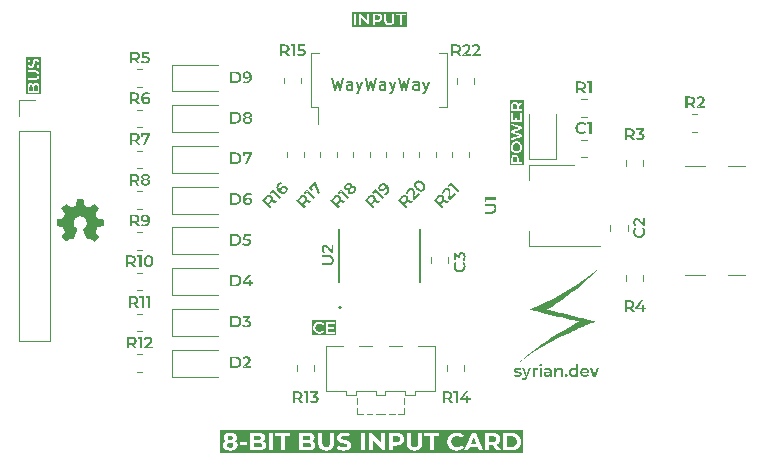
<source format=gbr>
%TF.GenerationSoftware,KiCad,Pcbnew,7.0.6*%
%TF.CreationDate,2024-07-23T19:19:19+03:00*%
%TF.ProjectId,bus_input_card,6275735f-696e-4707-9574-5f636172642e,rev?*%
%TF.SameCoordinates,Original*%
%TF.FileFunction,Legend,Top*%
%TF.FilePolarity,Positive*%
%FSLAX46Y46*%
G04 Gerber Fmt 4.6, Leading zero omitted, Abs format (unit mm)*
G04 Created by KiCad (PCBNEW 7.0.6) date 2024-07-23 19:19:19*
%MOMM*%
%LPD*%
G01*
G04 APERTURE LIST*
%ADD10C,0.150000*%
%ADD11C,0.300000*%
%ADD12C,0.125000*%
%ADD13C,0.120000*%
%ADD14C,0.127000*%
%ADD15C,0.200000*%
G04 APERTURE END LIST*
D10*
X145605741Y-83375619D02*
X145843836Y-84375619D01*
X145843836Y-84375619D02*
X146034312Y-83661333D01*
X146034312Y-83661333D02*
X146224788Y-84375619D01*
X146224788Y-84375619D02*
X146462884Y-83375619D01*
X147272407Y-84375619D02*
X147272407Y-83851809D01*
X147272407Y-83851809D02*
X147224788Y-83756571D01*
X147224788Y-83756571D02*
X147129550Y-83708952D01*
X147129550Y-83708952D02*
X146939074Y-83708952D01*
X146939074Y-83708952D02*
X146843836Y-83756571D01*
X147272407Y-84328000D02*
X147177169Y-84375619D01*
X147177169Y-84375619D02*
X146939074Y-84375619D01*
X146939074Y-84375619D02*
X146843836Y-84328000D01*
X146843836Y-84328000D02*
X146796217Y-84232761D01*
X146796217Y-84232761D02*
X146796217Y-84137523D01*
X146796217Y-84137523D02*
X146843836Y-84042285D01*
X146843836Y-84042285D02*
X146939074Y-83994666D01*
X146939074Y-83994666D02*
X147177169Y-83994666D01*
X147177169Y-83994666D02*
X147272407Y-83947047D01*
X147653360Y-83708952D02*
X147891455Y-84375619D01*
X148129550Y-83708952D02*
X147891455Y-84375619D01*
X147891455Y-84375619D02*
X147796217Y-84613714D01*
X147796217Y-84613714D02*
X147748598Y-84661333D01*
X147748598Y-84661333D02*
X147653360Y-84708952D01*
X148415265Y-83375619D02*
X148653360Y-84375619D01*
X148653360Y-84375619D02*
X148843836Y-83661333D01*
X148843836Y-83661333D02*
X149034312Y-84375619D01*
X149034312Y-84375619D02*
X149272408Y-83375619D01*
X150081931Y-84375619D02*
X150081931Y-83851809D01*
X150081931Y-83851809D02*
X150034312Y-83756571D01*
X150034312Y-83756571D02*
X149939074Y-83708952D01*
X149939074Y-83708952D02*
X149748598Y-83708952D01*
X149748598Y-83708952D02*
X149653360Y-83756571D01*
X150081931Y-84328000D02*
X149986693Y-84375619D01*
X149986693Y-84375619D02*
X149748598Y-84375619D01*
X149748598Y-84375619D02*
X149653360Y-84328000D01*
X149653360Y-84328000D02*
X149605741Y-84232761D01*
X149605741Y-84232761D02*
X149605741Y-84137523D01*
X149605741Y-84137523D02*
X149653360Y-84042285D01*
X149653360Y-84042285D02*
X149748598Y-83994666D01*
X149748598Y-83994666D02*
X149986693Y-83994666D01*
X149986693Y-83994666D02*
X150081931Y-83947047D01*
X150462884Y-83708952D02*
X150700979Y-84375619D01*
X150939074Y-83708952D02*
X150700979Y-84375619D01*
X150700979Y-84375619D02*
X150605741Y-84613714D01*
X150605741Y-84613714D02*
X150558122Y-84661333D01*
X150558122Y-84661333D02*
X150462884Y-84708952D01*
X151224789Y-83375619D02*
X151462884Y-84375619D01*
X151462884Y-84375619D02*
X151653360Y-83661333D01*
X151653360Y-83661333D02*
X151843836Y-84375619D01*
X151843836Y-84375619D02*
X152081932Y-83375619D01*
X152891455Y-84375619D02*
X152891455Y-83851809D01*
X152891455Y-83851809D02*
X152843836Y-83756571D01*
X152843836Y-83756571D02*
X152748598Y-83708952D01*
X152748598Y-83708952D02*
X152558122Y-83708952D01*
X152558122Y-83708952D02*
X152462884Y-83756571D01*
X152891455Y-84328000D02*
X152796217Y-84375619D01*
X152796217Y-84375619D02*
X152558122Y-84375619D01*
X152558122Y-84375619D02*
X152462884Y-84328000D01*
X152462884Y-84328000D02*
X152415265Y-84232761D01*
X152415265Y-84232761D02*
X152415265Y-84137523D01*
X152415265Y-84137523D02*
X152462884Y-84042285D01*
X152462884Y-84042285D02*
X152558122Y-83994666D01*
X152558122Y-83994666D02*
X152796217Y-83994666D01*
X152796217Y-83994666D02*
X152891455Y-83947047D01*
X153272408Y-83708952D02*
X153510503Y-84375619D01*
X153748598Y-83708952D02*
X153510503Y-84375619D01*
X153510503Y-84375619D02*
X153415265Y-84613714D01*
X153415265Y-84613714D02*
X153367646Y-84661333D01*
X153367646Y-84661333D02*
X153272408Y-84708952D01*
D11*
G36*
X136957495Y-114276101D02*
G01*
X136973059Y-114276536D01*
X136988206Y-114277406D01*
X137010143Y-114279527D01*
X137031140Y-114282627D01*
X137051196Y-114286705D01*
X137070312Y-114291763D01*
X137088488Y-114297799D01*
X137105723Y-114304815D01*
X137122019Y-114312809D01*
X137137374Y-114321782D01*
X137151789Y-114331734D01*
X137160839Y-114338819D01*
X137173320Y-114350086D01*
X137184487Y-114362119D01*
X137194340Y-114374919D01*
X137202879Y-114388485D01*
X137210105Y-114402817D01*
X137216017Y-114417915D01*
X137220615Y-114433780D01*
X137223899Y-114450412D01*
X137225870Y-114467809D01*
X137226527Y-114485973D01*
X137226235Y-114498129D01*
X137224702Y-114515751D01*
X137221856Y-114532639D01*
X137217696Y-114548793D01*
X137212222Y-114564212D01*
X137205434Y-114578897D01*
X137197332Y-114592849D01*
X137187917Y-114606066D01*
X137177188Y-114618548D01*
X137165145Y-114630297D01*
X137151789Y-114641312D01*
X137142283Y-114648188D01*
X137127241Y-114657671D01*
X137111260Y-114666156D01*
X137094337Y-114673642D01*
X137076475Y-114680131D01*
X137057672Y-114685621D01*
X137037929Y-114690113D01*
X137017246Y-114693606D01*
X136995623Y-114696102D01*
X136980685Y-114697211D01*
X136965329Y-114697876D01*
X136949556Y-114698098D01*
X136941730Y-114698043D01*
X136926385Y-114697599D01*
X136911450Y-114696712D01*
X136889815Y-114694549D01*
X136869101Y-114691388D01*
X136849308Y-114687229D01*
X136830435Y-114682072D01*
X136812484Y-114675916D01*
X136795453Y-114668762D01*
X136779344Y-114660610D01*
X136764155Y-114651460D01*
X136749887Y-114641312D01*
X136741014Y-114634050D01*
X136728778Y-114622546D01*
X136717830Y-114610308D01*
X136708170Y-114597336D01*
X136699798Y-114583629D01*
X136692714Y-114569189D01*
X136686918Y-114554014D01*
X136682410Y-114538105D01*
X136679190Y-114521462D01*
X136677258Y-114504085D01*
X136676614Y-114485973D01*
X136676900Y-114473779D01*
X136678403Y-114456126D01*
X136681194Y-114439239D01*
X136685272Y-114423119D01*
X136690639Y-114407765D01*
X136697294Y-114393177D01*
X136705236Y-114379356D01*
X136714467Y-114366301D01*
X136724986Y-114354012D01*
X136736792Y-114342490D01*
X136749887Y-114331734D01*
X136759297Y-114324991D01*
X136774178Y-114315691D01*
X136789981Y-114307371D01*
X136806705Y-114300029D01*
X136824349Y-114293666D01*
X136842915Y-114288283D01*
X136862401Y-114283878D01*
X136882808Y-114280452D01*
X136904136Y-114278004D01*
X136918867Y-114276917D01*
X136934006Y-114276264D01*
X136949556Y-114276047D01*
X136957495Y-114276101D01*
G37*
G36*
X136962271Y-113677596D02*
G01*
X136980770Y-113678588D01*
X136998580Y-113680430D01*
X137015700Y-113683122D01*
X137032132Y-113686664D01*
X137047875Y-113691056D01*
X137062928Y-113696298D01*
X137077292Y-113702390D01*
X137090968Y-113709333D01*
X137103954Y-113717125D01*
X137116251Y-113725767D01*
X137127709Y-113735183D01*
X137141233Y-113748818D01*
X137152754Y-113763690D01*
X137162270Y-113779799D01*
X137169784Y-113797144D01*
X137175294Y-113815726D01*
X137178111Y-113830473D01*
X137179802Y-113845916D01*
X137180365Y-113862055D01*
X137180305Y-113867286D01*
X137179398Y-113882560D01*
X137176495Y-113901943D01*
X137171658Y-113920204D01*
X137164886Y-113937343D01*
X137156179Y-113953360D01*
X137145538Y-113968255D01*
X137132961Y-113982028D01*
X137118449Y-113994679D01*
X137110534Y-114000491D01*
X137098001Y-114008505D01*
X137084675Y-114015676D01*
X137070558Y-114022003D01*
X137055648Y-114027487D01*
X137039946Y-114032127D01*
X137023452Y-114035923D01*
X137006166Y-114038876D01*
X136988088Y-114040985D01*
X136969218Y-114042251D01*
X136949556Y-114042673D01*
X136943027Y-114042626D01*
X136923962Y-114041923D01*
X136905675Y-114040376D01*
X136888168Y-114037986D01*
X136871440Y-114034752D01*
X136855491Y-114030674D01*
X136840322Y-114025753D01*
X136825932Y-114019988D01*
X136812321Y-114013379D01*
X136799489Y-114005927D01*
X136783593Y-113994679D01*
X136776228Y-113988494D01*
X136762924Y-113975282D01*
X136751521Y-113960948D01*
X136742019Y-113945492D01*
X136734417Y-113928914D01*
X136728715Y-113911214D01*
X136724914Y-113892392D01*
X136723311Y-113877539D01*
X136722776Y-113862055D01*
X136723330Y-113845916D01*
X136724991Y-113830473D01*
X136727761Y-113815726D01*
X136733176Y-113797144D01*
X136740560Y-113779799D01*
X136749914Y-113763690D01*
X136761237Y-113748818D01*
X136774529Y-113735183D01*
X136785791Y-113725767D01*
X136793815Y-113719911D01*
X136806404Y-113711836D01*
X136819656Y-113704610D01*
X136833572Y-113698234D01*
X136848151Y-113692709D01*
X136863394Y-113688033D01*
X136879299Y-113684208D01*
X136895868Y-113681233D01*
X136913101Y-113679108D01*
X136930997Y-113677832D01*
X136949556Y-113677407D01*
X136962271Y-113677596D01*
G37*
G36*
X139379445Y-114303335D02*
G01*
X139395226Y-114303867D01*
X139410506Y-114304755D01*
X139425285Y-114305997D01*
X139446514Y-114308526D01*
X139466617Y-114311853D01*
X139485592Y-114315979D01*
X139503441Y-114320903D01*
X139520162Y-114326626D01*
X139535757Y-114333148D01*
X139550224Y-114340468D01*
X139563565Y-114348587D01*
X139567780Y-114351449D01*
X139579622Y-114360591D01*
X139593538Y-114374072D01*
X139605313Y-114389030D01*
X139614947Y-114405465D01*
X139622440Y-114423377D01*
X139626655Y-114437780D01*
X139629666Y-114453013D01*
X139631473Y-114469078D01*
X139632075Y-114485973D01*
X139632008Y-114491831D01*
X139631004Y-114508802D01*
X139628796Y-114524872D01*
X139625384Y-114540041D01*
X139620768Y-114554307D01*
X139612739Y-114571927D01*
X139602570Y-114587944D01*
X139590259Y-114602358D01*
X139575808Y-114615170D01*
X139563565Y-114623726D01*
X139550224Y-114631387D01*
X139535757Y-114638294D01*
X139520162Y-114644447D01*
X139503441Y-114649847D01*
X139485592Y-114654493D01*
X139466617Y-114658386D01*
X139446514Y-114661526D01*
X139425285Y-114663912D01*
X139410506Y-114665084D01*
X139395226Y-114665921D01*
X139379445Y-114666423D01*
X139363163Y-114666591D01*
X138966391Y-114666591D01*
X138966391Y-114303158D01*
X139363163Y-114303158D01*
X139379445Y-114303335D01*
G37*
G36*
X139319476Y-113709084D02*
G01*
X139341568Y-113709970D01*
X139362637Y-113711617D01*
X139382681Y-113714023D01*
X139401702Y-113717189D01*
X139419698Y-113721116D01*
X139436671Y-113725802D01*
X139452620Y-113731248D01*
X139467544Y-113737454D01*
X139481445Y-113744420D01*
X139494322Y-113752146D01*
X139502352Y-113757673D01*
X139516857Y-113769740D01*
X139529291Y-113783158D01*
X139539652Y-113797927D01*
X139547941Y-113814047D01*
X139554158Y-113831518D01*
X139558302Y-113850340D01*
X139560051Y-113865343D01*
X139560634Y-113881106D01*
X139560375Y-113891967D01*
X139559015Y-113907598D01*
X139556489Y-113922436D01*
X139551309Y-113940989D01*
X139544056Y-113958134D01*
X139534731Y-113973870D01*
X139523333Y-113988199D01*
X139509864Y-114001119D01*
X139494322Y-114012631D01*
X139490143Y-114015268D01*
X139476925Y-114022677D01*
X139462683Y-114029333D01*
X139447417Y-114035235D01*
X139431127Y-114040384D01*
X139413813Y-114044779D01*
X139395475Y-114048421D01*
X139376113Y-114051309D01*
X139355728Y-114053444D01*
X139334318Y-114054826D01*
X139319476Y-114055328D01*
X139304179Y-114055495D01*
X138966391Y-114055495D01*
X138966391Y-113708915D01*
X139304179Y-113708915D01*
X139319476Y-113709084D01*
G37*
G36*
X143564791Y-114303335D02*
G01*
X143580571Y-114303867D01*
X143595851Y-114304755D01*
X143610630Y-114305997D01*
X143631860Y-114308526D01*
X143651962Y-114311853D01*
X143670938Y-114315979D01*
X143688786Y-114320903D01*
X143705508Y-114326626D01*
X143721102Y-114333148D01*
X143735570Y-114340468D01*
X143748910Y-114348587D01*
X143753125Y-114351449D01*
X143764967Y-114360591D01*
X143778883Y-114374072D01*
X143790658Y-114389030D01*
X143800293Y-114405465D01*
X143807786Y-114423377D01*
X143812001Y-114437780D01*
X143815012Y-114453013D01*
X143816818Y-114469078D01*
X143817420Y-114485973D01*
X143817353Y-114491831D01*
X143816350Y-114508802D01*
X143814142Y-114524872D01*
X143810730Y-114540041D01*
X143806113Y-114554307D01*
X143798085Y-114571927D01*
X143787915Y-114587944D01*
X143775605Y-114602358D01*
X143761154Y-114615170D01*
X143748910Y-114623726D01*
X143735570Y-114631387D01*
X143721102Y-114638294D01*
X143705508Y-114644447D01*
X143688786Y-114649847D01*
X143670938Y-114654493D01*
X143651962Y-114658386D01*
X143631860Y-114661526D01*
X143610630Y-114663912D01*
X143595851Y-114665084D01*
X143580571Y-114665921D01*
X143564791Y-114666423D01*
X143548509Y-114666591D01*
X143151736Y-114666591D01*
X143151736Y-114303158D01*
X143548509Y-114303158D01*
X143564791Y-114303335D01*
G37*
G36*
X143504821Y-113709084D02*
G01*
X143526914Y-113709970D01*
X143547982Y-113711617D01*
X143568027Y-113714023D01*
X143587047Y-113717189D01*
X143605044Y-113721116D01*
X143622016Y-113725802D01*
X143637965Y-113731248D01*
X143652890Y-113737454D01*
X143666790Y-113744420D01*
X143679667Y-113752146D01*
X143687697Y-113757673D01*
X143702203Y-113769740D01*
X143714636Y-113783158D01*
X143724998Y-113797927D01*
X143733287Y-113814047D01*
X143739503Y-113831518D01*
X143743648Y-113850340D01*
X143745396Y-113865343D01*
X143745979Y-113881106D01*
X143745720Y-113891967D01*
X143744360Y-113907598D01*
X143741835Y-113922436D01*
X143736654Y-113940989D01*
X143729401Y-113958134D01*
X143720076Y-113973870D01*
X143708679Y-113988199D01*
X143695209Y-114001119D01*
X143679667Y-114012631D01*
X143675489Y-114015268D01*
X143662271Y-114022677D01*
X143648029Y-114029333D01*
X143632763Y-114035235D01*
X143616473Y-114040384D01*
X143599159Y-114044779D01*
X143580821Y-114048421D01*
X143561459Y-114051309D01*
X143541073Y-114053444D01*
X143519663Y-114054826D01*
X143504821Y-114055328D01*
X143489524Y-114055495D01*
X143151736Y-114055495D01*
X143151736Y-113708915D01*
X143489524Y-113708915D01*
X143504821Y-113709084D01*
G37*
G36*
X151018552Y-113729863D02*
G01*
X151037621Y-113730390D01*
X151056065Y-113731443D01*
X151073885Y-113733023D01*
X151091081Y-113735130D01*
X151107653Y-113737763D01*
X151123602Y-113740923D01*
X151138926Y-113744609D01*
X151153626Y-113748823D01*
X151174507Y-113756130D01*
X151193984Y-113764622D01*
X151212056Y-113774299D01*
X151228725Y-113785161D01*
X151243990Y-113797208D01*
X151257871Y-113810262D01*
X151270386Y-113824282D01*
X151281535Y-113839268D01*
X151291320Y-113855220D01*
X151299739Y-113872138D01*
X151306793Y-113890022D01*
X151312482Y-113908872D01*
X151316805Y-113928687D01*
X151319763Y-113949469D01*
X151321356Y-113971217D01*
X151321659Y-113986252D01*
X151321356Y-114000979D01*
X151319763Y-114022306D01*
X151316805Y-114042718D01*
X151312482Y-114062216D01*
X151306793Y-114080800D01*
X151299739Y-114098469D01*
X151291320Y-114115224D01*
X151281535Y-114131064D01*
X151270386Y-114145990D01*
X151257871Y-114160001D01*
X151243990Y-114173098D01*
X151233970Y-114181217D01*
X151217769Y-114192413D01*
X151200164Y-114202430D01*
X151181155Y-114211269D01*
X151160743Y-114218930D01*
X151146354Y-114223382D01*
X151131342Y-114227310D01*
X151115706Y-114230715D01*
X151099445Y-114233596D01*
X151082561Y-114235953D01*
X151065053Y-114237786D01*
X151046921Y-114239095D01*
X151028165Y-114239881D01*
X151008784Y-114240143D01*
X150731447Y-114240143D01*
X150731447Y-113729797D01*
X151008784Y-113729797D01*
X151018552Y-113729863D01*
G37*
G36*
X157791058Y-114349319D02*
G01*
X157324110Y-114349319D01*
X157557980Y-113786949D01*
X157791058Y-114349319D01*
G37*
G36*
X159165028Y-113729863D02*
G01*
X159184096Y-113730390D01*
X159202541Y-113731443D01*
X159220361Y-113733023D01*
X159237557Y-113735130D01*
X159254129Y-113737763D01*
X159270078Y-113740923D01*
X159285402Y-113744609D01*
X159300102Y-113748823D01*
X159320983Y-113756130D01*
X159340460Y-113764622D01*
X159358532Y-113774299D01*
X159375201Y-113785161D01*
X159390466Y-113797208D01*
X159404347Y-113810262D01*
X159416862Y-113824282D01*
X159428011Y-113839268D01*
X159437796Y-113855220D01*
X159446215Y-113872138D01*
X159453269Y-113890022D01*
X159458958Y-113908872D01*
X159463281Y-113928687D01*
X159466239Y-113949469D01*
X159467832Y-113971217D01*
X159468135Y-113986252D01*
X159467832Y-114000983D01*
X159466239Y-114022333D01*
X159463281Y-114042787D01*
X159458958Y-114062346D01*
X159453269Y-114081011D01*
X159446215Y-114098780D01*
X159437796Y-114115653D01*
X159428011Y-114131632D01*
X159416862Y-114146716D01*
X159404347Y-114160904D01*
X159390466Y-114174197D01*
X159375201Y-114186375D01*
X159358532Y-114197356D01*
X159340460Y-114207138D01*
X159320983Y-114215722D01*
X159307218Y-114220780D01*
X159292830Y-114225305D01*
X159277818Y-114229298D01*
X159262181Y-114232758D01*
X159245921Y-114235686D01*
X159229037Y-114238082D01*
X159211529Y-114239945D01*
X159193397Y-114241276D01*
X159174640Y-114242075D01*
X159155260Y-114242341D01*
X158877923Y-114242341D01*
X158877923Y-113729797D01*
X159155260Y-113729797D01*
X159165028Y-113729863D01*
G37*
G36*
X160750304Y-113732213D02*
G01*
X160768213Y-113732866D01*
X160785819Y-113733953D01*
X160803121Y-113735476D01*
X160820120Y-113737434D01*
X160836815Y-113739827D01*
X160853207Y-113742655D01*
X160869296Y-113745917D01*
X160885081Y-113749615D01*
X160900562Y-113753748D01*
X160915741Y-113758317D01*
X160930616Y-113763320D01*
X160945187Y-113768758D01*
X160959456Y-113774631D01*
X160973420Y-113780940D01*
X160987082Y-113787683D01*
X161000402Y-113794824D01*
X161013345Y-113802326D01*
X161025911Y-113810189D01*
X161044050Y-113822659D01*
X161061339Y-113835940D01*
X161077778Y-113850033D01*
X161093367Y-113864937D01*
X161108106Y-113880653D01*
X161121995Y-113897180D01*
X161135034Y-113914519D01*
X161147223Y-113932669D01*
X161154877Y-113945220D01*
X161162152Y-113958102D01*
X161168959Y-113971289D01*
X161175296Y-113984778D01*
X161181163Y-113998571D01*
X161186561Y-114012668D01*
X161191490Y-114027068D01*
X161195949Y-114041771D01*
X161199939Y-114056778D01*
X161203460Y-114072088D01*
X161206511Y-114087701D01*
X161209093Y-114103618D01*
X161211205Y-114119838D01*
X161212848Y-114136362D01*
X161214021Y-114153189D01*
X161214726Y-114170319D01*
X161214960Y-114187753D01*
X161214726Y-114204925D01*
X161214021Y-114221819D01*
X161212848Y-114238436D01*
X161211205Y-114254775D01*
X161209093Y-114270836D01*
X161206511Y-114286620D01*
X161203460Y-114302126D01*
X161199939Y-114317354D01*
X161195949Y-114332305D01*
X161191490Y-114346978D01*
X161186561Y-114361374D01*
X161181163Y-114375492D01*
X161175296Y-114389332D01*
X161168959Y-114402894D01*
X161162152Y-114416179D01*
X161154877Y-114429187D01*
X161151097Y-114435575D01*
X161143254Y-114448074D01*
X161130782Y-114466131D01*
X161117460Y-114483357D01*
X161103288Y-114499752D01*
X161088265Y-114515316D01*
X161072393Y-114530050D01*
X161055671Y-114543953D01*
X161038098Y-114557025D01*
X161025911Y-114565278D01*
X161013345Y-114573162D01*
X161000402Y-114580677D01*
X160987082Y-114587823D01*
X160973420Y-114594566D01*
X160959456Y-114600874D01*
X160945187Y-114606748D01*
X160930616Y-114612186D01*
X160915741Y-114617189D01*
X160900562Y-114621757D01*
X160885081Y-114625890D01*
X160869296Y-114629588D01*
X160853207Y-114632851D01*
X160836815Y-114635679D01*
X160820120Y-114638072D01*
X160803121Y-114640029D01*
X160785819Y-114641552D01*
X160768213Y-114642640D01*
X160750304Y-114643292D01*
X160732092Y-114643510D01*
X160421049Y-114643510D01*
X160421049Y-113731996D01*
X160732092Y-113731996D01*
X160750304Y-113732213D01*
G37*
G36*
X161773629Y-115162245D02*
G01*
X136117946Y-115162245D01*
X136117946Y-114496231D01*
X136332232Y-114496231D01*
X136332535Y-114513177D01*
X136333445Y-114529851D01*
X136334962Y-114546253D01*
X136337086Y-114562383D01*
X136339817Y-114578241D01*
X136343154Y-114593827D01*
X136347098Y-114609142D01*
X136351649Y-114624184D01*
X136356807Y-114638955D01*
X136362571Y-114653453D01*
X136368943Y-114667680D01*
X136375921Y-114681635D01*
X136383506Y-114695318D01*
X136391697Y-114708728D01*
X136400496Y-114721868D01*
X136409901Y-114734735D01*
X136419847Y-114747285D01*
X136430269Y-114759476D01*
X136441165Y-114771305D01*
X136452537Y-114782774D01*
X136464383Y-114793882D01*
X136476705Y-114804630D01*
X136489502Y-114815017D01*
X136502774Y-114825043D01*
X136516522Y-114834709D01*
X136530744Y-114844014D01*
X136545441Y-114852959D01*
X136560614Y-114861542D01*
X136576262Y-114869766D01*
X136592385Y-114877628D01*
X136608983Y-114885130D01*
X136626056Y-114892271D01*
X136643548Y-114899015D01*
X136661404Y-114905323D01*
X136679624Y-114911196D01*
X136698207Y-114916634D01*
X136717153Y-114921638D01*
X136736463Y-114926206D01*
X136756137Y-114930339D01*
X136776174Y-114934037D01*
X136796574Y-114937300D01*
X136817338Y-114940128D01*
X136838466Y-114942520D01*
X136859957Y-114944478D01*
X136881811Y-114946001D01*
X136904029Y-114947089D01*
X136926611Y-114947741D01*
X136949556Y-114947959D01*
X136972727Y-114947741D01*
X136995529Y-114947089D01*
X137017961Y-114946001D01*
X137040025Y-114944478D01*
X137061719Y-114942520D01*
X137083044Y-114940128D01*
X137104000Y-114937300D01*
X137124586Y-114934037D01*
X137144803Y-114930339D01*
X137164651Y-114926206D01*
X137184130Y-114921638D01*
X137203240Y-114916634D01*
X137221980Y-114911196D01*
X137240351Y-114905323D01*
X137258353Y-114899015D01*
X137275986Y-114892271D01*
X137293192Y-114885130D01*
X137309915Y-114877628D01*
X137326154Y-114869766D01*
X137341909Y-114861542D01*
X137357180Y-114852959D01*
X137371968Y-114844014D01*
X137386272Y-114834709D01*
X137400092Y-114825043D01*
X137413428Y-114815017D01*
X137426281Y-114804630D01*
X137438650Y-114793882D01*
X137450536Y-114782774D01*
X137461937Y-114771305D01*
X137472855Y-114759476D01*
X137483290Y-114747285D01*
X137493240Y-114734735D01*
X137502645Y-114721868D01*
X137511444Y-114708728D01*
X137519635Y-114695318D01*
X137527220Y-114681635D01*
X137534198Y-114667680D01*
X137540570Y-114653453D01*
X137546334Y-114638955D01*
X137551492Y-114624184D01*
X137556043Y-114609142D01*
X137559987Y-114593827D01*
X137563324Y-114578241D01*
X137566055Y-114562383D01*
X137568179Y-114546253D01*
X137569696Y-114529851D01*
X137570606Y-114513177D01*
X137570909Y-114496231D01*
X137570610Y-114479354D01*
X137569713Y-114462795D01*
X137568217Y-114446553D01*
X137566124Y-114430629D01*
X137563432Y-114415023D01*
X137560142Y-114399735D01*
X137556253Y-114384764D01*
X137551767Y-114370111D01*
X137546682Y-114355775D01*
X137540999Y-114341757D01*
X137534718Y-114328057D01*
X137527839Y-114314675D01*
X137520361Y-114301610D01*
X137512285Y-114288864D01*
X137503611Y-114276434D01*
X137494339Y-114264323D01*
X137484522Y-114252552D01*
X137474212Y-114241145D01*
X137463410Y-114230101D01*
X137452116Y-114219420D01*
X137440329Y-114209104D01*
X137429356Y-114200209D01*
X137752626Y-114200209D01*
X137752626Y-114462892D01*
X138346869Y-114462892D01*
X138346869Y-114200209D01*
X137752626Y-114200209D01*
X137429356Y-114200209D01*
X137428050Y-114199150D01*
X137415279Y-114189560D01*
X137402015Y-114180334D01*
X137388260Y-114171471D01*
X137374011Y-114162972D01*
X137359271Y-114154836D01*
X137348078Y-114149124D01*
X137350727Y-114147513D01*
X137363364Y-114139210D01*
X137375548Y-114130568D01*
X137387281Y-114121590D01*
X137404031Y-114107488D01*
X137419764Y-114092627D01*
X137434479Y-114077006D01*
X137448177Y-114060624D01*
X137460748Y-114043561D01*
X137472083Y-114025891D01*
X137482180Y-114007617D01*
X137491042Y-113988737D01*
X137498667Y-113969252D01*
X137505055Y-113949161D01*
X137510207Y-113928465D01*
X137514123Y-113907164D01*
X137516046Y-113892626D01*
X137517420Y-113877820D01*
X137518244Y-113862745D01*
X137518519Y-113847400D01*
X137518448Y-113839307D01*
X137517882Y-113823336D01*
X137516748Y-113807651D01*
X137515048Y-113792253D01*
X137512781Y-113777140D01*
X137509948Y-113762314D01*
X137506547Y-113747774D01*
X137502580Y-113733520D01*
X137495567Y-113712676D01*
X137487279Y-113692476D01*
X137477715Y-113672919D01*
X137466877Y-113654007D01*
X137454763Y-113635739D01*
X137445979Y-113623918D01*
X137436743Y-113612405D01*
X137427077Y-113601221D01*
X137416982Y-113590366D01*
X137406458Y-113579840D01*
X137395504Y-113569643D01*
X137384121Y-113559776D01*
X137372308Y-113550237D01*
X137360067Y-113541028D01*
X137347396Y-113532148D01*
X137334295Y-113523597D01*
X137320766Y-113515376D01*
X137306806Y-113507483D01*
X137292418Y-113499920D01*
X137277600Y-113492685D01*
X137262353Y-113485780D01*
X137246677Y-113479204D01*
X137230618Y-113472949D01*
X137214225Y-113467097D01*
X137197497Y-113461649D01*
X137180434Y-113456604D01*
X137166271Y-113452826D01*
X138628237Y-113452826D01*
X138628237Y-113708915D01*
X138628237Y-114303158D01*
X138628237Y-114922680D01*
X139388442Y-114922680D01*
X139406417Y-114922576D01*
X139424117Y-114922266D01*
X139441542Y-114921749D01*
X139458693Y-114921025D01*
X139475568Y-114920095D01*
X139492169Y-114918957D01*
X139508495Y-114917613D01*
X139524547Y-114916062D01*
X139540323Y-114914304D01*
X139555825Y-114912340D01*
X139571052Y-114910168D01*
X139586004Y-114907790D01*
X139600682Y-114905205D01*
X139615085Y-114902414D01*
X139643066Y-114896210D01*
X139669948Y-114889179D01*
X139695730Y-114881320D01*
X139720414Y-114872635D01*
X139743999Y-114863122D01*
X139766485Y-114852783D01*
X139787871Y-114841616D01*
X139808159Y-114829622D01*
X139827347Y-114816800D01*
X139845403Y-114803196D01*
X139862295Y-114788945D01*
X139878021Y-114774047D01*
X139892583Y-114758503D01*
X139905979Y-114742311D01*
X139918211Y-114725472D01*
X139929278Y-114707987D01*
X139939180Y-114689855D01*
X139947916Y-114671076D01*
X139955488Y-114651650D01*
X139961896Y-114631577D01*
X139967138Y-114610858D01*
X139971215Y-114589491D01*
X139974127Y-114567478D01*
X139975875Y-114544818D01*
X139976457Y-114521511D01*
X139976222Y-114505683D01*
X139975518Y-114490164D01*
X139974345Y-114474954D01*
X139972702Y-114460053D01*
X139969357Y-114438282D01*
X139964957Y-114417206D01*
X139959500Y-114396825D01*
X139952987Y-114377140D01*
X139945418Y-114358151D01*
X139936792Y-114339857D01*
X139927111Y-114322259D01*
X139916373Y-114305356D01*
X139908723Y-114294488D01*
X139896549Y-114278819D01*
X139883538Y-114263911D01*
X139869690Y-114249762D01*
X139855005Y-114236373D01*
X139839482Y-114223744D01*
X139823122Y-114211876D01*
X139805925Y-114200767D01*
X139787891Y-114190418D01*
X139769020Y-114180828D01*
X139749311Y-114171999D01*
X139735816Y-114166542D01*
X139722074Y-114161438D01*
X139709707Y-114157235D01*
X139720567Y-114151391D01*
X139737496Y-114141202D01*
X139753678Y-114130336D01*
X139769112Y-114118795D01*
X139783800Y-114106577D01*
X139797740Y-114093683D01*
X139810933Y-114080113D01*
X139823380Y-114065867D01*
X139835079Y-114050944D01*
X139846031Y-114035345D01*
X139852908Y-114024602D01*
X139862391Y-114008041D01*
X139870876Y-113990946D01*
X139878362Y-113973317D01*
X139884850Y-113955153D01*
X139890340Y-113936454D01*
X139894832Y-113917221D01*
X139898326Y-113897454D01*
X139900822Y-113877152D01*
X139902319Y-113856315D01*
X139902818Y-113834944D01*
X139902273Y-113813683D01*
X139900637Y-113792949D01*
X139897911Y-113772742D01*
X139894094Y-113753062D01*
X139889187Y-113733908D01*
X139883189Y-113715280D01*
X139876101Y-113697180D01*
X139867922Y-113679606D01*
X139858652Y-113662558D01*
X139848293Y-113646037D01*
X139836842Y-113630043D01*
X139824301Y-113614576D01*
X139810670Y-113599635D01*
X139795948Y-113585221D01*
X139780136Y-113571333D01*
X139763233Y-113557973D01*
X139754375Y-113551504D01*
X139735850Y-113539182D01*
X139716250Y-113527681D01*
X139695573Y-113517002D01*
X139673820Y-113507145D01*
X139650991Y-113498109D01*
X139627086Y-113489894D01*
X139602104Y-113482501D01*
X139576047Y-113475930D01*
X139548913Y-113470179D01*
X139520703Y-113465251D01*
X139506194Y-113463094D01*
X139491417Y-113461143D01*
X139476370Y-113459398D01*
X139461054Y-113457857D01*
X139445469Y-113456523D01*
X139429616Y-113455393D01*
X139413493Y-113454469D01*
X139397101Y-113453750D01*
X139380440Y-113453237D01*
X139363510Y-113452929D01*
X139346311Y-113452826D01*
X140234378Y-113452826D01*
X140234378Y-114922680D01*
X140574364Y-114922680D01*
X140574364Y-113452826D01*
X140757179Y-113452826D01*
X140757179Y-113729797D01*
X141227591Y-113729797D01*
X141227591Y-114922680D01*
X141567577Y-114922680D01*
X141567577Y-113729797D01*
X142037989Y-113729797D01*
X142037989Y-113452826D01*
X142813582Y-113452826D01*
X142813582Y-113708915D01*
X142813582Y-114303158D01*
X142813582Y-114922680D01*
X143573788Y-114922680D01*
X143591763Y-114922576D01*
X143609463Y-114922266D01*
X143626888Y-114921749D01*
X143644038Y-114921025D01*
X143660914Y-114920095D01*
X143677515Y-114918957D01*
X143693841Y-114917613D01*
X143709892Y-114916062D01*
X143725669Y-114914304D01*
X143741171Y-114912340D01*
X143756398Y-114910168D01*
X143771350Y-114907790D01*
X143786027Y-114905205D01*
X143800430Y-114902414D01*
X143828411Y-114896210D01*
X143855293Y-114889179D01*
X143881076Y-114881320D01*
X143905760Y-114872635D01*
X143929344Y-114863122D01*
X143951830Y-114852783D01*
X143973217Y-114841616D01*
X143993504Y-114829622D01*
X144012692Y-114816800D01*
X144030749Y-114803196D01*
X144047640Y-114788945D01*
X144063366Y-114774047D01*
X144077928Y-114758503D01*
X144091325Y-114742311D01*
X144103556Y-114725472D01*
X144114623Y-114707987D01*
X144124525Y-114689855D01*
X144133262Y-114671076D01*
X144140834Y-114651650D01*
X144147241Y-114631577D01*
X144152483Y-114610858D01*
X144156560Y-114589491D01*
X144159473Y-114567478D01*
X144161220Y-114544818D01*
X144161803Y-114521511D01*
X144161568Y-114505683D01*
X144160864Y-114490164D01*
X144159690Y-114474954D01*
X144158047Y-114460053D01*
X144154703Y-114438282D01*
X144150302Y-114417206D01*
X144144845Y-114396825D01*
X144138332Y-114377140D01*
X144130763Y-114358151D01*
X144122138Y-114339857D01*
X144112456Y-114322259D01*
X144101719Y-114305356D01*
X144094068Y-114294488D01*
X144081894Y-114278819D01*
X144068883Y-114263911D01*
X144055035Y-114249762D01*
X144040350Y-114236373D01*
X144024827Y-114223744D01*
X144008468Y-114211876D01*
X143991271Y-114200767D01*
X143973237Y-114190418D01*
X143954365Y-114180828D01*
X143934657Y-114171999D01*
X143921161Y-114166542D01*
X143907420Y-114161438D01*
X143895052Y-114157235D01*
X143905913Y-114151391D01*
X143922841Y-114141202D01*
X143939023Y-114130336D01*
X143954458Y-114118795D01*
X143969145Y-114106577D01*
X143983085Y-114093683D01*
X143996279Y-114080113D01*
X144008725Y-114065867D01*
X144020425Y-114050944D01*
X144031377Y-114035345D01*
X144038253Y-114024602D01*
X144047736Y-114008041D01*
X144056221Y-113990946D01*
X144063707Y-113973317D01*
X144070196Y-113955153D01*
X144075686Y-113936454D01*
X144080178Y-113917221D01*
X144083671Y-113897454D01*
X144086167Y-113877152D01*
X144087664Y-113856315D01*
X144088163Y-113834944D01*
X144087618Y-113813683D01*
X144085982Y-113792949D01*
X144083256Y-113772742D01*
X144079439Y-113753062D01*
X144074532Y-113733908D01*
X144068534Y-113715280D01*
X144061446Y-113697180D01*
X144053267Y-113679606D01*
X144043998Y-113662558D01*
X144033638Y-113646037D01*
X144022188Y-113630043D01*
X144009647Y-113614576D01*
X143996016Y-113599635D01*
X143981294Y-113585221D01*
X143965481Y-113571333D01*
X143948579Y-113557973D01*
X143939720Y-113551504D01*
X143921196Y-113539182D01*
X143901595Y-113527681D01*
X143880919Y-113517002D01*
X143859166Y-113507145D01*
X143836337Y-113498109D01*
X143812431Y-113489894D01*
X143787450Y-113482501D01*
X143761392Y-113475930D01*
X143734258Y-113470179D01*
X143706048Y-113465251D01*
X143691540Y-113463094D01*
X143676762Y-113461143D01*
X143661715Y-113459398D01*
X143646400Y-113457857D01*
X143630815Y-113456523D01*
X143614961Y-113455393D01*
X143598838Y-113454469D01*
X143582446Y-113453750D01*
X143565785Y-113453237D01*
X143548855Y-113452929D01*
X143531656Y-113452826D01*
X144406900Y-113452826D01*
X144406900Y-114276047D01*
X144407072Y-114296097D01*
X144407589Y-114315857D01*
X144408449Y-114335327D01*
X144409654Y-114354506D01*
X144411203Y-114373394D01*
X144413096Y-114391992D01*
X144415333Y-114410300D01*
X144417914Y-114428317D01*
X144420840Y-114446043D01*
X144424109Y-114463479D01*
X144427723Y-114480625D01*
X144431681Y-114497479D01*
X144435984Y-114514044D01*
X144440630Y-114530318D01*
X144445621Y-114546301D01*
X144450956Y-114561994D01*
X144456635Y-114577396D01*
X144462658Y-114592508D01*
X144469025Y-114607329D01*
X144475737Y-114621860D01*
X144482792Y-114636100D01*
X144490192Y-114650050D01*
X144497936Y-114663709D01*
X144506025Y-114677078D01*
X144514457Y-114690156D01*
X144523234Y-114702944D01*
X144532355Y-114715441D01*
X144541820Y-114727648D01*
X144551629Y-114739564D01*
X144561782Y-114751190D01*
X144572280Y-114762525D01*
X144583121Y-114773569D01*
X144594291Y-114784298D01*
X144605727Y-114794687D01*
X144617429Y-114804735D01*
X144629398Y-114814442D01*
X144641632Y-114823808D01*
X144654133Y-114832834D01*
X144666900Y-114841520D01*
X144679933Y-114849865D01*
X144693233Y-114857869D01*
X144706798Y-114865532D01*
X144720630Y-114872855D01*
X144734728Y-114879838D01*
X144749092Y-114886480D01*
X144763722Y-114892781D01*
X144778618Y-114898741D01*
X144793781Y-114904361D01*
X144809210Y-114909641D01*
X144824905Y-114914579D01*
X144840866Y-114919178D01*
X144857093Y-114923435D01*
X144873587Y-114927352D01*
X144890347Y-114930928D01*
X144907372Y-114934164D01*
X144924665Y-114937059D01*
X144942223Y-114939614D01*
X144960047Y-114941828D01*
X144978138Y-114943701D01*
X144996495Y-114945234D01*
X145015118Y-114946426D01*
X145034007Y-114947277D01*
X145053163Y-114947788D01*
X145072584Y-114947959D01*
X145092005Y-114947788D01*
X145111160Y-114947277D01*
X145130047Y-114946426D01*
X145148668Y-114945234D01*
X145167021Y-114943701D01*
X145185108Y-114941828D01*
X145202928Y-114939614D01*
X145220481Y-114937059D01*
X145237767Y-114934164D01*
X145254786Y-114930928D01*
X145271538Y-114927352D01*
X145288023Y-114923435D01*
X145304242Y-114919178D01*
X145320193Y-114914579D01*
X145335878Y-114909641D01*
X145351296Y-114904361D01*
X145366447Y-114898741D01*
X145381330Y-114892781D01*
X145395947Y-114886480D01*
X145410298Y-114879838D01*
X145424381Y-114872855D01*
X145438197Y-114865532D01*
X145451746Y-114857869D01*
X145465029Y-114849865D01*
X145478045Y-114841520D01*
X145490793Y-114832834D01*
X145503275Y-114823808D01*
X145515490Y-114814442D01*
X145527438Y-114804735D01*
X145539119Y-114794687D01*
X145550533Y-114784298D01*
X145557493Y-114777599D01*
X145958453Y-114777599D01*
X145971062Y-114786967D01*
X145984161Y-114796112D01*
X145997750Y-114805034D01*
X146011828Y-114813732D01*
X146026395Y-114822207D01*
X146041452Y-114830459D01*
X146056998Y-114838487D01*
X146073033Y-114846293D01*
X146089558Y-114853875D01*
X146106573Y-114861233D01*
X146124077Y-114868369D01*
X146142070Y-114875281D01*
X146160553Y-114881970D01*
X146179525Y-114888436D01*
X146198987Y-114894678D01*
X146218938Y-114900698D01*
X146239235Y-114906421D01*
X146259644Y-114911774D01*
X146280165Y-114916759D01*
X146300797Y-114921374D01*
X146321541Y-114925620D01*
X146342397Y-114929497D01*
X146363364Y-114933005D01*
X146384443Y-114936143D01*
X146405633Y-114938913D01*
X146426936Y-114941313D01*
X146448349Y-114943343D01*
X146469875Y-114945005D01*
X146491512Y-114946297D01*
X146513260Y-114947220D01*
X146535120Y-114947774D01*
X146557092Y-114947959D01*
X146583050Y-114947712D01*
X146608440Y-114946974D01*
X146633264Y-114945743D01*
X146657522Y-114944020D01*
X146681212Y-114941805D01*
X146704336Y-114939097D01*
X146726893Y-114935897D01*
X146748884Y-114932205D01*
X146770308Y-114928020D01*
X146791165Y-114923344D01*
X146811455Y-114918174D01*
X146831178Y-114912513D01*
X146850335Y-114906359D01*
X146868925Y-114899713D01*
X146886949Y-114892575D01*
X146904405Y-114884944D01*
X146921357Y-114876911D01*
X146937773Y-114868566D01*
X146953654Y-114859910D01*
X146969000Y-114850941D01*
X146983811Y-114841660D01*
X146998086Y-114832067D01*
X147011826Y-114822163D01*
X147025031Y-114811946D01*
X147037701Y-114801417D01*
X147049835Y-114790577D01*
X147061434Y-114779424D01*
X147072498Y-114767959D01*
X147083027Y-114756183D01*
X147093020Y-114744094D01*
X147102478Y-114731694D01*
X147111401Y-114718981D01*
X147119831Y-114706031D01*
X147127716Y-114692918D01*
X147135058Y-114679641D01*
X147141855Y-114666202D01*
X147148109Y-114652599D01*
X147153819Y-114638833D01*
X147158986Y-114624904D01*
X147163608Y-114610812D01*
X147167687Y-114596557D01*
X147171222Y-114582138D01*
X147174213Y-114567557D01*
X147176660Y-114552812D01*
X147178563Y-114537904D01*
X147179923Y-114522833D01*
X147180739Y-114507599D01*
X147181011Y-114492201D01*
X147180826Y-114477932D01*
X147179857Y-114457112D01*
X147178057Y-114436995D01*
X147175426Y-114417579D01*
X147171964Y-114398866D01*
X147167672Y-114380854D01*
X147162549Y-114363545D01*
X147156595Y-114346937D01*
X147149811Y-114331031D01*
X147142196Y-114315827D01*
X147133750Y-114301326D01*
X147127730Y-114291962D01*
X147118283Y-114278351D01*
X147108333Y-114265262D01*
X147097881Y-114252694D01*
X147086926Y-114240648D01*
X147075470Y-114229124D01*
X147063511Y-114218121D01*
X147051049Y-114207640D01*
X147038086Y-114197680D01*
X147024619Y-114188243D01*
X147010651Y-114179326D01*
X147001154Y-114173631D01*
X146986673Y-114165366D01*
X146971908Y-114157436D01*
X146956860Y-114149841D01*
X146941528Y-114142581D01*
X146925914Y-114135656D01*
X146910015Y-114129066D01*
X146893834Y-114122810D01*
X146877369Y-114116890D01*
X146860621Y-114111304D01*
X146843589Y-114106054D01*
X146832186Y-114102645D01*
X146815081Y-114097628D01*
X146797977Y-114092727D01*
X146780872Y-114087942D01*
X146763767Y-114083273D01*
X146746663Y-114078720D01*
X146729558Y-114074283D01*
X146712453Y-114069962D01*
X146695349Y-114065756D01*
X146678244Y-114061667D01*
X146661140Y-114057693D01*
X146649797Y-114055039D01*
X146633008Y-114051062D01*
X146616489Y-114047092D01*
X146600241Y-114043128D01*
X146584263Y-114039171D01*
X146568556Y-114035220D01*
X146553119Y-114031275D01*
X146537953Y-114027337D01*
X146523057Y-114023405D01*
X146508432Y-114019480D01*
X146494077Y-114015562D01*
X146480184Y-114011461D01*
X146462461Y-114005634D01*
X146445654Y-113999394D01*
X146429763Y-113992743D01*
X146414788Y-113985679D01*
X146400729Y-113978202D01*
X146387586Y-113970314D01*
X146372445Y-113959874D01*
X146366855Y-113955439D01*
X146354458Y-113943613D01*
X146344315Y-113930731D01*
X146336426Y-113916794D01*
X146330791Y-113901801D01*
X146327410Y-113885753D01*
X146326283Y-113868649D01*
X146326389Y-113862650D01*
X146327977Y-113845202D01*
X146331472Y-113828578D01*
X146336873Y-113812779D01*
X146344180Y-113797804D01*
X146353394Y-113783653D01*
X146362848Y-113772429D01*
X146374037Y-113761886D01*
X146386962Y-113752022D01*
X146401622Y-113742838D01*
X146414599Y-113735980D01*
X146428687Y-113729557D01*
X146443886Y-113723569D01*
X146456013Y-113719444D01*
X146473155Y-113714576D01*
X146491407Y-113710428D01*
X146505825Y-113707791D01*
X146520868Y-113705560D01*
X146536536Y-113703734D01*
X146552828Y-113702314D01*
X146569745Y-113701300D01*
X146587286Y-113700691D01*
X146605452Y-113700488D01*
X146617788Y-113700600D01*
X146636357Y-113701186D01*
X146655003Y-113702274D01*
X146673726Y-113703865D01*
X146692527Y-113705958D01*
X146711404Y-113708553D01*
X146730360Y-113711651D01*
X146749392Y-113715251D01*
X146768502Y-113719353D01*
X146787688Y-113723958D01*
X146806953Y-113729065D01*
X146826255Y-113734621D01*
X146845558Y-113740713D01*
X146864861Y-113747338D01*
X146884164Y-113754498D01*
X146903467Y-113762193D01*
X146922769Y-113770422D01*
X146942072Y-113779186D01*
X146961375Y-113788484D01*
X146980678Y-113798317D01*
X146999981Y-113808685D01*
X147012849Y-113815893D01*
X147117996Y-113557606D01*
X147105004Y-113549626D01*
X147091766Y-113541898D01*
X147078283Y-113534422D01*
X147064552Y-113527198D01*
X147050576Y-113520226D01*
X147036354Y-113513505D01*
X147021885Y-113507037D01*
X147007171Y-113500820D01*
X146992210Y-113494855D01*
X146977003Y-113489142D01*
X146961550Y-113483681D01*
X146945850Y-113478472D01*
X146929905Y-113473514D01*
X146913713Y-113468809D01*
X146897276Y-113464355D01*
X146880592Y-113460153D01*
X146863769Y-113456205D01*
X146848352Y-113452826D01*
X148007162Y-113452826D01*
X148007162Y-114922680D01*
X148347148Y-114922680D01*
X148347148Y-113452826D01*
X148695927Y-113452826D01*
X148695927Y-114922680D01*
X149031883Y-114922680D01*
X149031883Y-114030622D01*
X149764611Y-114922680D01*
X150044147Y-114922680D01*
X150044147Y-113452826D01*
X150391461Y-113452826D01*
X150391461Y-113729797D01*
X150391461Y-114922680D01*
X150731447Y-114922680D01*
X150731447Y-114517481D01*
X151027835Y-114517481D01*
X151052262Y-114517230D01*
X151076264Y-114516479D01*
X151099843Y-114515227D01*
X151122998Y-114513474D01*
X151145730Y-114511220D01*
X151168038Y-114508465D01*
X151189923Y-114505209D01*
X151211384Y-114501452D01*
X151232421Y-114497195D01*
X151253035Y-114492436D01*
X151273225Y-114487177D01*
X151292991Y-114481417D01*
X151312334Y-114475156D01*
X151331254Y-114468394D01*
X151349749Y-114461131D01*
X151367821Y-114453367D01*
X151385427Y-114445137D01*
X151402523Y-114436474D01*
X151419110Y-114427379D01*
X151435187Y-114417852D01*
X151450754Y-114407893D01*
X151465812Y-114397502D01*
X151480361Y-114386679D01*
X151494400Y-114375423D01*
X151507930Y-114363735D01*
X151520950Y-114351615D01*
X151533461Y-114339063D01*
X151545462Y-114326078D01*
X151556954Y-114312662D01*
X151567936Y-114298813D01*
X151578409Y-114284532D01*
X151588373Y-114269818D01*
X151597778Y-114254671D01*
X151606576Y-114239181D01*
X151614768Y-114223347D01*
X151622353Y-114207170D01*
X151629331Y-114190649D01*
X151635702Y-114173785D01*
X151641467Y-114156577D01*
X151646625Y-114139026D01*
X151651176Y-114121132D01*
X151655120Y-114102894D01*
X151658457Y-114084312D01*
X151661188Y-114065387D01*
X151663311Y-114046119D01*
X151664828Y-114026507D01*
X151665739Y-114006551D01*
X151666042Y-113986252D01*
X151665739Y-113965687D01*
X151664828Y-113945483D01*
X151663311Y-113925639D01*
X151661188Y-113906156D01*
X151658457Y-113887034D01*
X151655120Y-113868272D01*
X151651176Y-113849870D01*
X151646625Y-113831830D01*
X151641467Y-113814150D01*
X151635702Y-113796831D01*
X151629331Y-113779872D01*
X151622353Y-113763274D01*
X151614768Y-113747037D01*
X151606576Y-113731160D01*
X151597778Y-113715644D01*
X151588373Y-113700488D01*
X151578409Y-113685732D01*
X151567936Y-113671414D01*
X151556954Y-113657534D01*
X151545462Y-113644091D01*
X151533461Y-113631087D01*
X151520950Y-113618520D01*
X151507930Y-113606391D01*
X151494400Y-113594701D01*
X151480361Y-113583448D01*
X151465812Y-113572633D01*
X151450754Y-113562256D01*
X151435187Y-113552317D01*
X151419110Y-113542816D01*
X151402523Y-113533752D01*
X151385427Y-113525127D01*
X151367821Y-113516940D01*
X151349749Y-113509176D01*
X151331254Y-113501913D01*
X151312334Y-113495151D01*
X151292991Y-113488890D01*
X151273225Y-113483130D01*
X151253035Y-113477870D01*
X151232421Y-113473112D01*
X151211384Y-113468854D01*
X151189923Y-113465098D01*
X151168038Y-113461842D01*
X151145730Y-113459087D01*
X151122998Y-113456833D01*
X151099843Y-113455080D01*
X151076264Y-113453828D01*
X151052262Y-113453076D01*
X151027835Y-113452826D01*
X151888059Y-113452826D01*
X151888059Y-114276047D01*
X151888231Y-114296097D01*
X151888747Y-114315857D01*
X151889607Y-114335327D01*
X151890812Y-114354506D01*
X151892361Y-114373394D01*
X151894254Y-114391992D01*
X151896491Y-114410300D01*
X151899072Y-114428317D01*
X151901998Y-114446043D01*
X151905268Y-114463479D01*
X151908882Y-114480625D01*
X151912840Y-114497479D01*
X151917142Y-114514044D01*
X151921788Y-114530318D01*
X151926779Y-114546301D01*
X151932114Y-114561994D01*
X151937793Y-114577396D01*
X151943816Y-114592508D01*
X151950184Y-114607329D01*
X151956895Y-114621860D01*
X151963951Y-114636100D01*
X151971351Y-114650050D01*
X151979095Y-114663709D01*
X151987183Y-114677078D01*
X151995616Y-114690156D01*
X152004392Y-114702944D01*
X152013513Y-114715441D01*
X152022978Y-114727648D01*
X152032787Y-114739564D01*
X152042941Y-114751190D01*
X152053438Y-114762525D01*
X152064280Y-114773569D01*
X152075450Y-114784298D01*
X152086886Y-114794687D01*
X152098588Y-114804735D01*
X152110556Y-114814442D01*
X152122791Y-114823808D01*
X152135292Y-114832834D01*
X152148059Y-114841520D01*
X152161092Y-114849865D01*
X152174391Y-114857869D01*
X152187956Y-114865532D01*
X152201788Y-114872855D01*
X152215886Y-114879838D01*
X152230250Y-114886480D01*
X152244880Y-114892781D01*
X152259777Y-114898741D01*
X152274939Y-114904361D01*
X152290368Y-114909641D01*
X152306063Y-114914579D01*
X152322024Y-114919178D01*
X152338252Y-114923435D01*
X152354745Y-114927352D01*
X152371505Y-114930928D01*
X152388531Y-114934164D01*
X152405823Y-114937059D01*
X152423381Y-114939614D01*
X152441206Y-114941828D01*
X152459296Y-114943701D01*
X152477653Y-114945234D01*
X152496276Y-114946426D01*
X152515166Y-114947277D01*
X152534321Y-114947788D01*
X152553743Y-114947959D01*
X152573164Y-114947788D01*
X152592318Y-114947277D01*
X152611206Y-114946426D01*
X152629826Y-114945234D01*
X152648180Y-114943701D01*
X152666266Y-114941828D01*
X152684086Y-114939614D01*
X152701639Y-114937059D01*
X152718925Y-114934164D01*
X152735944Y-114930928D01*
X152752697Y-114927352D01*
X152769182Y-114923435D01*
X152785400Y-114919178D01*
X152801352Y-114914579D01*
X152817036Y-114909641D01*
X152832454Y-114904361D01*
X152847605Y-114898741D01*
X152862489Y-114892781D01*
X152877106Y-114886480D01*
X152891456Y-114879838D01*
X152905539Y-114872855D01*
X152919355Y-114865532D01*
X152932905Y-114857869D01*
X152946187Y-114849865D01*
X152959203Y-114841520D01*
X152971952Y-114832834D01*
X152984433Y-114823808D01*
X152996648Y-114814442D01*
X153008596Y-114804735D01*
X153020277Y-114794687D01*
X153031692Y-114784298D01*
X153042839Y-114773569D01*
X153053703Y-114762525D01*
X153064222Y-114751190D01*
X153074397Y-114739564D01*
X153084227Y-114727648D01*
X153093711Y-114715441D01*
X153102851Y-114702944D01*
X153111646Y-114690156D01*
X153120096Y-114677078D01*
X153128201Y-114663709D01*
X153135961Y-114650050D01*
X153143376Y-114636100D01*
X153150447Y-114621860D01*
X153157172Y-114607329D01*
X153163553Y-114592508D01*
X153169589Y-114577396D01*
X153175280Y-114561994D01*
X153180625Y-114546301D01*
X153185626Y-114530318D01*
X153190283Y-114514044D01*
X153194594Y-114497479D01*
X153198560Y-114480625D01*
X153202182Y-114463479D01*
X153205458Y-114446043D01*
X153208390Y-114428317D01*
X153210976Y-114410300D01*
X153213218Y-114391992D01*
X153215115Y-114373394D01*
X153216667Y-114354506D01*
X153217874Y-114335327D01*
X153218737Y-114315857D01*
X153219254Y-114296097D01*
X153219426Y-114276047D01*
X153219426Y-113452826D01*
X153364507Y-113452826D01*
X153364507Y-113729797D01*
X153834918Y-113729797D01*
X153834918Y-114922680D01*
X154174904Y-114922680D01*
X154174904Y-114187753D01*
X155328586Y-114187753D01*
X155328819Y-114208391D01*
X155329519Y-114228814D01*
X155330685Y-114249023D01*
X155332318Y-114269017D01*
X155334417Y-114288796D01*
X155336983Y-114308361D01*
X155340016Y-114327711D01*
X155343515Y-114346846D01*
X155347480Y-114365767D01*
X155351913Y-114384473D01*
X155356811Y-114402965D01*
X155362177Y-114421241D01*
X155368008Y-114439303D01*
X155374307Y-114457151D01*
X155381071Y-114474783D01*
X155388303Y-114492201D01*
X155395952Y-114509373D01*
X155403971Y-114526268D01*
X155412358Y-114542884D01*
X155421115Y-114559223D01*
X155430242Y-114575285D01*
X155439737Y-114591068D01*
X155449602Y-114606574D01*
X155459836Y-114621803D01*
X155470439Y-114636754D01*
X155481411Y-114651427D01*
X155492752Y-114665822D01*
X155504463Y-114679940D01*
X155516543Y-114693781D01*
X155528993Y-114707343D01*
X155541811Y-114720628D01*
X155554999Y-114733636D01*
X155568567Y-114746319D01*
X155582436Y-114758634D01*
X155596605Y-114770580D01*
X155611075Y-114782156D01*
X155625846Y-114793363D01*
X155640917Y-114804201D01*
X155656288Y-114814669D01*
X155671960Y-114824769D01*
X155687933Y-114834499D01*
X155704206Y-114843860D01*
X155720780Y-114852851D01*
X155737654Y-114861474D01*
X155754829Y-114869727D01*
X155772304Y-114877611D01*
X155790080Y-114885126D01*
X155808156Y-114892271D01*
X155826522Y-114899015D01*
X155845073Y-114905323D01*
X155863811Y-114911196D01*
X155882734Y-114916634D01*
X155901844Y-114921638D01*
X155921140Y-114926206D01*
X155940621Y-114930339D01*
X155960289Y-114934037D01*
X155980143Y-114937300D01*
X156000183Y-114940128D01*
X156020409Y-114942520D01*
X156040821Y-114944478D01*
X156061419Y-114946001D01*
X156082203Y-114947089D01*
X156103173Y-114947741D01*
X156124329Y-114947959D01*
X156148311Y-114947697D01*
X156171990Y-114946911D01*
X156195366Y-114945602D01*
X156218439Y-114943768D01*
X156241208Y-114941411D01*
X156263673Y-114938530D01*
X156285835Y-114935126D01*
X156307694Y-114931197D01*
X156329249Y-114926745D01*
X156346610Y-114922680D01*
X156736890Y-114922680D01*
X157085669Y-114922680D01*
X157216698Y-114607606D01*
X157898106Y-114607606D01*
X158028690Y-114922680D01*
X158385529Y-114922680D01*
X157728271Y-113452826D01*
X158537937Y-113452826D01*
X158537937Y-113729797D01*
X158537937Y-114922680D01*
X158877923Y-114922680D01*
X158877923Y-114513084D01*
X159174311Y-114513084D01*
X159189897Y-114512927D01*
X159472165Y-114922680D01*
X159839995Y-114922680D01*
X159511387Y-114451298D01*
X159514297Y-114450070D01*
X159531903Y-114441977D01*
X159548999Y-114433452D01*
X159565585Y-114424494D01*
X159581663Y-114415105D01*
X159597230Y-114405283D01*
X159612288Y-114395029D01*
X159626837Y-114384343D01*
X159640876Y-114373225D01*
X159654406Y-114361674D01*
X159667426Y-114349692D01*
X159679937Y-114337277D01*
X159691938Y-114324430D01*
X159703430Y-114311150D01*
X159714412Y-114297439D01*
X159724885Y-114283295D01*
X159734849Y-114268719D01*
X159744254Y-114253705D01*
X159753052Y-114238340D01*
X159761244Y-114222622D01*
X159768829Y-114206552D01*
X159775807Y-114190130D01*
X159782178Y-114173356D01*
X159787943Y-114156230D01*
X159793101Y-114138752D01*
X159797651Y-114120921D01*
X159801596Y-114102739D01*
X159804933Y-114084205D01*
X159807664Y-114065318D01*
X159809787Y-114046080D01*
X159811304Y-114026490D01*
X159812214Y-114006547D01*
X159812518Y-113986252D01*
X159812214Y-113965687D01*
X159811304Y-113945483D01*
X159809787Y-113925639D01*
X159807664Y-113906156D01*
X159804933Y-113887034D01*
X159801596Y-113868272D01*
X159797651Y-113849870D01*
X159793101Y-113831830D01*
X159787943Y-113814150D01*
X159782178Y-113796831D01*
X159775807Y-113779872D01*
X159768829Y-113763274D01*
X159761244Y-113747037D01*
X159753052Y-113731160D01*
X159744254Y-113715644D01*
X159734849Y-113700488D01*
X159724885Y-113685732D01*
X159714412Y-113671414D01*
X159703430Y-113657534D01*
X159691938Y-113644091D01*
X159679937Y-113631087D01*
X159667426Y-113618520D01*
X159654406Y-113606391D01*
X159640876Y-113594701D01*
X159626837Y-113583448D01*
X159612288Y-113572633D01*
X159597230Y-113562256D01*
X159581663Y-113552317D01*
X159565585Y-113542816D01*
X159548999Y-113533752D01*
X159531903Y-113525127D01*
X159514297Y-113516940D01*
X159496225Y-113509176D01*
X159477730Y-113501913D01*
X159458810Y-113495151D01*
X159439467Y-113488890D01*
X159419701Y-113483130D01*
X159399511Y-113477870D01*
X159378897Y-113473112D01*
X159357860Y-113468854D01*
X159336399Y-113465098D01*
X159314514Y-113461842D01*
X159292206Y-113459087D01*
X159269474Y-113456833D01*
X159246319Y-113455080D01*
X159222740Y-113453828D01*
X159198737Y-113453076D01*
X159174311Y-113452826D01*
X160081063Y-113452826D01*
X160081063Y-113731996D01*
X160081063Y-114922680D01*
X160748945Y-114922680D01*
X160763842Y-114922590D01*
X160778628Y-114922323D01*
X160807867Y-114921254D01*
X160836662Y-114919472D01*
X160865014Y-114916978D01*
X160892922Y-114913771D01*
X160920386Y-114909851D01*
X160947407Y-114905219D01*
X160973984Y-114899873D01*
X161000118Y-114893815D01*
X161025808Y-114887045D01*
X161051054Y-114879562D01*
X161075856Y-114871366D01*
X161100215Y-114862457D01*
X161124131Y-114852836D01*
X161147602Y-114842502D01*
X161170630Y-114831455D01*
X161193170Y-114819720D01*
X161215086Y-114807412D01*
X161236378Y-114794532D01*
X161257046Y-114781080D01*
X161277090Y-114767055D01*
X161296511Y-114752458D01*
X161315307Y-114737288D01*
X161333479Y-114721546D01*
X161351027Y-114705231D01*
X161367952Y-114688344D01*
X161384252Y-114670884D01*
X161399928Y-114652852D01*
X161414981Y-114634248D01*
X161429409Y-114615071D01*
X161443214Y-114595322D01*
X161456394Y-114575000D01*
X161468861Y-114554167D01*
X161480523Y-114532885D01*
X161491381Y-114511154D01*
X161501434Y-114488973D01*
X161510683Y-114466343D01*
X161519128Y-114443263D01*
X161526769Y-114419734D01*
X161533606Y-114395756D01*
X161539638Y-114371328D01*
X161544866Y-114346451D01*
X161549289Y-114321125D01*
X161552908Y-114295349D01*
X161555723Y-114269124D01*
X161557734Y-114242450D01*
X161558941Y-114215326D01*
X161559343Y-114187753D01*
X161558941Y-114159873D01*
X161557734Y-114132472D01*
X161555723Y-114105548D01*
X161552908Y-114079103D01*
X161549289Y-114053135D01*
X161544866Y-114027646D01*
X161539638Y-114002634D01*
X161533606Y-113978101D01*
X161526769Y-113954045D01*
X161519128Y-113930468D01*
X161510683Y-113907368D01*
X161501434Y-113884747D01*
X161491381Y-113862603D01*
X161480523Y-113840937D01*
X161468861Y-113819750D01*
X161456394Y-113799040D01*
X161443214Y-113778853D01*
X161429409Y-113759233D01*
X161414981Y-113740179D01*
X161399928Y-113721692D01*
X161384252Y-113703771D01*
X161367952Y-113686418D01*
X161351027Y-113669631D01*
X161333479Y-113653410D01*
X161315307Y-113637757D01*
X161296511Y-113622670D01*
X161277090Y-113608150D01*
X161257046Y-113594197D01*
X161236378Y-113580810D01*
X161215086Y-113567990D01*
X161193170Y-113555737D01*
X161170630Y-113544051D01*
X161159172Y-113538438D01*
X161135922Y-113527748D01*
X161112228Y-113517770D01*
X161088091Y-113508505D01*
X161063510Y-113499953D01*
X161038486Y-113492113D01*
X161013018Y-113484986D01*
X160987106Y-113478572D01*
X160960751Y-113472871D01*
X160933952Y-113467882D01*
X160906709Y-113463606D01*
X160879023Y-113460042D01*
X160850893Y-113457191D01*
X160822320Y-113455053D01*
X160793303Y-113453628D01*
X160778628Y-113453182D01*
X160763842Y-113452915D01*
X160748945Y-113452826D01*
X160081063Y-113452826D01*
X159174311Y-113452826D01*
X158537937Y-113452826D01*
X157728271Y-113452826D01*
X157392315Y-113452826D01*
X156992558Y-114349319D01*
X156736890Y-114922680D01*
X156346610Y-114922680D01*
X156350501Y-114921769D01*
X156371450Y-114916270D01*
X156392095Y-114910246D01*
X156412437Y-114903699D01*
X156432475Y-114896628D01*
X156452210Y-114889033D01*
X156471642Y-114880914D01*
X156490775Y-114872250D01*
X156509521Y-114863111D01*
X156527880Y-114853497D01*
X156545854Y-114843407D01*
X156563441Y-114832843D01*
X156580641Y-114821803D01*
X156597455Y-114810289D01*
X156613883Y-114798299D01*
X156629924Y-114785834D01*
X156645579Y-114772894D01*
X156660848Y-114759479D01*
X156675730Y-114745588D01*
X156690226Y-114731223D01*
X156704335Y-114716382D01*
X156718058Y-114701066D01*
X156731394Y-114685275D01*
X156512675Y-114483775D01*
X156503175Y-114494636D01*
X156488679Y-114510267D01*
X156473886Y-114525106D01*
X156458797Y-114539152D01*
X156443412Y-114552407D01*
X156427731Y-114564869D01*
X156411753Y-114576540D01*
X156395479Y-114587418D01*
X156378909Y-114597504D01*
X156362043Y-114606798D01*
X156344880Y-114615300D01*
X156333274Y-114620491D01*
X156315617Y-114627649D01*
X156297665Y-114634053D01*
X156279416Y-114639704D01*
X156260871Y-114644602D01*
X156242030Y-114648746D01*
X156222892Y-114652137D01*
X156203458Y-114654774D01*
X156183728Y-114656658D01*
X156163702Y-114657788D01*
X156143380Y-114658164D01*
X156130577Y-114658033D01*
X156111620Y-114657342D01*
X156092959Y-114656058D01*
X156074594Y-114654182D01*
X156056526Y-114651713D01*
X156038753Y-114648652D01*
X156021277Y-114644998D01*
X156004098Y-114640752D01*
X155987214Y-114635914D01*
X155970627Y-114630483D01*
X155954336Y-114624459D01*
X155943664Y-114620131D01*
X155927994Y-114613210D01*
X155912730Y-114605774D01*
X155897872Y-114597823D01*
X155883420Y-114589357D01*
X155869373Y-114580375D01*
X155855732Y-114570878D01*
X155842497Y-114560866D01*
X155829667Y-114550339D01*
X155817244Y-114539296D01*
X155805225Y-114527739D01*
X155797459Y-114519772D01*
X155786222Y-114507483D01*
X155775481Y-114494789D01*
X155765236Y-114481689D01*
X155755487Y-114468183D01*
X155746234Y-114454272D01*
X155737477Y-114439955D01*
X155729215Y-114425232D01*
X155721450Y-114410103D01*
X155714180Y-114394569D01*
X155707406Y-114378629D01*
X155703236Y-114367794D01*
X155697485Y-114351268D01*
X155692339Y-114334413D01*
X155687799Y-114317230D01*
X155683864Y-114299719D01*
X155680535Y-114281879D01*
X155677811Y-114263710D01*
X155675692Y-114245214D01*
X155674179Y-114226388D01*
X155673271Y-114207235D01*
X155672968Y-114187753D01*
X155673102Y-114174684D01*
X155673809Y-114155360D01*
X155675120Y-114136370D01*
X155677037Y-114117716D01*
X155679560Y-114099396D01*
X155682687Y-114081411D01*
X155686420Y-114063761D01*
X155690759Y-114046446D01*
X155695703Y-114029466D01*
X155701252Y-114012821D01*
X155707406Y-113996511D01*
X155711867Y-113985839D01*
X155718971Y-113970169D01*
X155726572Y-113954905D01*
X155734668Y-113940047D01*
X155743260Y-113925595D01*
X155752348Y-113911548D01*
X155761931Y-113897907D01*
X155772011Y-113884672D01*
X155782587Y-113871842D01*
X155793658Y-113859418D01*
X155805225Y-113847400D01*
X155813192Y-113839639D01*
X155825481Y-113828433D01*
X155838175Y-113817748D01*
X155851275Y-113807584D01*
X155864781Y-113797943D01*
X155878693Y-113788823D01*
X155893010Y-113780224D01*
X155907733Y-113772147D01*
X155922861Y-113764592D01*
X155938396Y-113757558D01*
X155954336Y-113751047D01*
X155965163Y-113746965D01*
X155981652Y-113741336D01*
X155998437Y-113736300D01*
X156015518Y-113731857D01*
X156032895Y-113728006D01*
X156050569Y-113724747D01*
X156068538Y-113722081D01*
X156086804Y-113720007D01*
X156105367Y-113718526D01*
X156124225Y-113717637D01*
X156143380Y-113717341D01*
X156156961Y-113717510D01*
X156177086Y-113718396D01*
X156196915Y-113720043D01*
X156216447Y-113722449D01*
X156235683Y-113725616D01*
X156254623Y-113729542D01*
X156273267Y-113734228D01*
X156291615Y-113739674D01*
X156309666Y-113745880D01*
X156327421Y-113752846D01*
X156344880Y-113760572D01*
X156356355Y-113766099D01*
X156373320Y-113775023D01*
X156389989Y-113784706D01*
X156406361Y-113795150D01*
X156422438Y-113806353D01*
X156438218Y-113818317D01*
X156453702Y-113831040D01*
X156468889Y-113844523D01*
X156483781Y-113858766D01*
X156498376Y-113873769D01*
X156512675Y-113889532D01*
X156731394Y-113688032D01*
X156718058Y-113672247D01*
X156704335Y-113656948D01*
X156690226Y-113642136D01*
X156675730Y-113627811D01*
X156660848Y-113613972D01*
X156645579Y-113600620D01*
X156629924Y-113587754D01*
X156613883Y-113575375D01*
X156597455Y-113563482D01*
X156580641Y-113552076D01*
X156563441Y-113541157D01*
X156545854Y-113530724D01*
X156527880Y-113520778D01*
X156509521Y-113511318D01*
X156490775Y-113502345D01*
X156471642Y-113493859D01*
X156452219Y-113485829D01*
X156432510Y-113478317D01*
X156412514Y-113471323D01*
X156392233Y-113464847D01*
X156371665Y-113458890D01*
X156350811Y-113453450D01*
X156329670Y-113448528D01*
X156308244Y-113444125D01*
X156286531Y-113440239D01*
X156264532Y-113436872D01*
X156242246Y-113434023D01*
X156219675Y-113431691D01*
X156196817Y-113429878D01*
X156173673Y-113428583D01*
X156150243Y-113427806D01*
X156126527Y-113427547D01*
X156105109Y-113427764D01*
X156083903Y-113428417D01*
X156062908Y-113429505D01*
X156042126Y-113431027D01*
X156021555Y-113432985D01*
X156001196Y-113435378D01*
X155981049Y-113438206D01*
X155961113Y-113441469D01*
X155941390Y-113445167D01*
X155921878Y-113449300D01*
X155902578Y-113453868D01*
X155883490Y-113458871D01*
X155864614Y-113464309D01*
X155845949Y-113470183D01*
X155827496Y-113476491D01*
X155809255Y-113483234D01*
X155791308Y-113490380D01*
X155773644Y-113497895D01*
X155756263Y-113505779D01*
X155739165Y-113514032D01*
X155722351Y-113522654D01*
X155705821Y-113531646D01*
X155689573Y-113541007D01*
X155673609Y-113550737D01*
X155657928Y-113560836D01*
X155642531Y-113571305D01*
X155627417Y-113582143D01*
X155612587Y-113593350D01*
X155598039Y-113604926D01*
X155583775Y-113616871D01*
X155569795Y-113629186D01*
X155556098Y-113641870D01*
X155542777Y-113654834D01*
X155529834Y-113668082D01*
X155517269Y-113681613D01*
X155505082Y-113695428D01*
X155493272Y-113709526D01*
X155481840Y-113723907D01*
X155470786Y-113738572D01*
X155460110Y-113753520D01*
X155449812Y-113768751D01*
X155439892Y-113784265D01*
X155430349Y-113800064D01*
X155421184Y-113816145D01*
X155412397Y-113832510D01*
X155403988Y-113849158D01*
X155395956Y-113866089D01*
X155388303Y-113883304D01*
X155381071Y-113900722D01*
X155374307Y-113918355D01*
X155368008Y-113936202D01*
X155362177Y-113954264D01*
X155356811Y-113972541D01*
X155351913Y-113991032D01*
X155347480Y-114009738D01*
X155343515Y-114028659D01*
X155340016Y-114047794D01*
X155336983Y-114067145D01*
X155334417Y-114086709D01*
X155332318Y-114106489D01*
X155330685Y-114126483D01*
X155329519Y-114146691D01*
X155328819Y-114167115D01*
X155328586Y-114187753D01*
X154174904Y-114187753D01*
X154174904Y-113729797D01*
X154645316Y-113729797D01*
X154645316Y-113452826D01*
X153364507Y-113452826D01*
X153219426Y-113452826D01*
X152883470Y-113452826D01*
X152883470Y-114263224D01*
X152883134Y-114289007D01*
X152882125Y-114313874D01*
X152880444Y-114337825D01*
X152878089Y-114360860D01*
X152875063Y-114382979D01*
X152871363Y-114404182D01*
X152866991Y-114424470D01*
X152861946Y-114443841D01*
X152856229Y-114462297D01*
X152849839Y-114479837D01*
X152842777Y-114496460D01*
X152835042Y-114512168D01*
X152826634Y-114526960D01*
X152817553Y-114540836D01*
X152807800Y-114553796D01*
X152797375Y-114565841D01*
X152786342Y-114577021D01*
X152774769Y-114587479D01*
X152762655Y-114597216D01*
X152749999Y-114606232D01*
X152736803Y-114614527D01*
X152723066Y-114622101D01*
X152708788Y-114628953D01*
X152693968Y-114635084D01*
X152678608Y-114640493D01*
X152662707Y-114645181D01*
X152646265Y-114649149D01*
X152629282Y-114652394D01*
X152611758Y-114654919D01*
X152593693Y-114656722D01*
X152575088Y-114657804D01*
X152555941Y-114658164D01*
X152536794Y-114657804D01*
X152518188Y-114656722D01*
X152500123Y-114654919D01*
X152482599Y-114652394D01*
X152465616Y-114649149D01*
X152449174Y-114645181D01*
X152433273Y-114640493D01*
X152417913Y-114635084D01*
X152403094Y-114628953D01*
X152388816Y-114622101D01*
X152375078Y-114614527D01*
X152361882Y-114606232D01*
X152349227Y-114597216D01*
X152337112Y-114587479D01*
X152325539Y-114577021D01*
X152314507Y-114565841D01*
X152304081Y-114553796D01*
X152294328Y-114540836D01*
X152285248Y-114526960D01*
X152276840Y-114512168D01*
X152269105Y-114496460D01*
X152262042Y-114479837D01*
X152255652Y-114462297D01*
X152249935Y-114443841D01*
X152244890Y-114424470D01*
X152240518Y-114404182D01*
X152236819Y-114382979D01*
X152233792Y-114360860D01*
X152231438Y-114337825D01*
X152229756Y-114313874D01*
X152228747Y-114289007D01*
X152228411Y-114263224D01*
X152228411Y-113452826D01*
X151888059Y-113452826D01*
X151027835Y-113452826D01*
X150391461Y-113452826D01*
X150044147Y-113452826D01*
X149708191Y-113452826D01*
X149708191Y-114344908D01*
X148977295Y-113452826D01*
X148695927Y-113452826D01*
X148347148Y-113452826D01*
X148007162Y-113452826D01*
X146848352Y-113452826D01*
X146846915Y-113452511D01*
X146830029Y-113449072D01*
X146813112Y-113445888D01*
X146796163Y-113442959D01*
X146779183Y-113440284D01*
X146762172Y-113437864D01*
X146745129Y-113435699D01*
X146728054Y-113433788D01*
X146710948Y-113432132D01*
X146693810Y-113430731D01*
X146676641Y-113429585D01*
X146659441Y-113428693D01*
X146642209Y-113428056D01*
X146624945Y-113427674D01*
X146607650Y-113427547D01*
X146581913Y-113427789D01*
X146556726Y-113428514D01*
X146532088Y-113429724D01*
X146507999Y-113431417D01*
X146484460Y-113433593D01*
X146461471Y-113436254D01*
X146439031Y-113439398D01*
X146417141Y-113443026D01*
X146395800Y-113447137D01*
X146375009Y-113451733D01*
X146354767Y-113456812D01*
X146335075Y-113462374D01*
X146315933Y-113468421D01*
X146297340Y-113474951D01*
X146279296Y-113481965D01*
X146261803Y-113489462D01*
X146244900Y-113497366D01*
X146228538Y-113505600D01*
X146212717Y-113514162D01*
X146197437Y-113523053D01*
X146182698Y-113532274D01*
X146168500Y-113541824D01*
X146154843Y-113551703D01*
X146141727Y-113561911D01*
X146129151Y-113572448D01*
X146117117Y-113583315D01*
X146105624Y-113594510D01*
X146094672Y-113606035D01*
X146084260Y-113617889D01*
X146074390Y-113630072D01*
X146065061Y-113642584D01*
X146056272Y-113655425D01*
X146048020Y-113668473D01*
X146040301Y-113681695D01*
X146033114Y-113695092D01*
X146026459Y-113708663D01*
X146020337Y-113722409D01*
X146014747Y-113736329D01*
X146009690Y-113750424D01*
X146005164Y-113764694D01*
X146001172Y-113779138D01*
X145997711Y-113793757D01*
X145994783Y-113808550D01*
X145992387Y-113823518D01*
X145990524Y-113838661D01*
X145989193Y-113853978D01*
X145988395Y-113869470D01*
X145988128Y-113885136D01*
X145988313Y-113899673D01*
X145989282Y-113920867D01*
X145991082Y-113941327D01*
X145993713Y-113961053D01*
X145997174Y-113980044D01*
X146001467Y-113998302D01*
X146006590Y-114015825D01*
X146012544Y-114032614D01*
X146019328Y-114048669D01*
X146026943Y-114063990D01*
X146035389Y-114078576D01*
X146041407Y-114087896D01*
X146050847Y-114101445D01*
X146060783Y-114114480D01*
X146071215Y-114126999D01*
X146082142Y-114139003D01*
X146093566Y-114150492D01*
X146105485Y-114161466D01*
X146117900Y-114171925D01*
X146130812Y-114181868D01*
X146144219Y-114191296D01*
X146158121Y-114200209D01*
X146167617Y-114205915D01*
X146182091Y-114214232D01*
X146196842Y-114222260D01*
X146211869Y-114229997D01*
X146227174Y-114237445D01*
X146242756Y-114244603D01*
X146258614Y-114251472D01*
X146274749Y-114258050D01*
X146291162Y-114264339D01*
X146307851Y-114270338D01*
X146324817Y-114276047D01*
X146336265Y-114279674D01*
X146353430Y-114284982D01*
X146370590Y-114290129D01*
X146387743Y-114295114D01*
X146404889Y-114299939D01*
X146422029Y-114304603D01*
X146439163Y-114309105D01*
X146456290Y-114313447D01*
X146473411Y-114317627D01*
X146490525Y-114321647D01*
X146507633Y-114325506D01*
X146519019Y-114327987D01*
X146535862Y-114331742D01*
X146552421Y-114335535D01*
X146568697Y-114339367D01*
X146584690Y-114343237D01*
X146600399Y-114347146D01*
X146615825Y-114351094D01*
X146630968Y-114355080D01*
X146645827Y-114359105D01*
X146660403Y-114363169D01*
X146674695Y-114367271D01*
X146693105Y-114372967D01*
X146710599Y-114379064D01*
X146727177Y-114385561D01*
X146742839Y-114392459D01*
X146757585Y-114399757D01*
X146771415Y-114407457D01*
X146784330Y-114415557D01*
X146796328Y-114424058D01*
X146801962Y-114428458D01*
X146814458Y-114440299D01*
X146824681Y-114453338D01*
X146832633Y-114467576D01*
X146838313Y-114483012D01*
X146841720Y-114499647D01*
X146842856Y-114517481D01*
X146842740Y-114523211D01*
X146841002Y-114539920D01*
X146837176Y-114555909D01*
X146831264Y-114571176D01*
X146823266Y-114585722D01*
X146813181Y-114599546D01*
X146805344Y-114608190D01*
X146794115Y-114618319D01*
X146781294Y-114627696D01*
X146766881Y-114636322D01*
X146750876Y-114644197D01*
X146736925Y-114649956D01*
X146721956Y-114655234D01*
X146714065Y-114657629D01*
X146697372Y-114661957D01*
X146679466Y-114665666D01*
X146660347Y-114668758D01*
X146645211Y-114670670D01*
X146629392Y-114672235D01*
X146612890Y-114673452D01*
X146595706Y-114674322D01*
X146577840Y-114674843D01*
X146559290Y-114675017D01*
X146542770Y-114674850D01*
X146526272Y-114674347D01*
X146509797Y-114673510D01*
X146493345Y-114672338D01*
X146476916Y-114670831D01*
X146460509Y-114668989D01*
X146444126Y-114666813D01*
X146427766Y-114664301D01*
X146411428Y-114661455D01*
X146395113Y-114658273D01*
X146378822Y-114654757D01*
X146362553Y-114650906D01*
X146346307Y-114646720D01*
X146330084Y-114642199D01*
X146313884Y-114637343D01*
X146297706Y-114632153D01*
X146289680Y-114629427D01*
X146273829Y-114623834D01*
X146258247Y-114618053D01*
X146242934Y-114612082D01*
X146227890Y-114605923D01*
X146213115Y-114599574D01*
X146198610Y-114593037D01*
X146184373Y-114586311D01*
X146170405Y-114579395D01*
X146156707Y-114572291D01*
X146143277Y-114564998D01*
X146130117Y-114557517D01*
X146117225Y-114549846D01*
X146104603Y-114541986D01*
X146092250Y-114533938D01*
X146074224Y-114521511D01*
X145958453Y-114777599D01*
X145557493Y-114777599D01*
X145561680Y-114773569D01*
X145572545Y-114762525D01*
X145583064Y-114751190D01*
X145593239Y-114739564D01*
X145603068Y-114727648D01*
X145612553Y-114715441D01*
X145621693Y-114702944D01*
X145630488Y-114690156D01*
X145638937Y-114677078D01*
X145647043Y-114663709D01*
X145654803Y-114650050D01*
X145662218Y-114636100D01*
X145669288Y-114621860D01*
X145676014Y-114607329D01*
X145682395Y-114592508D01*
X145688430Y-114577396D01*
X145694121Y-114561994D01*
X145699467Y-114546301D01*
X145704468Y-114530318D01*
X145709124Y-114514044D01*
X145713435Y-114497479D01*
X145717402Y-114480625D01*
X145721023Y-114463479D01*
X145724300Y-114446043D01*
X145727231Y-114428317D01*
X145729818Y-114410300D01*
X145732060Y-114391992D01*
X145733957Y-114373394D01*
X145735509Y-114354506D01*
X145736716Y-114335327D01*
X145737578Y-114315857D01*
X145738096Y-114296097D01*
X145738268Y-114276047D01*
X145738268Y-113452826D01*
X145402312Y-113452826D01*
X145402312Y-114263224D01*
X145401976Y-114289007D01*
X145400967Y-114313874D01*
X145399285Y-114337825D01*
X145396931Y-114360860D01*
X145393904Y-114382979D01*
X145390205Y-114404182D01*
X145385833Y-114424470D01*
X145380788Y-114443841D01*
X145375071Y-114462297D01*
X145368681Y-114479837D01*
X145361618Y-114496460D01*
X145353883Y-114512168D01*
X145345475Y-114526960D01*
X145336395Y-114540836D01*
X145326642Y-114553796D01*
X145316216Y-114565841D01*
X145305184Y-114577021D01*
X145293611Y-114587479D01*
X145281496Y-114597216D01*
X145268841Y-114606232D01*
X145255645Y-114614527D01*
X145241907Y-114622101D01*
X145227629Y-114628953D01*
X145212810Y-114635084D01*
X145197450Y-114640493D01*
X145181549Y-114645181D01*
X145165107Y-114649149D01*
X145148124Y-114652394D01*
X145130600Y-114654919D01*
X145112535Y-114656722D01*
X145093929Y-114657804D01*
X145074782Y-114658164D01*
X145055635Y-114657804D01*
X145037030Y-114656722D01*
X145018965Y-114654919D01*
X145001441Y-114652394D01*
X144984458Y-114649149D01*
X144968016Y-114645181D01*
X144952115Y-114640493D01*
X144936755Y-114635084D01*
X144921935Y-114628953D01*
X144907657Y-114622101D01*
X144893920Y-114614527D01*
X144880724Y-114606232D01*
X144868068Y-114597216D01*
X144855954Y-114587479D01*
X144844381Y-114577021D01*
X144833348Y-114565841D01*
X144822923Y-114553796D01*
X144813170Y-114540836D01*
X144804089Y-114526960D01*
X144795681Y-114512168D01*
X144787946Y-114496460D01*
X144780884Y-114479837D01*
X144774494Y-114462297D01*
X144768777Y-114443841D01*
X144763732Y-114424470D01*
X144759360Y-114404182D01*
X144755660Y-114382979D01*
X144752634Y-114360860D01*
X144750279Y-114337825D01*
X144748598Y-114313874D01*
X144747589Y-114289007D01*
X144747253Y-114263224D01*
X144747253Y-113452826D01*
X144406900Y-113452826D01*
X143531656Y-113452826D01*
X142813582Y-113452826D01*
X142037989Y-113452826D01*
X140757179Y-113452826D01*
X140574364Y-113452826D01*
X140234378Y-113452826D01*
X139346311Y-113452826D01*
X138628237Y-113452826D01*
X137166271Y-113452826D01*
X137163036Y-113451963D01*
X137145303Y-113447726D01*
X137127235Y-113443892D01*
X137108832Y-113440461D01*
X137090095Y-113437434D01*
X137071022Y-113434811D01*
X137051615Y-113432592D01*
X137031873Y-113430775D01*
X137011796Y-113429363D01*
X136991384Y-113428354D01*
X136970637Y-113427749D01*
X136949556Y-113427547D01*
X136928958Y-113427749D01*
X136908654Y-113428354D01*
X136888646Y-113429363D01*
X136868932Y-113430775D01*
X136849514Y-113432592D01*
X136830390Y-113434811D01*
X136811561Y-113437434D01*
X136793026Y-113440461D01*
X136774787Y-113443892D01*
X136756842Y-113447726D01*
X136739192Y-113451963D01*
X136721837Y-113456604D01*
X136704777Y-113461649D01*
X136688011Y-113467097D01*
X136671541Y-113472949D01*
X136655365Y-113479204D01*
X136639603Y-113485780D01*
X136624281Y-113492685D01*
X136609401Y-113499920D01*
X136594961Y-113507483D01*
X136580962Y-113515376D01*
X136567403Y-113523597D01*
X136554286Y-113532148D01*
X136541609Y-113541028D01*
X136529373Y-113550237D01*
X136517578Y-113559776D01*
X136506223Y-113569643D01*
X136495310Y-113579840D01*
X136484837Y-113590366D01*
X136474805Y-113601221D01*
X136465213Y-113612405D01*
X136456063Y-113623918D01*
X136451668Y-113629793D01*
X136439319Y-113647846D01*
X136428226Y-113666544D01*
X136418389Y-113685885D01*
X136409808Y-113705871D01*
X136402482Y-113726500D01*
X136398296Y-113740611D01*
X136394668Y-113755008D01*
X136391598Y-113769691D01*
X136389087Y-113784660D01*
X136387133Y-113799916D01*
X136385738Y-113815458D01*
X136384901Y-113831286D01*
X136384622Y-113847400D01*
X136384885Y-113862055D01*
X136384897Y-113862745D01*
X136385721Y-113877820D01*
X136387095Y-113892626D01*
X136389018Y-113907164D01*
X136392934Y-113928465D01*
X136398086Y-113949161D01*
X136404474Y-113969252D01*
X136412099Y-113988737D01*
X136420961Y-114007617D01*
X136431058Y-114025891D01*
X136442393Y-114043561D01*
X136454964Y-114060624D01*
X136468652Y-114077006D01*
X136483338Y-114092627D01*
X136499023Y-114107488D01*
X136515706Y-114121590D01*
X136527382Y-114130568D01*
X136539502Y-114139210D01*
X136552066Y-114147513D01*
X136554594Y-114149061D01*
X136543351Y-114154836D01*
X136528700Y-114162972D01*
X136514534Y-114171471D01*
X136500851Y-114180334D01*
X136487652Y-114189560D01*
X136474936Y-114199150D01*
X136462705Y-114209104D01*
X136450957Y-114219420D01*
X136439692Y-114230101D01*
X136428912Y-114241145D01*
X136418615Y-114252552D01*
X136408802Y-114264323D01*
X136399530Y-114276434D01*
X136390856Y-114288864D01*
X136382780Y-114301610D01*
X136375302Y-114314675D01*
X136368423Y-114328057D01*
X136362142Y-114341757D01*
X136356459Y-114355775D01*
X136351374Y-114370111D01*
X136346888Y-114384764D01*
X136342999Y-114399735D01*
X136339709Y-114415023D01*
X136337017Y-114430629D01*
X136334924Y-114446553D01*
X136333428Y-114462795D01*
X136332531Y-114479354D01*
X136332414Y-114485973D01*
X136332232Y-114496231D01*
X136117946Y-114496231D01*
X136117946Y-113213261D01*
X161773629Y-113213261D01*
X161773629Y-115162245D01*
G37*
D10*
G36*
X149411937Y-78099768D02*
G01*
X149426290Y-78100360D01*
X149440178Y-78101348D01*
X149453600Y-78102730D01*
X149466556Y-78104508D01*
X149479047Y-78106680D01*
X149491072Y-78109247D01*
X149502631Y-78112210D01*
X149513725Y-78115567D01*
X149524354Y-78119320D01*
X149534517Y-78123467D01*
X149544214Y-78128009D01*
X149553445Y-78132947D01*
X149562211Y-78138279D01*
X149570512Y-78144006D01*
X149578347Y-78150128D01*
X149582103Y-78153316D01*
X149592658Y-78163386D01*
X149602139Y-78174221D01*
X149610547Y-78185820D01*
X149617881Y-78198184D01*
X149624142Y-78211311D01*
X149627720Y-78220488D01*
X149630821Y-78230004D01*
X149633445Y-78239859D01*
X149635591Y-78250054D01*
X149637261Y-78260589D01*
X149638453Y-78271464D01*
X149639169Y-78282678D01*
X149639407Y-78294232D01*
X149639348Y-78299962D01*
X149638871Y-78311182D01*
X149637917Y-78322081D01*
X149636486Y-78332660D01*
X149634577Y-78342918D01*
X149632192Y-78352856D01*
X149629330Y-78362473D01*
X149625991Y-78371769D01*
X149620087Y-78385113D01*
X149613111Y-78397735D01*
X149605061Y-78409636D01*
X149595937Y-78420816D01*
X149585741Y-78431275D01*
X149578347Y-78437847D01*
X149570512Y-78444028D01*
X149562211Y-78449811D01*
X149553445Y-78455194D01*
X149544214Y-78460179D01*
X149534517Y-78464766D01*
X149524354Y-78468953D01*
X149513725Y-78472742D01*
X149502631Y-78476132D01*
X149491072Y-78479123D01*
X149479047Y-78481715D01*
X149466556Y-78483908D01*
X149453600Y-78485703D01*
X149440178Y-78487099D01*
X149426290Y-78488096D01*
X149411937Y-78488694D01*
X149397119Y-78488893D01*
X149184383Y-78488893D01*
X149184383Y-78099570D01*
X149397119Y-78099570D01*
X149411937Y-78099768D01*
G37*
G36*
X151939662Y-79082378D02*
G01*
X147279802Y-79082378D01*
X147279802Y-77945697D01*
X147422659Y-77945697D01*
X147422659Y-78925600D01*
X147604620Y-78925600D01*
X147604620Y-77945697D01*
X147869135Y-77945697D01*
X147869135Y-78925600D01*
X148049631Y-78925600D01*
X148049631Y-78262042D01*
X148590140Y-78925600D01*
X148739861Y-78925600D01*
X148739861Y-77945697D01*
X149002422Y-77945697D01*
X149002422Y-78099570D01*
X149002422Y-78925600D01*
X149184383Y-78925600D01*
X149184383Y-78642766D01*
X149405667Y-78642766D01*
X149421795Y-78642602D01*
X149437632Y-78642110D01*
X149453180Y-78641289D01*
X149468437Y-78640141D01*
X149483405Y-78638664D01*
X149498082Y-78636859D01*
X149512470Y-78634725D01*
X149526567Y-78632264D01*
X149540375Y-78629474D01*
X149553892Y-78626356D01*
X149567119Y-78622910D01*
X149580056Y-78619136D01*
X149592704Y-78615033D01*
X149605061Y-78610603D01*
X149617128Y-78605844D01*
X149628905Y-78600757D01*
X149640370Y-78595363D01*
X149651501Y-78589685D01*
X149662299Y-78583723D01*
X149672762Y-78577477D01*
X149682891Y-78570946D01*
X149692687Y-78564132D01*
X149702148Y-78557032D01*
X149711276Y-78549649D01*
X149720070Y-78541981D01*
X149728529Y-78534029D01*
X149736655Y-78525792D01*
X149744447Y-78517271D01*
X149751905Y-78508466D01*
X149759029Y-78499377D01*
X149765819Y-78490003D01*
X149772276Y-78480345D01*
X149778398Y-78470430D01*
X149784125Y-78460286D01*
X149789457Y-78449914D01*
X149794395Y-78439312D01*
X149798937Y-78428481D01*
X149803085Y-78417422D01*
X149806837Y-78406133D01*
X149810194Y-78394616D01*
X149813157Y-78382869D01*
X149815724Y-78370893D01*
X149817897Y-78358689D01*
X149819674Y-78346255D01*
X149821056Y-78333593D01*
X149822044Y-78320702D01*
X149822636Y-78307581D01*
X149822834Y-78294232D01*
X149822636Y-78280882D01*
X149822044Y-78267762D01*
X149821056Y-78254870D01*
X149819674Y-78242208D01*
X149817897Y-78229775D01*
X149815724Y-78217570D01*
X149813157Y-78205594D01*
X149810194Y-78193848D01*
X149806837Y-78182330D01*
X149803085Y-78171042D01*
X149798937Y-78159982D01*
X149794395Y-78149151D01*
X149789457Y-78138550D01*
X149784125Y-78128177D01*
X149778398Y-78118033D01*
X149772276Y-78108119D01*
X149765819Y-78098461D01*
X149759029Y-78089087D01*
X149751905Y-78079997D01*
X149744447Y-78071192D01*
X149736655Y-78062671D01*
X149728529Y-78054435D01*
X149720070Y-78046483D01*
X149711276Y-78038815D01*
X149702148Y-78031431D01*
X149692687Y-78024332D01*
X149682891Y-78017517D01*
X149672762Y-78010986D01*
X149662299Y-78004740D01*
X149651501Y-77998778D01*
X149640370Y-77993100D01*
X149628905Y-77987707D01*
X149617128Y-77982620D01*
X149605061Y-77977861D01*
X149592704Y-77973430D01*
X149580056Y-77969328D01*
X149567119Y-77965553D01*
X149553892Y-77962107D01*
X149540375Y-77958989D01*
X149526567Y-77956200D01*
X149512470Y-77953738D01*
X149498082Y-77951605D01*
X149483405Y-77949800D01*
X149468437Y-77948323D01*
X149453180Y-77947174D01*
X149437632Y-77946354D01*
X149421795Y-77945861D01*
X149405667Y-77945697D01*
X149996246Y-77945697D01*
X149996246Y-78498663D01*
X149996358Y-78511952D01*
X149996692Y-78525044D01*
X149997249Y-78537939D01*
X149998028Y-78550637D01*
X149999031Y-78563138D01*
X150000256Y-78575442D01*
X150001704Y-78587549D01*
X150003375Y-78599459D01*
X150005269Y-78611172D01*
X150007385Y-78622688D01*
X150009724Y-78634007D01*
X150012286Y-78645129D01*
X150015071Y-78656053D01*
X150018078Y-78666781D01*
X150021309Y-78677312D01*
X150024762Y-78687646D01*
X150028437Y-78697783D01*
X150032336Y-78707722D01*
X150036457Y-78717465D01*
X150040802Y-78727011D01*
X150045368Y-78736360D01*
X150050158Y-78745511D01*
X150055171Y-78754466D01*
X150060406Y-78763224D01*
X150065864Y-78771784D01*
X150071545Y-78780148D01*
X150077448Y-78788315D01*
X150083575Y-78796284D01*
X150089924Y-78804057D01*
X150096496Y-78811633D01*
X150103290Y-78819011D01*
X150110308Y-78826193D01*
X150117537Y-78833165D01*
X150124936Y-78839916D01*
X150132506Y-78846446D01*
X150140247Y-78852754D01*
X150148157Y-78858841D01*
X150156238Y-78864707D01*
X150164489Y-78870351D01*
X150172910Y-78875774D01*
X150181502Y-78880976D01*
X150190264Y-78885956D01*
X150199196Y-78890715D01*
X150208299Y-78895252D01*
X150217572Y-78899569D01*
X150227015Y-78903663D01*
X150236628Y-78907537D01*
X150246412Y-78911189D01*
X150256366Y-78914620D01*
X150266490Y-78917830D01*
X150276785Y-78920818D01*
X150287250Y-78923584D01*
X150297885Y-78926130D01*
X150308691Y-78928454D01*
X150319667Y-78930557D01*
X150330813Y-78932438D01*
X150342130Y-78934098D01*
X150353616Y-78935537D01*
X150365274Y-78936755D01*
X150377101Y-78937751D01*
X150389099Y-78938525D01*
X150401267Y-78939079D01*
X150413605Y-78939411D01*
X150426114Y-78939521D01*
X150438547Y-78939411D01*
X150450812Y-78939079D01*
X150462908Y-78938525D01*
X150474836Y-78937751D01*
X150486596Y-78936755D01*
X150498187Y-78935537D01*
X150509610Y-78934098D01*
X150520865Y-78932438D01*
X150531951Y-78930557D01*
X150542868Y-78928454D01*
X150553618Y-78926130D01*
X150564199Y-78923584D01*
X150574611Y-78920818D01*
X150584855Y-78917830D01*
X150594931Y-78914620D01*
X150604838Y-78911189D01*
X150614577Y-78907537D01*
X150624148Y-78903663D01*
X150633550Y-78899569D01*
X150642784Y-78895252D01*
X150651849Y-78890715D01*
X150660746Y-78885956D01*
X150669475Y-78880976D01*
X150678035Y-78875774D01*
X150686427Y-78870351D01*
X150694650Y-78864707D01*
X150702705Y-78858841D01*
X150710592Y-78852754D01*
X150718310Y-78846446D01*
X150725860Y-78839916D01*
X150733241Y-78833165D01*
X150740454Y-78826193D01*
X150747472Y-78819011D01*
X150754266Y-78811633D01*
X150760838Y-78804057D01*
X150767187Y-78796284D01*
X150773314Y-78788315D01*
X150779217Y-78780148D01*
X150784898Y-78771784D01*
X150790356Y-78763224D01*
X150795591Y-78754466D01*
X150800604Y-78745511D01*
X150805393Y-78736360D01*
X150809960Y-78727011D01*
X150814305Y-78717465D01*
X150818426Y-78707722D01*
X150822324Y-78697783D01*
X150826000Y-78687646D01*
X150829453Y-78677312D01*
X150832684Y-78666781D01*
X150835691Y-78656053D01*
X150838476Y-78645129D01*
X150841038Y-78634007D01*
X150843377Y-78622688D01*
X150845493Y-78611172D01*
X150847387Y-78599459D01*
X150849058Y-78587549D01*
X150850506Y-78575442D01*
X150851731Y-78563138D01*
X150852733Y-78550637D01*
X150853513Y-78537939D01*
X150854070Y-78525044D01*
X150854404Y-78511952D01*
X150854516Y-78498663D01*
X150854516Y-77945697D01*
X150965158Y-77945697D01*
X150965158Y-78099570D01*
X151290001Y-78099570D01*
X151290001Y-78925600D01*
X151471962Y-78925600D01*
X151471962Y-78099570D01*
X151796805Y-78099570D01*
X151796805Y-77945697D01*
X150965158Y-77945697D01*
X150854516Y-77945697D01*
X150675241Y-77945697D01*
X150675241Y-78491580D01*
X150674990Y-78510156D01*
X150674234Y-78528087D01*
X150672975Y-78545373D01*
X150671211Y-78562013D01*
X150668945Y-78578009D01*
X150666174Y-78593361D01*
X150662899Y-78608067D01*
X150659121Y-78622128D01*
X150654839Y-78635544D01*
X150650054Y-78648315D01*
X150644764Y-78660441D01*
X150638971Y-78671923D01*
X150632674Y-78682759D01*
X150625874Y-78692951D01*
X150618569Y-78702497D01*
X150610761Y-78711399D01*
X150602518Y-78719709D01*
X150593847Y-78727484D01*
X150584749Y-78734723D01*
X150575224Y-78741425D01*
X150565271Y-78747591D01*
X150554891Y-78753221D01*
X150544083Y-78758315D01*
X150532848Y-78762873D01*
X150521185Y-78766894D01*
X150509095Y-78770379D01*
X150496578Y-78773328D01*
X150483633Y-78775741D01*
X150470261Y-78777618D01*
X150456461Y-78778958D01*
X150442234Y-78779763D01*
X150427579Y-78780031D01*
X150412921Y-78779763D01*
X150398682Y-78778958D01*
X150384863Y-78777618D01*
X150371464Y-78775741D01*
X150358485Y-78773328D01*
X150345926Y-78770379D01*
X150333786Y-78766894D01*
X150322066Y-78762873D01*
X150310766Y-78758315D01*
X150299886Y-78753221D01*
X150289425Y-78747591D01*
X150279385Y-78741425D01*
X150269764Y-78734723D01*
X150260563Y-78727484D01*
X150251782Y-78719709D01*
X150243420Y-78711399D01*
X150235553Y-78702497D01*
X150228193Y-78692951D01*
X150221341Y-78682759D01*
X150214996Y-78671923D01*
X150209159Y-78660441D01*
X150203830Y-78648315D01*
X150199008Y-78635544D01*
X150194694Y-78622128D01*
X150190887Y-78608067D01*
X150187588Y-78593361D01*
X150184796Y-78578009D01*
X150182512Y-78562013D01*
X150180735Y-78545373D01*
X150179467Y-78528087D01*
X150178705Y-78510156D01*
X150178451Y-78491580D01*
X150178451Y-77945697D01*
X149996246Y-77945697D01*
X149405667Y-77945697D01*
X149002422Y-77945697D01*
X148739861Y-77945697D01*
X148559366Y-77945697D01*
X148559366Y-78609303D01*
X148018856Y-77945697D01*
X147869135Y-77945697D01*
X147604620Y-77945697D01*
X147422659Y-77945697D01*
X147279802Y-77945697D01*
X147279802Y-77802840D01*
X151939662Y-77802840D01*
X151939662Y-79082378D01*
G37*
D12*
G36*
X161280247Y-108704169D02*
G01*
X161268553Y-108704074D01*
X161256918Y-108703788D01*
X161245343Y-108703311D01*
X161233826Y-108702643D01*
X161222368Y-108701784D01*
X161210970Y-108700735D01*
X161199631Y-108699494D01*
X161188351Y-108698063D01*
X161177130Y-108696441D01*
X161165968Y-108694628D01*
X161154866Y-108692625D01*
X161143822Y-108690431D01*
X161132838Y-108688045D01*
X161121913Y-108685469D01*
X161111047Y-108682703D01*
X161100240Y-108679745D01*
X161089632Y-108676650D01*
X161079300Y-108673471D01*
X161069245Y-108670208D01*
X161059467Y-108666861D01*
X161049965Y-108663430D01*
X161040741Y-108659915D01*
X161027422Y-108654486D01*
X161014726Y-108648867D01*
X161002652Y-108643060D01*
X160991201Y-108637063D01*
X160980373Y-108630878D01*
X160970167Y-108624504D01*
X160963709Y-108620150D01*
X161031120Y-108487282D01*
X161040725Y-108493228D01*
X161050674Y-108498977D01*
X161060967Y-108504528D01*
X161071603Y-108509882D01*
X161082582Y-108515038D01*
X161093905Y-108519997D01*
X161105572Y-108524758D01*
X161117582Y-108529322D01*
X161129935Y-108533688D01*
X161142632Y-108537857D01*
X161151287Y-108540527D01*
X161164430Y-108544237D01*
X161177574Y-108547582D01*
X161190717Y-108550562D01*
X161203860Y-108553178D01*
X161217004Y-108555428D01*
X161230147Y-108557313D01*
X161243290Y-108558834D01*
X161256434Y-108559990D01*
X161269577Y-108560780D01*
X161282720Y-108561206D01*
X161291483Y-108561287D01*
X161301624Y-108561200D01*
X161311411Y-108560940D01*
X161325426Y-108560224D01*
X161338642Y-108559117D01*
X161351060Y-108557619D01*
X161362679Y-108555731D01*
X161373500Y-108553452D01*
X161383522Y-108550782D01*
X161395643Y-108546614D01*
X161406343Y-108541752D01*
X161411162Y-108539061D01*
X161419863Y-108533203D01*
X161427404Y-108526864D01*
X161435198Y-108518264D01*
X161441181Y-108508913D01*
X161445350Y-108498811D01*
X161447706Y-108487957D01*
X161448286Y-108478733D01*
X161447393Y-108467708D01*
X161444714Y-108457713D01*
X161440249Y-108448748D01*
X161433998Y-108440814D01*
X161425961Y-108433911D01*
X161422885Y-108431838D01*
X161412910Y-108426068D01*
X161403772Y-108421679D01*
X161393881Y-108417672D01*
X161383240Y-108414047D01*
X161371847Y-108410803D01*
X161362192Y-108408483D01*
X161357184Y-108407414D01*
X161346903Y-108405357D01*
X161336332Y-108403338D01*
X161325470Y-108401358D01*
X161314319Y-108399415D01*
X161302878Y-108397511D01*
X161291147Y-108395645D01*
X161279125Y-108393817D01*
X161266814Y-108392027D01*
X161254415Y-108390184D01*
X161242008Y-108388195D01*
X161229594Y-108386062D01*
X161217172Y-108383784D01*
X161204742Y-108381360D01*
X161192305Y-108378792D01*
X161179860Y-108376079D01*
X161167407Y-108373220D01*
X161155149Y-108370056D01*
X161143166Y-108366549D01*
X161131458Y-108362699D01*
X161120024Y-108358505D01*
X161108865Y-108353967D01*
X161097981Y-108349086D01*
X161087372Y-108343861D01*
X161077037Y-108338293D01*
X161067142Y-108332245D01*
X161057727Y-108325700D01*
X161048793Y-108318659D01*
X161040340Y-108311121D01*
X161032368Y-108303088D01*
X161024876Y-108294559D01*
X161017866Y-108285533D01*
X161011336Y-108276012D01*
X161005440Y-108265788D01*
X161000330Y-108254778D01*
X160996006Y-108242981D01*
X160992468Y-108230399D01*
X160990331Y-108220446D01*
X160988636Y-108210052D01*
X160987383Y-108199215D01*
X160986572Y-108187935D01*
X160986204Y-108176214D01*
X160986179Y-108172208D01*
X160986535Y-108159001D01*
X160987604Y-108146125D01*
X160989386Y-108133579D01*
X160991881Y-108121364D01*
X160995088Y-108109479D01*
X160999007Y-108097925D01*
X161003640Y-108086702D01*
X161008985Y-108075809D01*
X161015043Y-108065246D01*
X161021814Y-108055015D01*
X161026723Y-108048377D01*
X161034657Y-108038742D01*
X161043161Y-108029527D01*
X161052236Y-108020732D01*
X161061883Y-108012359D01*
X161072100Y-108004406D01*
X161082889Y-107996874D01*
X161094248Y-107989763D01*
X161106179Y-107983073D01*
X161118680Y-107976803D01*
X161131752Y-107970954D01*
X161140785Y-107967289D01*
X161150081Y-107963799D01*
X161159591Y-107960534D01*
X161169315Y-107957494D01*
X161179253Y-107954680D01*
X161189404Y-107952090D01*
X161199769Y-107949726D01*
X161210348Y-107947587D01*
X161221141Y-107945673D01*
X161232147Y-107943984D01*
X161243367Y-107942521D01*
X161254800Y-107941282D01*
X161266448Y-107940269D01*
X161278309Y-107939481D01*
X161290383Y-107938918D01*
X161302672Y-107938580D01*
X161315174Y-107938468D01*
X161329381Y-107938616D01*
X161343610Y-107939060D01*
X161357861Y-107939801D01*
X161372132Y-107940838D01*
X161386426Y-107942171D01*
X161400740Y-107943800D01*
X161415076Y-107945726D01*
X161429434Y-107947948D01*
X161443813Y-107950466D01*
X161453411Y-107952309D01*
X161463019Y-107954284D01*
X161467826Y-107955321D01*
X161482020Y-107958559D01*
X161495750Y-107962047D01*
X161509016Y-107965783D01*
X161521819Y-107969769D01*
X161534158Y-107974004D01*
X161546033Y-107978487D01*
X161557445Y-107983220D01*
X161568393Y-107988202D01*
X161578877Y-107993433D01*
X161588898Y-107998912D01*
X161595321Y-108002704D01*
X161527910Y-108135816D01*
X161517963Y-108129951D01*
X161508000Y-108124447D01*
X161498019Y-108119304D01*
X161488022Y-108114521D01*
X161478007Y-108110099D01*
X161467975Y-108106038D01*
X161457925Y-108102337D01*
X161447859Y-108098996D01*
X161437775Y-108096017D01*
X161427675Y-108093398D01*
X161420931Y-108091852D01*
X161410817Y-108089714D01*
X161400715Y-108087785D01*
X161390627Y-108086067D01*
X161380551Y-108084559D01*
X161370488Y-108083262D01*
X161360438Y-108082175D01*
X161350401Y-108081299D01*
X161340377Y-108080632D01*
X161330366Y-108080177D01*
X161320367Y-108079931D01*
X161313709Y-108079884D01*
X161303916Y-108079978D01*
X161289828Y-108080469D01*
X161276462Y-108081380D01*
X161263816Y-108082713D01*
X161251892Y-108084466D01*
X161240690Y-108086640D01*
X161230208Y-108089234D01*
X161220448Y-108092250D01*
X161208556Y-108096925D01*
X161197947Y-108102348D01*
X161195495Y-108103820D01*
X161186450Y-108109942D01*
X161178612Y-108116460D01*
X161170509Y-108125166D01*
X161164291Y-108134492D01*
X161159957Y-108144438D01*
X161157508Y-108155004D01*
X161156905Y-108163904D01*
X161157519Y-108173955D01*
X161159877Y-108184946D01*
X161164005Y-108194769D01*
X161169901Y-108203425D01*
X161177566Y-108210912D01*
X161182062Y-108214218D01*
X161192120Y-108220289D01*
X161201314Y-108224967D01*
X161211249Y-108229300D01*
X161221922Y-108233287D01*
X161233336Y-108236928D01*
X161242998Y-108239592D01*
X161248007Y-108240841D01*
X161258285Y-108243230D01*
X161268844Y-108245512D01*
X161279686Y-108247687D01*
X161290811Y-108249755D01*
X161302218Y-108251717D01*
X161313907Y-108253572D01*
X161325879Y-108255320D01*
X161338133Y-108256961D01*
X161350574Y-108258647D01*
X161362985Y-108260533D01*
X161375365Y-108262616D01*
X161387714Y-108264898D01*
X161400033Y-108267379D01*
X161412322Y-108270058D01*
X161424580Y-108272936D01*
X161436807Y-108276012D01*
X161448958Y-108279271D01*
X161460865Y-108282820D01*
X161472528Y-108286659D01*
X161483946Y-108290788D01*
X161495120Y-108295207D01*
X161506050Y-108299917D01*
X161516736Y-108304916D01*
X161527177Y-108310206D01*
X161537302Y-108315857D01*
X161546915Y-108322067D01*
X161556017Y-108328833D01*
X161564607Y-108336156D01*
X161572686Y-108344037D01*
X161580254Y-108352475D01*
X161587310Y-108361470D01*
X161593855Y-108371022D01*
X161599751Y-108381166D01*
X161604861Y-108392057D01*
X161609185Y-108403697D01*
X161612723Y-108416085D01*
X161614860Y-108425866D01*
X161616555Y-108436069D01*
X161617808Y-108446692D01*
X161618619Y-108457736D01*
X161618988Y-108469200D01*
X161619012Y-108473115D01*
X161618649Y-108486098D01*
X161617561Y-108498758D01*
X161615747Y-108511096D01*
X161613208Y-108523113D01*
X161609943Y-108534807D01*
X161605952Y-108546179D01*
X161601236Y-108557230D01*
X161595794Y-108567958D01*
X161589626Y-108578364D01*
X161582734Y-108588449D01*
X161577735Y-108594993D01*
X161569693Y-108604500D01*
X161561046Y-108613603D01*
X161551793Y-108622303D01*
X161541935Y-108630599D01*
X161531471Y-108638491D01*
X161520402Y-108645980D01*
X161508728Y-108653066D01*
X161496448Y-108659748D01*
X161483563Y-108666026D01*
X161470073Y-108671901D01*
X161460743Y-108675593D01*
X161451194Y-108679053D01*
X161441413Y-108682290D01*
X161431402Y-108685304D01*
X161421160Y-108688095D01*
X161410687Y-108690662D01*
X161399984Y-108693007D01*
X161389049Y-108695127D01*
X161377883Y-108697025D01*
X161366487Y-108698700D01*
X161354860Y-108700151D01*
X161343002Y-108701379D01*
X161330912Y-108702383D01*
X161318593Y-108703165D01*
X161306042Y-108703723D01*
X161293260Y-108704058D01*
X161280247Y-108704169D01*
G37*
G36*
X161817093Y-108975767D02*
G01*
X161806879Y-108975606D01*
X161796660Y-108975123D01*
X161786437Y-108974318D01*
X161776209Y-108973191D01*
X161765977Y-108971742D01*
X161755741Y-108969971D01*
X161745501Y-108967878D01*
X161735257Y-108965463D01*
X161725008Y-108962726D01*
X161714754Y-108959667D01*
X161707917Y-108957449D01*
X161697863Y-108953936D01*
X161688127Y-108950173D01*
X161678709Y-108946162D01*
X161669609Y-108941901D01*
X161660826Y-108937392D01*
X161649610Y-108930992D01*
X161638959Y-108924149D01*
X161628872Y-108916864D01*
X161619350Y-108909136D01*
X161617058Y-108907135D01*
X161686912Y-108778419D01*
X161695398Y-108785584D01*
X161704219Y-108792272D01*
X161713373Y-108798483D01*
X161722861Y-108804217D01*
X161732683Y-108809474D01*
X161742840Y-108814254D01*
X161746995Y-108816032D01*
X161757558Y-108820113D01*
X161768181Y-108823503D01*
X161778863Y-108826200D01*
X161789604Y-108828206D01*
X161800406Y-108829521D01*
X161811267Y-108830143D01*
X161815628Y-108830199D01*
X161827248Y-108829825D01*
X161838296Y-108828703D01*
X161848772Y-108826833D01*
X161858675Y-108824215D01*
X161868006Y-108820849D01*
X161878865Y-108815589D01*
X161888829Y-108809161D01*
X161892564Y-108806263D01*
X161901692Y-108798072D01*
X161908840Y-108790386D01*
X161915851Y-108781692D01*
X161922724Y-108771991D01*
X161929460Y-108761283D01*
X161934421Y-108752590D01*
X161939306Y-108743331D01*
X161944113Y-108733505D01*
X161947275Y-108726640D01*
X161990750Y-108628698D01*
X162004672Y-108607693D01*
X162287505Y-107946772D01*
X162455544Y-107946772D01*
X162105544Y-108754483D01*
X162101148Y-108764849D01*
X162096690Y-108774942D01*
X162092172Y-108784763D01*
X162087592Y-108794310D01*
X162082951Y-108803585D01*
X162078250Y-108812586D01*
X162073487Y-108821315D01*
X162066228Y-108833897D01*
X162058833Y-108845864D01*
X162051299Y-108857218D01*
X162043628Y-108867958D01*
X162035820Y-108878084D01*
X162027875Y-108887596D01*
X162019775Y-108896541D01*
X162011503Y-108904966D01*
X162003059Y-108912873D01*
X161994444Y-108920259D01*
X161985657Y-108927126D01*
X161976698Y-108933474D01*
X161967568Y-108939302D01*
X161958266Y-108944611D01*
X161948792Y-108949400D01*
X161939146Y-108953670D01*
X161932620Y-108956228D01*
X161922682Y-108959720D01*
X161912559Y-108962868D01*
X161902251Y-108965673D01*
X161891759Y-108968135D01*
X161881082Y-108970253D01*
X161870221Y-108972027D01*
X161859175Y-108973458D01*
X161847944Y-108974546D01*
X161836529Y-108975290D01*
X161824929Y-108975691D01*
X161817093Y-108975767D01*
G37*
G36*
X161971210Y-108721022D02*
G01*
X161633667Y-107946772D01*
X161815628Y-107946772D01*
X162090157Y-108592306D01*
X161971210Y-108721022D01*
G37*
G36*
X162564476Y-108694400D02*
G01*
X162564476Y-107946772D01*
X162731050Y-107946772D01*
X162731050Y-108152669D01*
X162711510Y-108092341D01*
X162715844Y-108083049D01*
X162720479Y-108074042D01*
X162725415Y-108065319D01*
X162730653Y-108056880D01*
X162736192Y-108048725D01*
X162742033Y-108040855D01*
X162751360Y-108029583D01*
X162761365Y-108018951D01*
X162772048Y-108008958D01*
X162779547Y-108002652D01*
X162787347Y-107996629D01*
X162795449Y-107990892D01*
X162803853Y-107985438D01*
X162812558Y-107980269D01*
X162817023Y-107977791D01*
X162826199Y-107973029D01*
X162835651Y-107968575D01*
X162845379Y-107964427D01*
X162855385Y-107960587D01*
X162865667Y-107957054D01*
X162876226Y-107953828D01*
X162887061Y-107950910D01*
X162898173Y-107948299D01*
X162909562Y-107945995D01*
X162921227Y-107943998D01*
X162933169Y-107942308D01*
X162945388Y-107940926D01*
X162957884Y-107939850D01*
X162970656Y-107939082D01*
X162983705Y-107938621D01*
X162997030Y-107938468D01*
X162997030Y-108105042D01*
X162987480Y-108102944D01*
X162977252Y-108101693D01*
X162976025Y-108101622D01*
X162966256Y-108101073D01*
X162956486Y-108100889D01*
X162944219Y-108101116D01*
X162932268Y-108101798D01*
X162920634Y-108102933D01*
X162909317Y-108104522D01*
X162898316Y-108106566D01*
X162887632Y-108109064D01*
X162877265Y-108112016D01*
X162867215Y-108115422D01*
X162857482Y-108119282D01*
X162848065Y-108123596D01*
X162838965Y-108128365D01*
X162830182Y-108133587D01*
X162821716Y-108139264D01*
X162813566Y-108145395D01*
X162805733Y-108151980D01*
X162798217Y-108159019D01*
X162791118Y-108166477D01*
X162784478Y-108174380D01*
X162778296Y-108182727D01*
X162772571Y-108191519D01*
X162767305Y-108200755D01*
X162762496Y-108210436D01*
X162758146Y-108220562D01*
X162754253Y-108231132D01*
X162750818Y-108242147D01*
X162747842Y-108253606D01*
X162745323Y-108265510D01*
X162743262Y-108277859D01*
X162741659Y-108290652D01*
X162740514Y-108303890D01*
X162739827Y-108317572D01*
X162739598Y-108331699D01*
X162739598Y-108694400D01*
X162564476Y-108694400D01*
G37*
G36*
X163144797Y-108694400D02*
G01*
X163144797Y-107946772D01*
X163319919Y-107946772D01*
X163319919Y-108694400D01*
X163144797Y-108694400D01*
G37*
G36*
X163233213Y-107823674D02*
G01*
X163221215Y-107823193D01*
X163209766Y-107821750D01*
X163198867Y-107819346D01*
X163188517Y-107815980D01*
X163178716Y-107811652D01*
X163169466Y-107806363D01*
X163160765Y-107800112D01*
X163152613Y-107792899D01*
X163145229Y-107784954D01*
X163138829Y-107776626D01*
X163133413Y-107767918D01*
X163128983Y-107758827D01*
X163125536Y-107749355D01*
X163123075Y-107739502D01*
X163121598Y-107729266D01*
X163121106Y-107718649D01*
X163121598Y-107707647D01*
X163123075Y-107697110D01*
X163125536Y-107687039D01*
X163128983Y-107677433D01*
X163133413Y-107668293D01*
X163138829Y-107659619D01*
X163145229Y-107651410D01*
X163152613Y-107643667D01*
X163160765Y-107636626D01*
X163169466Y-107630523D01*
X163178716Y-107625360D01*
X163188517Y-107621135D01*
X163198867Y-107617850D01*
X163209766Y-107615503D01*
X163221215Y-107614094D01*
X163233213Y-107613625D01*
X163245154Y-107614075D01*
X163256554Y-107615426D01*
X163267411Y-107617678D01*
X163277726Y-107620830D01*
X163287500Y-107624883D01*
X163296732Y-107629837D01*
X163305421Y-107635691D01*
X163313569Y-107642446D01*
X163320954Y-107649822D01*
X163327354Y-107657665D01*
X163332769Y-107665973D01*
X163337200Y-107674747D01*
X163340646Y-107683986D01*
X163343107Y-107693691D01*
X163344584Y-107703861D01*
X163345076Y-107714497D01*
X163344596Y-107725809D01*
X163343153Y-107736662D01*
X163340749Y-107747058D01*
X163337383Y-107756995D01*
X163333055Y-107766475D01*
X163327766Y-107775497D01*
X163321515Y-107784061D01*
X163314302Y-107792166D01*
X163306303Y-107799551D01*
X163297693Y-107805951D01*
X163288473Y-107811366D01*
X163278642Y-107815797D01*
X163268201Y-107819243D01*
X163257149Y-107821705D01*
X163245486Y-107823181D01*
X163233213Y-107823674D01*
G37*
G36*
X164009905Y-108694400D02*
G01*
X164009905Y-108543213D01*
X164000136Y-108510973D01*
X164000136Y-108246458D01*
X163999728Y-108232333D01*
X163998504Y-108218809D01*
X163996465Y-108205886D01*
X163993610Y-108193564D01*
X163989939Y-108181843D01*
X163985453Y-108170724D01*
X163980150Y-108160205D01*
X163974032Y-108150287D01*
X163967099Y-108140971D01*
X163959349Y-108132256D01*
X163953730Y-108126779D01*
X163944656Y-108119141D01*
X163934744Y-108112253D01*
X163923996Y-108106117D01*
X163912411Y-108100733D01*
X163899988Y-108096100D01*
X163886728Y-108092218D01*
X163872631Y-108089087D01*
X163862767Y-108087418D01*
X163852532Y-108086082D01*
X163841925Y-108085080D01*
X163830945Y-108084412D01*
X163819594Y-108084078D01*
X163813778Y-108084037D01*
X163801982Y-108084208D01*
X163790225Y-108084724D01*
X163778507Y-108085582D01*
X163766827Y-108086784D01*
X163755185Y-108088330D01*
X163743582Y-108090219D01*
X163732018Y-108092452D01*
X163720493Y-108095028D01*
X163709006Y-108097947D01*
X163697558Y-108101210D01*
X163689947Y-108103576D01*
X163678710Y-108107377D01*
X163667802Y-108111453D01*
X163657226Y-108115803D01*
X163646980Y-108120429D01*
X163637064Y-108125329D01*
X163627479Y-108130504D01*
X163618225Y-108135953D01*
X163609301Y-108141678D01*
X163600708Y-108147677D01*
X163592446Y-108153951D01*
X163587121Y-108158286D01*
X163518489Y-108030792D01*
X163529958Y-108022340D01*
X163541836Y-108014297D01*
X163554121Y-108006661D01*
X163566815Y-107999433D01*
X163575503Y-107994841D01*
X163584373Y-107990431D01*
X163593425Y-107986201D01*
X163602657Y-107982153D01*
X163612071Y-107978286D01*
X163621666Y-107974601D01*
X163631443Y-107971096D01*
X163641400Y-107967773D01*
X163651539Y-107964631D01*
X163661859Y-107961671D01*
X163672324Y-107958861D01*
X163682834Y-107956233D01*
X163693390Y-107953786D01*
X163703991Y-107951520D01*
X163714639Y-107949435D01*
X163725332Y-107947532D01*
X163736071Y-107945809D01*
X163746856Y-107944269D01*
X163757687Y-107942909D01*
X163768563Y-107941731D01*
X163779485Y-107940734D01*
X163790453Y-107939918D01*
X163801467Y-107939284D01*
X163812527Y-107938830D01*
X163823632Y-107938559D01*
X163834783Y-107938468D01*
X163844863Y-107938544D01*
X163854799Y-107938771D01*
X163864591Y-107939151D01*
X163883745Y-107940364D01*
X163902325Y-107942184D01*
X163920330Y-107944612D01*
X163937761Y-107947646D01*
X163954618Y-107951286D01*
X163970900Y-107955534D01*
X163986608Y-107960388D01*
X164001741Y-107965849D01*
X164016300Y-107971917D01*
X164030285Y-107978592D01*
X164043696Y-107985873D01*
X164056532Y-107993762D01*
X164068793Y-108002257D01*
X164080481Y-108011359D01*
X164086109Y-108016137D01*
X164096875Y-108026177D01*
X164106946Y-108036879D01*
X164116323Y-108048243D01*
X164125005Y-108060269D01*
X164132992Y-108072957D01*
X164140285Y-108086307D01*
X164146884Y-108100320D01*
X164152787Y-108114994D01*
X164157997Y-108130331D01*
X164162511Y-108146330D01*
X164166332Y-108162991D01*
X164169457Y-108180314D01*
X164171888Y-108198299D01*
X164173624Y-108216947D01*
X164174666Y-108236256D01*
X164174927Y-108246159D01*
X164175014Y-108256228D01*
X164175014Y-108694400D01*
X164009905Y-108694400D01*
G37*
G36*
X163774700Y-108704169D02*
G01*
X163764279Y-108704058D01*
X163754023Y-108703723D01*
X163743931Y-108703165D01*
X163734003Y-108702383D01*
X163724239Y-108701379D01*
X163709900Y-108699453D01*
X163695931Y-108697025D01*
X163682331Y-108694095D01*
X163669101Y-108690662D01*
X163656239Y-108686728D01*
X163643747Y-108682290D01*
X163631624Y-108677351D01*
X163627665Y-108675593D01*
X163616101Y-108669994D01*
X163605040Y-108664004D01*
X163594480Y-108657623D01*
X163584423Y-108650852D01*
X163574868Y-108643690D01*
X163565816Y-108636137D01*
X163557265Y-108628194D01*
X163549218Y-108619860D01*
X163541672Y-108611135D01*
X163534629Y-108602019D01*
X163530212Y-108595725D01*
X163524102Y-108586036D01*
X163518592Y-108576111D01*
X163513683Y-108565949D01*
X163509376Y-108555551D01*
X163505669Y-108544917D01*
X163502563Y-108534047D01*
X163500059Y-108522941D01*
X163498156Y-108511599D01*
X163496853Y-108500021D01*
X163496152Y-108488206D01*
X163496018Y-108480199D01*
X163496283Y-108468495D01*
X163497075Y-108457015D01*
X163498395Y-108445757D01*
X163500243Y-108434724D01*
X163502619Y-108423913D01*
X163505524Y-108413326D01*
X163508956Y-108402961D01*
X163512917Y-108392821D01*
X163517406Y-108382903D01*
X163522422Y-108373209D01*
X163526060Y-108366870D01*
X163532074Y-108357577D01*
X163538757Y-108348658D01*
X163546110Y-108340112D01*
X163554133Y-108331939D01*
X163562826Y-108324140D01*
X163572188Y-108316715D01*
X163582220Y-108309663D01*
X163592922Y-108302985D01*
X163604293Y-108296680D01*
X163616335Y-108290749D01*
X163624734Y-108287002D01*
X163637998Y-108281765D01*
X163647279Y-108278559D01*
X163656912Y-108275582D01*
X163666895Y-108272834D01*
X163677230Y-108270316D01*
X163687915Y-108268026D01*
X163698952Y-108265965D01*
X163710340Y-108264133D01*
X163722079Y-108262530D01*
X163734169Y-108261157D01*
X163746610Y-108260012D01*
X163759402Y-108259096D01*
X163772545Y-108258409D01*
X163786040Y-108257951D01*
X163799885Y-108257722D01*
X163806940Y-108257693D01*
X164023827Y-108257693D01*
X164023827Y-108373709D01*
X163819396Y-108373709D01*
X163808421Y-108373821D01*
X163797906Y-108374159D01*
X163787851Y-108374722D01*
X163773631Y-108375988D01*
X163760446Y-108377762D01*
X163748295Y-108380041D01*
X163737179Y-108382828D01*
X163727097Y-108386121D01*
X163718050Y-108389920D01*
X163707598Y-108395774D01*
X163698984Y-108402529D01*
X163691771Y-108409883D01*
X163685520Y-108417657D01*
X163679059Y-108427965D01*
X163674100Y-108438928D01*
X163670644Y-108450548D01*
X163668961Y-108460315D01*
X163668240Y-108470503D01*
X163668210Y-108473115D01*
X163668801Y-108484717D01*
X163670576Y-108495708D01*
X163673533Y-108506088D01*
X163677674Y-108515858D01*
X163682998Y-108525017D01*
X163689505Y-108533566D01*
X163697194Y-108541503D01*
X163706067Y-108548831D01*
X163715990Y-108555414D01*
X163726828Y-108561119D01*
X163738582Y-108565947D01*
X163747999Y-108568992D01*
X163757931Y-108571542D01*
X163768378Y-108573600D01*
X163779340Y-108575163D01*
X163790818Y-108576233D01*
X163802810Y-108576809D01*
X163811092Y-108576919D01*
X163823064Y-108576661D01*
X163834800Y-108575888D01*
X163846299Y-108574600D01*
X163857563Y-108572797D01*
X163868590Y-108570479D01*
X163879381Y-108567645D01*
X163889937Y-108564296D01*
X163900256Y-108560432D01*
X163910339Y-108556053D01*
X163920185Y-108551159D01*
X163926619Y-108547610D01*
X163935939Y-108541824D01*
X163944757Y-108535548D01*
X163953072Y-108528783D01*
X163960885Y-108521529D01*
X163968196Y-108513785D01*
X163975004Y-108505552D01*
X163981311Y-108496829D01*
X163987115Y-108487617D01*
X163992416Y-108477916D01*
X163997215Y-108467725D01*
X164000136Y-108460659D01*
X164029445Y-108565684D01*
X164024376Y-108577745D01*
X164018603Y-108589291D01*
X164012126Y-108600322D01*
X164004944Y-108610838D01*
X163997059Y-108620839D01*
X163988469Y-108630324D01*
X163979176Y-108639294D01*
X163969178Y-108647749D01*
X163958476Y-108655689D01*
X163947070Y-108663114D01*
X163939075Y-108667777D01*
X163926591Y-108674281D01*
X163913501Y-108680145D01*
X163899806Y-108685369D01*
X163890340Y-108688496D01*
X163880604Y-108691340D01*
X163870600Y-108693898D01*
X163860326Y-108696173D01*
X163849784Y-108698163D01*
X163838972Y-108699869D01*
X163827892Y-108701291D01*
X163816542Y-108702428D01*
X163804923Y-108703281D01*
X163793036Y-108703849D01*
X163780879Y-108704134D01*
X163774700Y-108704169D01*
G37*
G36*
X164822501Y-107938468D02*
G01*
X164833632Y-107938604D01*
X164844613Y-107939014D01*
X164855446Y-107939696D01*
X164866129Y-107940651D01*
X164876664Y-107941879D01*
X164887050Y-107943379D01*
X164897287Y-107945153D01*
X164907376Y-107947200D01*
X164917315Y-107949519D01*
X164927106Y-107952111D01*
X164936748Y-107954976D01*
X164946241Y-107958114D01*
X164955585Y-107961525D01*
X164964780Y-107965209D01*
X164973827Y-107969165D01*
X164982725Y-107973395D01*
X164991460Y-107977906D01*
X165004120Y-107985222D01*
X165016247Y-107993194D01*
X165027842Y-108001822D01*
X165038904Y-108011108D01*
X165049434Y-108021051D01*
X165059432Y-108031650D01*
X165065802Y-108039082D01*
X165071934Y-108046805D01*
X165077831Y-108054820D01*
X165083490Y-108063127D01*
X165088913Y-108071726D01*
X165094099Y-108080617D01*
X165099009Y-108089785D01*
X165103602Y-108099275D01*
X165107878Y-108109088D01*
X165111838Y-108119223D01*
X165115480Y-108129680D01*
X165118806Y-108140461D01*
X165121815Y-108151563D01*
X165124508Y-108162988D01*
X165126883Y-108174736D01*
X165128942Y-108186806D01*
X165130684Y-108199198D01*
X165132110Y-108211913D01*
X165133218Y-108224950D01*
X165134010Y-108238310D01*
X165134485Y-108251993D01*
X165134644Y-108265998D01*
X165134644Y-108694400D01*
X164959766Y-108694400D01*
X164959766Y-108288468D01*
X164959583Y-108276240D01*
X164959033Y-108264406D01*
X164958117Y-108252968D01*
X164956835Y-108241924D01*
X164955186Y-108231276D01*
X164953171Y-108221023D01*
X164950790Y-108211164D01*
X164948042Y-108201701D01*
X164943234Y-108188246D01*
X164937601Y-108175680D01*
X164931144Y-108164003D01*
X164923862Y-108153215D01*
X164915756Y-108143315D01*
X164912871Y-108140212D01*
X164903752Y-108131439D01*
X164893981Y-108123529D01*
X164883556Y-108116481D01*
X164872480Y-108110297D01*
X164860750Y-108104975D01*
X164848368Y-108100516D01*
X164835334Y-108096921D01*
X164821647Y-108094188D01*
X164807307Y-108092318D01*
X164797384Y-108091551D01*
X164787172Y-108091168D01*
X164781957Y-108091120D01*
X164770495Y-108091341D01*
X164759283Y-108092004D01*
X164748319Y-108093110D01*
X164737604Y-108094657D01*
X164727138Y-108096647D01*
X164716922Y-108099080D01*
X164706954Y-108101954D01*
X164697235Y-108105270D01*
X164687766Y-108109029D01*
X164678545Y-108113230D01*
X164672536Y-108116277D01*
X164663841Y-108121210D01*
X164655523Y-108126578D01*
X164647583Y-108132379D01*
X164640021Y-108138613D01*
X164632837Y-108145282D01*
X164626031Y-108152384D01*
X164619602Y-108159919D01*
X164613552Y-108167888D01*
X164607879Y-108176291D01*
X164602584Y-108185127D01*
X164599263Y-108191259D01*
X164594637Y-108200783D01*
X164590465Y-108210762D01*
X164586748Y-108221197D01*
X164583487Y-108232086D01*
X164580680Y-108243430D01*
X164578329Y-108255230D01*
X164576433Y-108267484D01*
X164574992Y-108280194D01*
X164574006Y-108293359D01*
X164573475Y-108306979D01*
X164573374Y-108316312D01*
X164573374Y-108694400D01*
X164398252Y-108694400D01*
X164398252Y-107946772D01*
X164564825Y-107946772D01*
X164564825Y-108148517D01*
X164535516Y-108086723D01*
X164540541Y-108077937D01*
X164545847Y-108069409D01*
X164551433Y-108061138D01*
X164557299Y-108053125D01*
X164563447Y-108045369D01*
X164569874Y-108037871D01*
X164576582Y-108030630D01*
X164583571Y-108023648D01*
X164590840Y-108016922D01*
X164598389Y-108010455D01*
X164606220Y-108004245D01*
X164614330Y-107998292D01*
X164622721Y-107992597D01*
X164631393Y-107987160D01*
X164640345Y-107981980D01*
X164649577Y-107977058D01*
X164659040Y-107972385D01*
X164668682Y-107968014D01*
X164678503Y-107963944D01*
X164688504Y-107960175D01*
X164698684Y-107956708D01*
X164709043Y-107953542D01*
X164719582Y-107950678D01*
X164730300Y-107948115D01*
X164741197Y-107945854D01*
X164752274Y-107943895D01*
X164763530Y-107942236D01*
X164774966Y-107940880D01*
X164786581Y-107939825D01*
X164798375Y-107939071D01*
X164810348Y-107938619D01*
X164822501Y-107938468D01*
G37*
G36*
X165412592Y-108704169D02*
G01*
X165400903Y-108703658D01*
X165389649Y-108702124D01*
X165378829Y-108699567D01*
X165368445Y-108695987D01*
X165358496Y-108691385D01*
X165348982Y-108685759D01*
X165339903Y-108679111D01*
X165331259Y-108671441D01*
X165323417Y-108662923D01*
X165316620Y-108653855D01*
X165310869Y-108644238D01*
X165306163Y-108634072D01*
X165302503Y-108623355D01*
X165299889Y-108612090D01*
X165298321Y-108600274D01*
X165297798Y-108587910D01*
X165298321Y-108574995D01*
X165299889Y-108562753D01*
X165302503Y-108551182D01*
X165306163Y-108540282D01*
X165310869Y-108530055D01*
X165316620Y-108520499D01*
X165323417Y-108511614D01*
X165331259Y-108503402D01*
X165339903Y-108496017D01*
X165348982Y-108489617D01*
X165358496Y-108484202D01*
X165368445Y-108479771D01*
X165378829Y-108476325D01*
X165389649Y-108473863D01*
X165400903Y-108472387D01*
X165412592Y-108471894D01*
X165424278Y-108472387D01*
X165435520Y-108473863D01*
X165446321Y-108476325D01*
X165456678Y-108479771D01*
X165466593Y-108484202D01*
X165476065Y-108489617D01*
X165485094Y-108496017D01*
X165493681Y-108503402D01*
X165501580Y-108511614D01*
X165508427Y-108520499D01*
X165514220Y-108530055D01*
X165518960Y-108540282D01*
X165522646Y-108551182D01*
X165525280Y-108562753D01*
X165526860Y-108574995D01*
X165527386Y-108587910D01*
X165526860Y-108600274D01*
X165525280Y-108612090D01*
X165522646Y-108623355D01*
X165518960Y-108634072D01*
X165514220Y-108644238D01*
X165508427Y-108653855D01*
X165501580Y-108662923D01*
X165493681Y-108671441D01*
X165485094Y-108679111D01*
X165476065Y-108685759D01*
X165466593Y-108691385D01*
X165456678Y-108695987D01*
X165446321Y-108699567D01*
X165435520Y-108702124D01*
X165424278Y-108703658D01*
X165412592Y-108704169D01*
G37*
G36*
X166414721Y-108694400D02*
G01*
X166248147Y-108694400D01*
X166248147Y-108596944D01*
X166244463Y-108601452D01*
X166237339Y-108609525D01*
X166229961Y-108617266D01*
X166222330Y-108624676D01*
X166214444Y-108631753D01*
X166206305Y-108638498D01*
X166197912Y-108644912D01*
X166189265Y-108650993D01*
X166180365Y-108656742D01*
X166171210Y-108662159D01*
X166161841Y-108667247D01*
X166152297Y-108672005D01*
X166142577Y-108676436D01*
X166132681Y-108680539D01*
X166122610Y-108684313D01*
X166112363Y-108687759D01*
X166101941Y-108690877D01*
X166091343Y-108693667D01*
X166080570Y-108696128D01*
X166069621Y-108698262D01*
X166058496Y-108700067D01*
X166047196Y-108701544D01*
X166035720Y-108702692D01*
X166024069Y-108703513D01*
X166012243Y-108704005D01*
X166000240Y-108704169D01*
X165986860Y-108703981D01*
X165973648Y-108703417D01*
X165960604Y-108702478D01*
X165947728Y-108701162D01*
X165935020Y-108699470D01*
X165922480Y-108697403D01*
X165910107Y-108694960D01*
X165897903Y-108692140D01*
X165885866Y-108688945D01*
X165873997Y-108685374D01*
X165862297Y-108681427D01*
X165850764Y-108677104D01*
X165839399Y-108672405D01*
X165828202Y-108667331D01*
X165817173Y-108661880D01*
X165806312Y-108656053D01*
X165795709Y-108649863D01*
X165785394Y-108643383D01*
X165775368Y-108636613D01*
X165765630Y-108629553D01*
X165756180Y-108622203D01*
X165747018Y-108614563D01*
X165738144Y-108606632D01*
X165729558Y-108598412D01*
X165721261Y-108589902D01*
X165713251Y-108581101D01*
X165705530Y-108572011D01*
X165698097Y-108562630D01*
X165690952Y-108552960D01*
X165684095Y-108542999D01*
X165677526Y-108532749D01*
X165671245Y-108522208D01*
X165665330Y-108511403D01*
X165659796Y-108500360D01*
X165654644Y-108489078D01*
X165649874Y-108477558D01*
X165645485Y-108465799D01*
X165641478Y-108453801D01*
X165637853Y-108441565D01*
X165634609Y-108429091D01*
X165631747Y-108416378D01*
X165629266Y-108403426D01*
X165627167Y-108390236D01*
X165625450Y-108376807D01*
X165624114Y-108363140D01*
X165623160Y-108349235D01*
X165622588Y-108335091D01*
X165622397Y-108320708D01*
X165798740Y-108320708D01*
X165799004Y-108333921D01*
X165799796Y-108346817D01*
X165801116Y-108359395D01*
X165802965Y-108371655D01*
X165805341Y-108383598D01*
X165808245Y-108395223D01*
X165811678Y-108406530D01*
X165815639Y-108417520D01*
X165820127Y-108428191D01*
X165825144Y-108438546D01*
X165828782Y-108445272D01*
X165834630Y-108455034D01*
X165840818Y-108464354D01*
X165847344Y-108473232D01*
X165854210Y-108481668D01*
X165861415Y-108489661D01*
X165868959Y-108497213D01*
X165876842Y-108504322D01*
X165885065Y-108510988D01*
X165893626Y-108517213D01*
X165902527Y-108522995D01*
X165908649Y-108526605D01*
X165918064Y-108531581D01*
X165927715Y-108536067D01*
X165937601Y-108540064D01*
X165947724Y-108543572D01*
X165958083Y-108546590D01*
X165968679Y-108549119D01*
X165979510Y-108551158D01*
X165990578Y-108552708D01*
X166001881Y-108553769D01*
X166013421Y-108554340D01*
X166021245Y-108554448D01*
X166032942Y-108554204D01*
X166044404Y-108553469D01*
X166055628Y-108552246D01*
X166066617Y-108550533D01*
X166077370Y-108548330D01*
X166087886Y-108545638D01*
X166098167Y-108542457D01*
X166108211Y-108538786D01*
X166118019Y-108534626D01*
X166127591Y-108529976D01*
X166133841Y-108526605D01*
X166143010Y-108521117D01*
X166151830Y-108515187D01*
X166160303Y-108508815D01*
X166168428Y-108502001D01*
X166176206Y-108494745D01*
X166183635Y-108487046D01*
X166190717Y-108478905D01*
X166197451Y-108470322D01*
X166203838Y-108461297D01*
X166209876Y-108451829D01*
X166213709Y-108445272D01*
X166219121Y-108435130D01*
X166224001Y-108424670D01*
X166228349Y-108413892D01*
X166232164Y-108402796D01*
X166235447Y-108391383D01*
X166238198Y-108379653D01*
X166240416Y-108367604D01*
X166242102Y-108355238D01*
X166243255Y-108342554D01*
X166243876Y-108329552D01*
X166243995Y-108320708D01*
X166243729Y-108307198D01*
X166242930Y-108294052D01*
X166241599Y-108281272D01*
X166239736Y-108268856D01*
X166237340Y-108256805D01*
X166234412Y-108245120D01*
X166230952Y-108233799D01*
X166226959Y-108222843D01*
X166222434Y-108212252D01*
X166217376Y-108202026D01*
X166213709Y-108195411D01*
X166207902Y-108185780D01*
X166201747Y-108176578D01*
X166195245Y-108167805D01*
X166188395Y-108159462D01*
X166181197Y-108151548D01*
X166173652Y-108144063D01*
X166165759Y-108137008D01*
X166157518Y-108130382D01*
X166148929Y-108124185D01*
X166139992Y-108118418D01*
X166133841Y-108114811D01*
X166124427Y-108109792D01*
X166114776Y-108105266D01*
X166104889Y-108101234D01*
X166094766Y-108097695D01*
X166084407Y-108094650D01*
X166073812Y-108092100D01*
X166062981Y-108090042D01*
X166051913Y-108088479D01*
X166040609Y-108087409D01*
X166029070Y-108086833D01*
X166021245Y-108086723D01*
X166009548Y-108086970D01*
X165998087Y-108087711D01*
X165986862Y-108088945D01*
X165975873Y-108090673D01*
X165965121Y-108092895D01*
X165954604Y-108095610D01*
X165944324Y-108098820D01*
X165934280Y-108102523D01*
X165924471Y-108106719D01*
X165914899Y-108111410D01*
X165908649Y-108114811D01*
X165899522Y-108120292D01*
X165890735Y-108126203D01*
X165882286Y-108132543D01*
X165874177Y-108139312D01*
X165866407Y-108146510D01*
X165858975Y-108154138D01*
X165851884Y-108162195D01*
X165845131Y-108170682D01*
X165838717Y-108179598D01*
X165832643Y-108188943D01*
X165828782Y-108195411D01*
X165823413Y-108205394D01*
X165818572Y-108215742D01*
X165814260Y-108226454D01*
X165810475Y-108237532D01*
X165807219Y-108248974D01*
X165804490Y-108260782D01*
X165802290Y-108272954D01*
X165800618Y-108285491D01*
X165799473Y-108298393D01*
X165798857Y-108311660D01*
X165798740Y-108320708D01*
X165622397Y-108320708D01*
X165622588Y-108306296D01*
X165623160Y-108292124D01*
X165624114Y-108278193D01*
X165625450Y-108264502D01*
X165627167Y-108251051D01*
X165629266Y-108237841D01*
X165631747Y-108224871D01*
X165634609Y-108212142D01*
X165637853Y-108199653D01*
X165641478Y-108187405D01*
X165645485Y-108175397D01*
X165649874Y-108163629D01*
X165654644Y-108152102D01*
X165659796Y-108140815D01*
X165665330Y-108129769D01*
X165671245Y-108118963D01*
X165677526Y-108108427D01*
X165684095Y-108098187D01*
X165690952Y-108088246D01*
X165698097Y-108078602D01*
X165705530Y-108069256D01*
X165713251Y-108060208D01*
X165721261Y-108051457D01*
X165729558Y-108043004D01*
X165738144Y-108034848D01*
X165747018Y-108026991D01*
X165756180Y-108019431D01*
X165765630Y-108012168D01*
X165775368Y-108005203D01*
X165785394Y-107998536D01*
X165795709Y-107992167D01*
X165806312Y-107986095D01*
X165817173Y-107980328D01*
X165828202Y-107974933D01*
X165839399Y-107969909D01*
X165850764Y-107965258D01*
X165862297Y-107960979D01*
X165873997Y-107957072D01*
X165885866Y-107953537D01*
X165897903Y-107950375D01*
X165910107Y-107947584D01*
X165922480Y-107945165D01*
X165935020Y-107943119D01*
X165947728Y-107941445D01*
X165960604Y-107940142D01*
X165973648Y-107939212D01*
X165986860Y-107938654D01*
X166000240Y-107938468D01*
X166011888Y-107938629D01*
X166023382Y-107939113D01*
X166034724Y-107939919D01*
X166045914Y-107941048D01*
X166056951Y-107942499D01*
X166067835Y-107944272D01*
X166078566Y-107946369D01*
X166089145Y-107948787D01*
X166099571Y-107951528D01*
X166109844Y-107954592D01*
X166119965Y-107957978D01*
X166129933Y-107961686D01*
X166139749Y-107965717D01*
X166149412Y-107970071D01*
X166158922Y-107974747D01*
X166168279Y-107979745D01*
X166177440Y-107985072D01*
X166186357Y-107990732D01*
X166195033Y-107996726D01*
X166203466Y-108003055D01*
X166211656Y-108009717D01*
X166219605Y-108016713D01*
X166227311Y-108024044D01*
X166234775Y-108031708D01*
X166241064Y-108038673D01*
X166241064Y-107655635D01*
X166414721Y-107655635D01*
X166414721Y-108694400D01*
G37*
G36*
X166996751Y-108704169D02*
G01*
X166981303Y-108703976D01*
X166966099Y-108703395D01*
X166951139Y-108702426D01*
X166936423Y-108701070D01*
X166921952Y-108699327D01*
X166907725Y-108697197D01*
X166893742Y-108694679D01*
X166880003Y-108691774D01*
X166866509Y-108688481D01*
X166853259Y-108684802D01*
X166840253Y-108680734D01*
X166827491Y-108676280D01*
X166814973Y-108671438D01*
X166802700Y-108666209D01*
X166790671Y-108660592D01*
X166778887Y-108654588D01*
X166767419Y-108648216D01*
X166756279Y-108641555D01*
X166745467Y-108634607D01*
X166734984Y-108627370D01*
X166724829Y-108619845D01*
X166715002Y-108612032D01*
X166705503Y-108603931D01*
X166696333Y-108595542D01*
X166687490Y-108586865D01*
X166678976Y-108577899D01*
X166670790Y-108568646D01*
X166662932Y-108559104D01*
X166655403Y-108549274D01*
X166648201Y-108539156D01*
X166641328Y-108528750D01*
X166634783Y-108518056D01*
X166628602Y-108507096D01*
X166622819Y-108495952D01*
X166617435Y-108484625D01*
X166612450Y-108473115D01*
X166607864Y-108461422D01*
X166603677Y-108449546D01*
X166599888Y-108437487D01*
X166596498Y-108425244D01*
X166593507Y-108412818D01*
X166590915Y-108400209D01*
X166588722Y-108387417D01*
X166586927Y-108374441D01*
X166585531Y-108361283D01*
X166584534Y-108347941D01*
X166583936Y-108334416D01*
X166583737Y-108320708D01*
X166583930Y-108306797D01*
X166584511Y-108293089D01*
X166585480Y-108279586D01*
X166586835Y-108266288D01*
X166588578Y-108253193D01*
X166590709Y-108240302D01*
X166593227Y-108227616D01*
X166596132Y-108215134D01*
X166599424Y-108202856D01*
X166603104Y-108190782D01*
X166607171Y-108178913D01*
X166611626Y-108167247D01*
X166616468Y-108155786D01*
X166621697Y-108144529D01*
X166627314Y-108133476D01*
X166633318Y-108122627D01*
X166639693Y-108111996D01*
X166646362Y-108101656D01*
X166653325Y-108091609D01*
X166660581Y-108081854D01*
X166668132Y-108072390D01*
X166675976Y-108063219D01*
X166684115Y-108054339D01*
X166692547Y-108045752D01*
X166701273Y-108037456D01*
X166710293Y-108029452D01*
X166719606Y-108021740D01*
X166729214Y-108014321D01*
X166739115Y-108007193D01*
X166749310Y-108000357D01*
X166759799Y-107993813D01*
X166770582Y-107987561D01*
X166781609Y-107981616D01*
X166792828Y-107976055D01*
X166804239Y-107970877D01*
X166815844Y-107966083D01*
X166827641Y-107961672D01*
X166839631Y-107957645D01*
X166851813Y-107954001D01*
X166864188Y-107950741D01*
X166876756Y-107947865D01*
X166889517Y-107945372D01*
X166902471Y-107943262D01*
X166915617Y-107941536D01*
X166928956Y-107940194D01*
X166942487Y-107939235D01*
X166956212Y-107938660D01*
X166970129Y-107938468D01*
X166983682Y-107938654D01*
X166997049Y-107939212D01*
X167010228Y-107940142D01*
X167023221Y-107941445D01*
X167036027Y-107943119D01*
X167048645Y-107945165D01*
X167061077Y-107947584D01*
X167073321Y-107950375D01*
X167085379Y-107953537D01*
X167097250Y-107957072D01*
X167108933Y-107960979D01*
X167120430Y-107965258D01*
X167131739Y-107969909D01*
X167142862Y-107974933D01*
X167153797Y-107980328D01*
X167164546Y-107986095D01*
X167175089Y-107992173D01*
X167185345Y-107998559D01*
X167195315Y-108005255D01*
X167204999Y-108012260D01*
X167214396Y-108019574D01*
X167223508Y-108027197D01*
X167232333Y-108035129D01*
X167240872Y-108043370D01*
X167249125Y-108051921D01*
X167257091Y-108060780D01*
X167264771Y-108069949D01*
X167272166Y-108079427D01*
X167279273Y-108089213D01*
X167286095Y-108099309D01*
X167292630Y-108109715D01*
X167298880Y-108120429D01*
X167304824Y-108131388D01*
X167310386Y-108142590D01*
X167315563Y-108154034D01*
X167320358Y-108165721D01*
X167324768Y-108177649D01*
X167328796Y-108189820D01*
X167332439Y-108202234D01*
X167335699Y-108214890D01*
X167338576Y-108227788D01*
X167341069Y-108240928D01*
X167343178Y-108254311D01*
X167344904Y-108267936D01*
X167346247Y-108281804D01*
X167347205Y-108295913D01*
X167347781Y-108310266D01*
X167347972Y-108324860D01*
X167347832Y-108335205D01*
X167347451Y-108345732D01*
X167347240Y-108350017D01*
X167346736Y-108360287D01*
X167345957Y-108370213D01*
X167345286Y-108376640D01*
X166722222Y-108376640D01*
X166722222Y-108260380D01*
X167252962Y-108260380D01*
X167184330Y-108296772D01*
X167184345Y-108284820D01*
X167183840Y-108273142D01*
X167182816Y-108261739D01*
X167181273Y-108250610D01*
X167179210Y-108239757D01*
X167176627Y-108229178D01*
X167173526Y-108218874D01*
X167169904Y-108208845D01*
X167165763Y-108199090D01*
X167161103Y-108189611D01*
X167157707Y-108183443D01*
X167152263Y-108174425D01*
X167146462Y-108165781D01*
X167140304Y-108157510D01*
X167133791Y-108149612D01*
X167126920Y-108142088D01*
X167119694Y-108134937D01*
X167112111Y-108128160D01*
X167104172Y-108121757D01*
X167095877Y-108115727D01*
X167087225Y-108110070D01*
X167081259Y-108106507D01*
X167072107Y-108101487D01*
X167062692Y-108096961D01*
X167053016Y-108092929D01*
X167043077Y-108089391D01*
X167032877Y-108086346D01*
X167022415Y-108083795D01*
X167011691Y-108081738D01*
X167000705Y-108080175D01*
X166989457Y-108079105D01*
X166977947Y-108078529D01*
X166970129Y-108078419D01*
X166958180Y-108078666D01*
X166946515Y-108079407D01*
X166935134Y-108080641D01*
X166924036Y-108082369D01*
X166913221Y-108084591D01*
X166902689Y-108087306D01*
X166892441Y-108090516D01*
X166882476Y-108094218D01*
X166872795Y-108098415D01*
X166863397Y-108103106D01*
X166857289Y-108106507D01*
X166848449Y-108111921D01*
X166839975Y-108117721D01*
X166831866Y-108123908D01*
X166824121Y-108130481D01*
X166816742Y-108137440D01*
X166809727Y-108144786D01*
X166803077Y-108152519D01*
X166796793Y-108160637D01*
X166790873Y-108169142D01*
X166785318Y-108178034D01*
X166781818Y-108184176D01*
X166776929Y-108193627D01*
X166772521Y-108203387D01*
X166768594Y-108213457D01*
X166765148Y-108223835D01*
X166762183Y-108234523D01*
X166759698Y-108245519D01*
X166757695Y-108256825D01*
X166756172Y-108268440D01*
X166755130Y-108280364D01*
X166754569Y-108292597D01*
X166754462Y-108300924D01*
X166754462Y-108329012D01*
X166754733Y-108341471D01*
X166755544Y-108353659D01*
X166756897Y-108365576D01*
X166758790Y-108377223D01*
X166761224Y-108388600D01*
X166764200Y-108399706D01*
X166767716Y-108410542D01*
X166771773Y-108421107D01*
X166776371Y-108431402D01*
X166781510Y-108441426D01*
X166785237Y-108447958D01*
X166791228Y-108457459D01*
X166797662Y-108466543D01*
X166804538Y-108475210D01*
X166811856Y-108483461D01*
X166819616Y-108491296D01*
X166827818Y-108498714D01*
X166836463Y-108505716D01*
X166845550Y-108512301D01*
X166855079Y-108518470D01*
X166865050Y-108524222D01*
X166871943Y-108527826D01*
X166882622Y-108532845D01*
X166893593Y-108537371D01*
X166904856Y-108541404D01*
X166916411Y-108544942D01*
X166928257Y-108547987D01*
X166940396Y-108550538D01*
X166952827Y-108552595D01*
X166965549Y-108554158D01*
X166978564Y-108555228D01*
X166991870Y-108555804D01*
X167000903Y-108555914D01*
X167012607Y-108555742D01*
X167024087Y-108555227D01*
X167035344Y-108554368D01*
X167046378Y-108553166D01*
X167057189Y-108551620D01*
X167067776Y-108549731D01*
X167078140Y-108547499D01*
X167088281Y-108544923D01*
X167098199Y-108542003D01*
X167107893Y-108538740D01*
X167114232Y-108536374D01*
X167123611Y-108532470D01*
X167132788Y-108528174D01*
X167141763Y-108523488D01*
X167150536Y-108518411D01*
X167159108Y-108512944D01*
X167167478Y-108507085D01*
X167175646Y-108500836D01*
X167183612Y-108494197D01*
X167191377Y-108487166D01*
X167198939Y-108479745D01*
X167203869Y-108474581D01*
X167297658Y-108582292D01*
X167287995Y-108593088D01*
X167277872Y-108603404D01*
X167267290Y-108613238D01*
X167256248Y-108622592D01*
X167244747Y-108631465D01*
X167232786Y-108639857D01*
X167224557Y-108645185D01*
X167216124Y-108650298D01*
X167207487Y-108655199D01*
X167198646Y-108659885D01*
X167189600Y-108664358D01*
X167180350Y-108668617D01*
X167170896Y-108672662D01*
X167161286Y-108676477D01*
X167151506Y-108680046D01*
X167141556Y-108683369D01*
X167131436Y-108686446D01*
X167121146Y-108689277D01*
X167110687Y-108691862D01*
X167100057Y-108694200D01*
X167089258Y-108696292D01*
X167078289Y-108698139D01*
X167067150Y-108699738D01*
X167055842Y-108701092D01*
X167044363Y-108702200D01*
X167032715Y-108703062D01*
X167020897Y-108703677D01*
X167008909Y-108704046D01*
X166996751Y-108704169D01*
G37*
G36*
X167700903Y-108694400D02*
G01*
X167380212Y-107946772D01*
X167562173Y-107946772D01*
X167838168Y-108606228D01*
X167748531Y-108606228D01*
X168034051Y-107946772D01*
X168202090Y-107946772D01*
X167881399Y-108694400D01*
X167700903Y-108694400D01*
G37*
D10*
G36*
X120091599Y-84016768D02*
G01*
X120103507Y-84017819D01*
X120114826Y-84019773D01*
X120125557Y-84022628D01*
X120135700Y-84026385D01*
X120145255Y-84031043D01*
X120154222Y-84036603D01*
X120162600Y-84043064D01*
X120170390Y-84050427D01*
X120177592Y-84058692D01*
X120184206Y-84067858D01*
X120190230Y-84077816D01*
X120195661Y-84088546D01*
X120200500Y-84100050D01*
X120204746Y-84112326D01*
X120208399Y-84125375D01*
X120211460Y-84139196D01*
X120213172Y-84148840D01*
X120214620Y-84158827D01*
X120215805Y-84169158D01*
X120216727Y-84179832D01*
X120217385Y-84190850D01*
X120217780Y-84202211D01*
X120217912Y-84213915D01*
X120217912Y-84471592D01*
X119947535Y-84471592D01*
X119947535Y-84213915D01*
X119947667Y-84202211D01*
X119948062Y-84190850D01*
X119948720Y-84179832D01*
X119949642Y-84169158D01*
X119950827Y-84158827D01*
X119952275Y-84148840D01*
X119953986Y-84139196D01*
X119957048Y-84125375D01*
X119960701Y-84112326D01*
X119964947Y-84100050D01*
X119969786Y-84088546D01*
X119975217Y-84077816D01*
X119981241Y-84067858D01*
X119985561Y-84061647D01*
X119992556Y-84053082D01*
X120000169Y-84045418D01*
X120008401Y-84038656D01*
X120017251Y-84032796D01*
X120026719Y-84027837D01*
X120036806Y-84023780D01*
X120047510Y-84020624D01*
X120058833Y-84018370D01*
X120070775Y-84017018D01*
X120083334Y-84016567D01*
X120091599Y-84016768D01*
G37*
G36*
X120509624Y-83966467D02*
G01*
X120522714Y-83967589D01*
X120535092Y-83969673D01*
X120546757Y-83972718D01*
X120557709Y-83976725D01*
X120567949Y-83981694D01*
X120577475Y-83987624D01*
X120586290Y-83994517D01*
X120594391Y-84002371D01*
X120601780Y-84011186D01*
X120608456Y-84020964D01*
X120612508Y-84027958D01*
X120618096Y-84039147D01*
X120623095Y-84051173D01*
X120627507Y-84064037D01*
X120631330Y-84077738D01*
X120633552Y-84087337D01*
X120635513Y-84097308D01*
X120637212Y-84107651D01*
X120638650Y-84118366D01*
X120639826Y-84129453D01*
X120640741Y-84140913D01*
X120641395Y-84152744D01*
X120641787Y-84164948D01*
X120641917Y-84177523D01*
X120641917Y-84471592D01*
X120359084Y-84471592D01*
X120359084Y-84177523D01*
X120359118Y-84171189D01*
X120359387Y-84158799D01*
X120359925Y-84146782D01*
X120360732Y-84135136D01*
X120361808Y-84123863D01*
X120363154Y-84112962D01*
X120364768Y-84102433D01*
X120366651Y-84092276D01*
X120368804Y-84082491D01*
X120372537Y-84068511D01*
X120376875Y-84055368D01*
X120381819Y-84043063D01*
X120387368Y-84031595D01*
X120393522Y-84020964D01*
X120397947Y-84014339D01*
X120405150Y-84005202D01*
X120413031Y-83997028D01*
X120421591Y-83989815D01*
X120430829Y-83983564D01*
X120440745Y-83978275D01*
X120451339Y-83973947D01*
X120462612Y-83970581D01*
X120474563Y-83968177D01*
X120487193Y-83966734D01*
X120500501Y-83966253D01*
X120509624Y-83966467D01*
G37*
G36*
X120941578Y-84796410D02*
G01*
X119647874Y-84796410D01*
X119647874Y-84653553D01*
X119804897Y-84653553D01*
X120784800Y-84653553D01*
X120784800Y-84166288D01*
X120784731Y-84154488D01*
X120784527Y-84142871D01*
X120784186Y-84131438D01*
X120783708Y-84120187D01*
X120783094Y-84109120D01*
X120782344Y-84098236D01*
X120781457Y-84087535D01*
X120780434Y-84077017D01*
X120779274Y-84066683D01*
X120777978Y-84056531D01*
X120776545Y-84046563D01*
X120774976Y-84036778D01*
X120771429Y-84017758D01*
X120767336Y-83999470D01*
X120762697Y-83981915D01*
X120757513Y-83965093D01*
X120751783Y-83949004D01*
X120745507Y-83933647D01*
X120738685Y-83919023D01*
X120731318Y-83905131D01*
X120723405Y-83891973D01*
X120714946Y-83879547D01*
X120705965Y-83867835D01*
X120696548Y-83856878D01*
X120686693Y-83846677D01*
X120676401Y-83837232D01*
X120665673Y-83828542D01*
X120654507Y-83820608D01*
X120642905Y-83813430D01*
X120630865Y-83807007D01*
X120618389Y-83801340D01*
X120605476Y-83796428D01*
X120592125Y-83792272D01*
X120578338Y-83788872D01*
X120564114Y-83786227D01*
X120549452Y-83784338D01*
X120534354Y-83783205D01*
X120518819Y-83782827D01*
X120508243Y-83782978D01*
X120497887Y-83783430D01*
X120487750Y-83784184D01*
X120477832Y-83785239D01*
X120463367Y-83787387D01*
X120449396Y-83790213D01*
X120435918Y-83793718D01*
X120422935Y-83797901D01*
X120410445Y-83802763D01*
X120398448Y-83808303D01*
X120386946Y-83814521D01*
X120375937Y-83821417D01*
X120368869Y-83826318D01*
X120358668Y-83834074D01*
X120348948Y-83842315D01*
X120339709Y-83851041D01*
X120330950Y-83860253D01*
X120322673Y-83869949D01*
X120314876Y-83880131D01*
X120307560Y-83890798D01*
X120300725Y-83901950D01*
X120294371Y-83913587D01*
X120288498Y-83925709D01*
X120286650Y-83929832D01*
X120281457Y-83942398D01*
X120276792Y-83955260D01*
X120275246Y-83960176D01*
X120274875Y-83959450D01*
X120268726Y-83948507D01*
X120262135Y-83937997D01*
X120255102Y-83927922D01*
X120247626Y-83918280D01*
X120239709Y-83909071D01*
X120231349Y-83900296D01*
X120222547Y-83891955D01*
X120213303Y-83884047D01*
X120203616Y-83876573D01*
X120193488Y-83869533D01*
X120186467Y-83865126D01*
X120175601Y-83859049D01*
X120164331Y-83853611D01*
X120152658Y-83848814D01*
X120140580Y-83844656D01*
X120128100Y-83841137D01*
X120115215Y-83838259D01*
X120101928Y-83836020D01*
X120088236Y-83834420D01*
X120074141Y-83833461D01*
X120059642Y-83833141D01*
X120045294Y-83833502D01*
X120031314Y-83834587D01*
X120017702Y-83836395D01*
X120004459Y-83838926D01*
X119991584Y-83842181D01*
X119979077Y-83846158D01*
X119966938Y-83850859D01*
X119955168Y-83856283D01*
X119943765Y-83862430D01*
X119932732Y-83869300D01*
X119922066Y-83876894D01*
X119911769Y-83885210D01*
X119901840Y-83894250D01*
X119892279Y-83904013D01*
X119883086Y-83914500D01*
X119874262Y-83925709D01*
X119865863Y-83937578D01*
X119858005Y-83950103D01*
X119850689Y-83963284D01*
X119843915Y-83977122D01*
X119837683Y-83991616D01*
X119831993Y-84006767D01*
X119826845Y-84022574D01*
X119822238Y-84039038D01*
X119818174Y-84056157D01*
X119814652Y-84073934D01*
X119811671Y-84092367D01*
X119809233Y-84111456D01*
X119808216Y-84121246D01*
X119807336Y-84131201D01*
X119806591Y-84141320D01*
X119805981Y-84151603D01*
X119805507Y-84162050D01*
X119805168Y-84172661D01*
X119804965Y-84183437D01*
X119804897Y-84194376D01*
X119804897Y-84471592D01*
X119804897Y-84653553D01*
X119647874Y-84653553D01*
X119647874Y-82738933D01*
X119804897Y-82738933D01*
X119804897Y-82918207D01*
X120350780Y-82918207D01*
X120369356Y-82918459D01*
X120387287Y-82919215D01*
X120404573Y-82920474D01*
X120421213Y-82922237D01*
X120437209Y-82924504D01*
X120452561Y-82927275D01*
X120467267Y-82930549D01*
X120481328Y-82934327D01*
X120494744Y-82938609D01*
X120507515Y-82943395D01*
X120519641Y-82948684D01*
X120531123Y-82954477D01*
X120541959Y-82960774D01*
X120552151Y-82967575D01*
X120561697Y-82974879D01*
X120570599Y-82982687D01*
X120578909Y-82990930D01*
X120586684Y-82999601D01*
X120593923Y-83008699D01*
X120600625Y-83018225D01*
X120606791Y-83028178D01*
X120612421Y-83038558D01*
X120617515Y-83049366D01*
X120622073Y-83060601D01*
X120626094Y-83072263D01*
X120629579Y-83084353D01*
X120632528Y-83096871D01*
X120634941Y-83109816D01*
X120636818Y-83123188D01*
X120638158Y-83136988D01*
X120638963Y-83151215D01*
X120639231Y-83165869D01*
X120638963Y-83180528D01*
X120638158Y-83194766D01*
X120636818Y-83208585D01*
X120634941Y-83221984D01*
X120632528Y-83234963D01*
X120629579Y-83247523D01*
X120626094Y-83259662D01*
X120622073Y-83271382D01*
X120617515Y-83282682D01*
X120612421Y-83293563D01*
X120606791Y-83304023D01*
X120600625Y-83314064D01*
X120593923Y-83323685D01*
X120586684Y-83332886D01*
X120578909Y-83341667D01*
X120570599Y-83350029D01*
X120561697Y-83357896D01*
X120552151Y-83365256D01*
X120541959Y-83372108D01*
X120531123Y-83378452D01*
X120519641Y-83384289D01*
X120507515Y-83389619D01*
X120494744Y-83394441D01*
X120481328Y-83398755D01*
X120467267Y-83402562D01*
X120452561Y-83405861D01*
X120437209Y-83408653D01*
X120421213Y-83410937D01*
X120404573Y-83412713D01*
X120387287Y-83413982D01*
X120369356Y-83414743D01*
X120350780Y-83414997D01*
X119804897Y-83414997D01*
X119804897Y-83597202D01*
X120357863Y-83597202D01*
X120371152Y-83597091D01*
X120384244Y-83596757D01*
X120397139Y-83596200D01*
X120409837Y-83595420D01*
X120422338Y-83594418D01*
X120434642Y-83593192D01*
X120446749Y-83591744D01*
X120458659Y-83590073D01*
X120470372Y-83588180D01*
X120481888Y-83586063D01*
X120493207Y-83583724D01*
X120504329Y-83581162D01*
X120515253Y-83578378D01*
X120525981Y-83575370D01*
X120536512Y-83572140D01*
X120546846Y-83568687D01*
X120556983Y-83565011D01*
X120566922Y-83561113D01*
X120576665Y-83556991D01*
X120586211Y-83552647D01*
X120595560Y-83548080D01*
X120604711Y-83543290D01*
X120613666Y-83538278D01*
X120622424Y-83533043D01*
X120630984Y-83527585D01*
X120639348Y-83521904D01*
X120647515Y-83516000D01*
X120655484Y-83509874D01*
X120663257Y-83503525D01*
X120670833Y-83496953D01*
X120678211Y-83490158D01*
X120685393Y-83483141D01*
X120692365Y-83475912D01*
X120699116Y-83468512D01*
X120705646Y-83460942D01*
X120711954Y-83453202D01*
X120718041Y-83445292D01*
X120723907Y-83437211D01*
X120729551Y-83428960D01*
X120734974Y-83420538D01*
X120740176Y-83411947D01*
X120745156Y-83403185D01*
X120749915Y-83394252D01*
X120754452Y-83385150D01*
X120758769Y-83375877D01*
X120762863Y-83366434D01*
X120766737Y-83356820D01*
X120770389Y-83347037D01*
X120773820Y-83337082D01*
X120777030Y-83326958D01*
X120780018Y-83316663D01*
X120782784Y-83306198D01*
X120785330Y-83295563D01*
X120787654Y-83284757D01*
X120789757Y-83273782D01*
X120791638Y-83262635D01*
X120793298Y-83251319D01*
X120794737Y-83239832D01*
X120795955Y-83228175D01*
X120796951Y-83216348D01*
X120797725Y-83204350D01*
X120798279Y-83192182D01*
X120798611Y-83179844D01*
X120798721Y-83167335D01*
X120798611Y-83154902D01*
X120798279Y-83142637D01*
X120797725Y-83130540D01*
X120796951Y-83118612D01*
X120795955Y-83106853D01*
X120794737Y-83095261D01*
X120793298Y-83083838D01*
X120791638Y-83072584D01*
X120789757Y-83061498D01*
X120787654Y-83050580D01*
X120785330Y-83039831D01*
X120782784Y-83029250D01*
X120780018Y-83018837D01*
X120777030Y-83008593D01*
X120773820Y-82998518D01*
X120770389Y-82988610D01*
X120766737Y-82978871D01*
X120762863Y-82969301D01*
X120758769Y-82959899D01*
X120754452Y-82950665D01*
X120749915Y-82941599D01*
X120745156Y-82932702D01*
X120740176Y-82923974D01*
X120734974Y-82915414D01*
X120729551Y-82907022D01*
X120723907Y-82898798D01*
X120718041Y-82890743D01*
X120711954Y-82882857D01*
X120705646Y-82875139D01*
X120699116Y-82867589D01*
X120692365Y-82860207D01*
X120685393Y-82852994D01*
X120678211Y-82845977D01*
X120670833Y-82839182D01*
X120663257Y-82832610D01*
X120655484Y-82826261D01*
X120647515Y-82820135D01*
X120639348Y-82814231D01*
X120630984Y-82808550D01*
X120622424Y-82803092D01*
X120613666Y-82797857D01*
X120604711Y-82792845D01*
X120595560Y-82788055D01*
X120586211Y-82783488D01*
X120576665Y-82779144D01*
X120566922Y-82775023D01*
X120556983Y-82771124D01*
X120546846Y-82767448D01*
X120536512Y-82763995D01*
X120525981Y-82760765D01*
X120515253Y-82757758D01*
X120504329Y-82754973D01*
X120493207Y-82752411D01*
X120481888Y-82750072D01*
X120470372Y-82747955D01*
X120458659Y-82746062D01*
X120446749Y-82744391D01*
X120434642Y-82742943D01*
X120422338Y-82741718D01*
X120409837Y-82740715D01*
X120397139Y-82739935D01*
X120384244Y-82739378D01*
X120371152Y-82739044D01*
X120357863Y-82738933D01*
X119804897Y-82738933D01*
X119647874Y-82738933D01*
X119647874Y-82151529D01*
X119790731Y-82151529D01*
X119790888Y-82168138D01*
X119791357Y-82184383D01*
X119792139Y-82200264D01*
X119793235Y-82215780D01*
X119794643Y-82230932D01*
X119796364Y-82245719D01*
X119798398Y-82260142D01*
X119800745Y-82274200D01*
X119803405Y-82287894D01*
X119806378Y-82301223D01*
X119809664Y-82314188D01*
X119813263Y-82326788D01*
X119817174Y-82339024D01*
X119821399Y-82350896D01*
X119825936Y-82362403D01*
X119830787Y-82373546D01*
X119835868Y-82384301D01*
X119841160Y-82394707D01*
X119846661Y-82404764D01*
X119852372Y-82414472D01*
X119858293Y-82423830D01*
X119864424Y-82432839D01*
X119870765Y-82441500D01*
X119877315Y-82449810D01*
X119884076Y-82457772D01*
X119891046Y-82465385D01*
X119898227Y-82472648D01*
X119905617Y-82479562D01*
X119913217Y-82486127D01*
X119921027Y-82492343D01*
X119929047Y-82498210D01*
X119937277Y-82503727D01*
X119941442Y-82506342D01*
X119954091Y-82513688D01*
X119966973Y-82520286D01*
X119980086Y-82526138D01*
X119993431Y-82531243D01*
X120007008Y-82535601D01*
X120020817Y-82539211D01*
X120034858Y-82542075D01*
X120049130Y-82544192D01*
X120063634Y-82545561D01*
X120073433Y-82546059D01*
X120083334Y-82546225D01*
X120093026Y-82546100D01*
X120107155Y-82545444D01*
X120120795Y-82544226D01*
X120133945Y-82542445D01*
X120146606Y-82540101D01*
X120158778Y-82537195D01*
X120170460Y-82533727D01*
X120181653Y-82529696D01*
X120192356Y-82525103D01*
X120202570Y-82519948D01*
X120212294Y-82514230D01*
X120218504Y-82510126D01*
X120227522Y-82503695D01*
X120236184Y-82496934D01*
X120244490Y-82489842D01*
X120252439Y-82482420D01*
X120260032Y-82474667D01*
X120267268Y-82466583D01*
X120274148Y-82458169D01*
X120280672Y-82449424D01*
X120286839Y-82440349D01*
X120292650Y-82430943D01*
X120296362Y-82424488D01*
X120301770Y-82414646D01*
X120306984Y-82404610D01*
X120312005Y-82394381D01*
X120316833Y-82383959D01*
X120321468Y-82373344D01*
X120325909Y-82362536D01*
X120330157Y-82351534D01*
X120334212Y-82340339D01*
X120338074Y-82328951D01*
X120341743Y-82317370D01*
X120344076Y-82309585D01*
X120347507Y-82297907D01*
X120350856Y-82286229D01*
X120354124Y-82274551D01*
X120357311Y-82262873D01*
X120360415Y-82251195D01*
X120363439Y-82239517D01*
X120366380Y-82227840D01*
X120369240Y-82216162D01*
X120372019Y-82204484D01*
X120374716Y-82192806D01*
X120376465Y-82185065D01*
X120379120Y-82173617D01*
X120381814Y-82162367D01*
X120384547Y-82151315D01*
X120387318Y-82140460D01*
X120390128Y-82129802D01*
X120392977Y-82119342D01*
X120395864Y-82109080D01*
X120398790Y-82099015D01*
X120401754Y-82089147D01*
X120404758Y-82079477D01*
X120405776Y-82076305D01*
X120408963Y-82067009D01*
X120413520Y-82055129D01*
X120418428Y-82043837D01*
X120423686Y-82033132D01*
X120429296Y-82023015D01*
X120435257Y-82013486D01*
X120441570Y-82004544D01*
X120448233Y-81996190D01*
X120455289Y-81988634D01*
X120462903Y-81982085D01*
X120471073Y-81976544D01*
X120479801Y-81972010D01*
X120489086Y-81968484D01*
X120498929Y-81965965D01*
X120509328Y-81964454D01*
X120520284Y-81963950D01*
X120524804Y-81964038D01*
X120535844Y-81965026D01*
X120546514Y-81967110D01*
X120556814Y-81970292D01*
X120566745Y-81974571D01*
X120576306Y-81979947D01*
X120585497Y-81986421D01*
X120590752Y-81990811D01*
X120599053Y-81999121D01*
X120605281Y-82006662D01*
X120611143Y-82014997D01*
X120616638Y-82024126D01*
X120621767Y-82034048D01*
X120626530Y-82044764D01*
X120630927Y-82056274D01*
X120632938Y-82062342D01*
X120635711Y-82071873D01*
X120638193Y-82081920D01*
X120640382Y-82092481D01*
X120642280Y-82103558D01*
X120643886Y-82115150D01*
X120645199Y-82127257D01*
X120646221Y-82139880D01*
X120646951Y-82153017D01*
X120647389Y-82166670D01*
X120647535Y-82180838D01*
X120647415Y-82192210D01*
X120647054Y-82203549D01*
X120646453Y-82214856D01*
X120645612Y-82226130D01*
X120644530Y-82237372D01*
X120643207Y-82248581D01*
X120641645Y-82259758D01*
X120639841Y-82270903D01*
X120637798Y-82282015D01*
X120635514Y-82293094D01*
X120632989Y-82304142D01*
X120630224Y-82315156D01*
X120627219Y-82326139D01*
X120623973Y-82337089D01*
X120620487Y-82348006D01*
X120616760Y-82358891D01*
X120614822Y-82364283D01*
X120610855Y-82374902D01*
X120606768Y-82385301D01*
X120602560Y-82395481D01*
X120598233Y-82405442D01*
X120593785Y-82415183D01*
X120589217Y-82424704D01*
X120584528Y-82434006D01*
X120579720Y-82443089D01*
X120574791Y-82451953D01*
X120569742Y-82460596D01*
X120564573Y-82469021D01*
X120556594Y-82481246D01*
X120548344Y-82492978D01*
X120539824Y-82504216D01*
X120681241Y-82567230D01*
X120687640Y-82559367D01*
X120693892Y-82551164D01*
X120699997Y-82542621D01*
X120705955Y-82533738D01*
X120711766Y-82524516D01*
X120717430Y-82514955D01*
X120722948Y-82505053D01*
X120728318Y-82494812D01*
X120733542Y-82484232D01*
X120738619Y-82473311D01*
X120743548Y-82462051D01*
X120748331Y-82450452D01*
X120752967Y-82438512D01*
X120757456Y-82426233D01*
X120761798Y-82413615D01*
X120765993Y-82400657D01*
X120769956Y-82387490D01*
X120773664Y-82374248D01*
X120777115Y-82360929D01*
X120780312Y-82347534D01*
X120783252Y-82334062D01*
X120785937Y-82320514D01*
X120788366Y-82306890D01*
X120790539Y-82293190D01*
X120792457Y-82279413D01*
X120794119Y-82265560D01*
X120795525Y-82251630D01*
X120796676Y-82237624D01*
X120797571Y-82223542D01*
X120798210Y-82209384D01*
X120798593Y-82195149D01*
X120798721Y-82180838D01*
X120798566Y-82164227D01*
X120798099Y-82147976D01*
X120797322Y-82132086D01*
X120796233Y-82116556D01*
X120794833Y-82101388D01*
X120793123Y-82086579D01*
X120791101Y-82072132D01*
X120788768Y-82058045D01*
X120786125Y-82044319D01*
X120783170Y-82030953D01*
X120779904Y-82017948D01*
X120776327Y-82005304D01*
X120772439Y-81993020D01*
X120768241Y-81981097D01*
X120763731Y-81969535D01*
X120758910Y-81958333D01*
X120753829Y-81947489D01*
X120748541Y-81937000D01*
X120743044Y-81926866D01*
X120737340Y-81917086D01*
X120731428Y-81907662D01*
X120725307Y-81898593D01*
X120718979Y-81889878D01*
X120712443Y-81881518D01*
X120705698Y-81873514D01*
X120698746Y-81865864D01*
X120691586Y-81858569D01*
X120684217Y-81851629D01*
X120676641Y-81845044D01*
X120668857Y-81838814D01*
X120660864Y-81832939D01*
X120652664Y-81827419D01*
X120644284Y-81822243D01*
X120631541Y-81815105D01*
X120618592Y-81808719D01*
X120605437Y-81803084D01*
X120592077Y-81798200D01*
X120578510Y-81794068D01*
X120564737Y-81790687D01*
X120550758Y-81788057D01*
X120536572Y-81786179D01*
X120522181Y-81785052D01*
X120507584Y-81784676D01*
X120498071Y-81784799D01*
X120484191Y-81785445D01*
X120470780Y-81786645D01*
X120457836Y-81788399D01*
X120445360Y-81790707D01*
X120433352Y-81793568D01*
X120421813Y-81796984D01*
X120410741Y-81800953D01*
X120400137Y-81805476D01*
X120390001Y-81810553D01*
X120380333Y-81816183D01*
X120374097Y-81820199D01*
X120365053Y-81826512D01*
X120356382Y-81833174D01*
X120348085Y-81840182D01*
X120340162Y-81847539D01*
X120332612Y-81855243D01*
X120325436Y-81863296D01*
X120318633Y-81871696D01*
X120312204Y-81880443D01*
X120306148Y-81889539D01*
X120300466Y-81898982D01*
X120296817Y-81905407D01*
X120291511Y-81915208D01*
X120286407Y-81925207D01*
X120281504Y-81935404D01*
X120276804Y-81945798D01*
X120272305Y-81956390D01*
X120268008Y-81967179D01*
X120263913Y-81978166D01*
X120260020Y-81989350D01*
X120256328Y-82000731D01*
X120252839Y-82012310D01*
X120250563Y-82020099D01*
X120247204Y-82031791D01*
X120243908Y-82043497D01*
X120240678Y-82055216D01*
X120237511Y-82066947D01*
X120234409Y-82078692D01*
X120231372Y-82090449D01*
X120228399Y-82102219D01*
X120225490Y-82114002D01*
X120222646Y-82125798D01*
X120219866Y-82137607D01*
X120218031Y-82145437D01*
X120215268Y-82157007D01*
X120212493Y-82168366D01*
X120209704Y-82179515D01*
X120206903Y-82190454D01*
X120204089Y-82201182D01*
X120201261Y-82211700D01*
X120198421Y-82222008D01*
X120195568Y-82232105D01*
X120192703Y-82241992D01*
X120189824Y-82251668D01*
X120188851Y-82254840D01*
X120185790Y-82264125D01*
X120181382Y-82275971D01*
X120176600Y-82287206D01*
X120171445Y-82297830D01*
X120165915Y-82307844D01*
X120160011Y-82317248D01*
X120153733Y-82326040D01*
X120147081Y-82334223D01*
X120139972Y-82341607D01*
X120132320Y-82348007D01*
X120124126Y-82353422D01*
X120115391Y-82357853D01*
X120106114Y-82361299D01*
X120096294Y-82363761D01*
X120085933Y-82365238D01*
X120075030Y-82365730D01*
X120070331Y-82365645D01*
X120058876Y-82364690D01*
X120047839Y-82362673D01*
X120037219Y-82359595D01*
X120027016Y-82355455D01*
X120017231Y-82350255D01*
X120007863Y-82343992D01*
X120002423Y-82339695D01*
X119993804Y-82331551D01*
X119987312Y-82324151D01*
X119981179Y-82315965D01*
X119975405Y-82306993D01*
X119969990Y-82297235D01*
X119964934Y-82286691D01*
X119960236Y-82275360D01*
X119958017Y-82269387D01*
X119954958Y-82260008D01*
X119952221Y-82250127D01*
X119949806Y-82239743D01*
X119947713Y-82228858D01*
X119945942Y-82217469D01*
X119944493Y-82205579D01*
X119943366Y-82193186D01*
X119942561Y-82180291D01*
X119942078Y-82166894D01*
X119941917Y-82152994D01*
X119941992Y-82144913D01*
X119942383Y-82132713D01*
X119943108Y-82120418D01*
X119944169Y-82108029D01*
X119945564Y-82095546D01*
X119947294Y-82082968D01*
X119949359Y-82070295D01*
X119951759Y-82057528D01*
X119954494Y-82044667D01*
X119957564Y-82031711D01*
X119960968Y-82018661D01*
X119963399Y-82009915D01*
X119967346Y-81996857D01*
X119971654Y-81983871D01*
X119976322Y-81970959D01*
X119981351Y-81958120D01*
X119986741Y-81945354D01*
X119992491Y-81932661D01*
X119998602Y-81920040D01*
X120005073Y-81907493D01*
X120011905Y-81895019D01*
X120019098Y-81882618D01*
X119877682Y-81825220D01*
X119875075Y-81829272D01*
X119867484Y-81841692D01*
X119862615Y-81850190D01*
X119857898Y-81858865D01*
X119853334Y-81867715D01*
X119848922Y-81876740D01*
X119844663Y-81885941D01*
X119840557Y-81895318D01*
X119836603Y-81904870D01*
X119832802Y-81914598D01*
X119829154Y-81924501D01*
X119825658Y-81934580D01*
X119822315Y-81944835D01*
X119819124Y-81955264D01*
X119816087Y-81965870D01*
X119813201Y-81976651D01*
X119810480Y-81987495D01*
X119807935Y-81998350D01*
X119805565Y-82009217D01*
X119803371Y-82020096D01*
X119801352Y-82030985D01*
X119799509Y-82041887D01*
X119797841Y-82052799D01*
X119796349Y-82063724D01*
X119795032Y-82074659D01*
X119793891Y-82085606D01*
X119792925Y-82096565D01*
X119792136Y-82107535D01*
X119791521Y-82118516D01*
X119791082Y-82129509D01*
X119790819Y-82140513D01*
X119790731Y-82151529D01*
X119647874Y-82151529D01*
X119647874Y-81641819D01*
X120941578Y-81641819D01*
X120941578Y-84796410D01*
G37*
G36*
X145942857Y-105193578D02*
G01*
X143835092Y-105193578D01*
X143835092Y-104546848D01*
X143977949Y-104546848D01*
X143978101Y-104560431D01*
X143978559Y-104573883D01*
X143979323Y-104587206D01*
X143980391Y-104600399D01*
X143981765Y-104613462D01*
X143983444Y-104626395D01*
X143985429Y-104639199D01*
X143987718Y-104651873D01*
X143990313Y-104664417D01*
X143993214Y-104676831D01*
X143996420Y-104689116D01*
X143999931Y-104701271D01*
X144003747Y-104713296D01*
X144007868Y-104725191D01*
X144012295Y-104736957D01*
X144017028Y-104748593D01*
X144022065Y-104760038D01*
X144027347Y-104771292D01*
X144032873Y-104782356D01*
X144038643Y-104793228D01*
X144044658Y-104803910D01*
X144050916Y-104814401D01*
X144057419Y-104824701D01*
X144064166Y-104834811D01*
X144071158Y-104844729D01*
X144078394Y-104854457D01*
X144085874Y-104863994D01*
X144093598Y-104873340D01*
X144101566Y-104882495D01*
X144109779Y-104891460D01*
X144118236Y-104900233D01*
X144126937Y-104908816D01*
X144135888Y-104917183D01*
X144145034Y-104925310D01*
X144154374Y-104933197D01*
X144163909Y-104940843D01*
X144173639Y-104948248D01*
X144183563Y-104955413D01*
X144193682Y-104962338D01*
X144203995Y-104969022D01*
X144214504Y-104975466D01*
X144225206Y-104981669D01*
X144236104Y-104987632D01*
X144247196Y-104993355D01*
X144258483Y-104998837D01*
X144269964Y-105004079D01*
X144281640Y-105009080D01*
X144293510Y-105013841D01*
X144305572Y-105018307D01*
X144317759Y-105022485D01*
X144330072Y-105026374D01*
X144342512Y-105029976D01*
X144355077Y-105033289D01*
X144367768Y-105036315D01*
X144380585Y-105039052D01*
X144393528Y-105041501D01*
X144406597Y-105043662D01*
X144419792Y-105045535D01*
X144433112Y-105047120D01*
X144446559Y-105048416D01*
X144460132Y-105049425D01*
X144473830Y-105050145D01*
X144487655Y-105050577D01*
X144501605Y-105050721D01*
X144516752Y-105050557D01*
X144531724Y-105050065D01*
X144546519Y-105049244D01*
X144561140Y-105048096D01*
X144575584Y-105046619D01*
X144589853Y-105044814D01*
X144603947Y-105042680D01*
X144617865Y-105040219D01*
X144631607Y-105037429D01*
X144645174Y-105034311D01*
X144658566Y-105030865D01*
X144671782Y-105027091D01*
X144684822Y-105022988D01*
X144697687Y-105018558D01*
X144710376Y-105013799D01*
X144722889Y-105008712D01*
X144735194Y-105003313D01*
X144747256Y-104997621D01*
X144759076Y-104991636D01*
X144770654Y-104985356D01*
X144781989Y-104978782D01*
X144793082Y-104971915D01*
X144803933Y-104964754D01*
X144814542Y-104957298D01*
X144824908Y-104949549D01*
X144835031Y-104941507D01*
X144844913Y-104933170D01*
X144854552Y-104924539D01*
X144863948Y-104915615D01*
X144873103Y-104906397D01*
X144882015Y-104896885D01*
X144890684Y-104887079D01*
X144773203Y-104774971D01*
X144766498Y-104782212D01*
X144756254Y-104792632D01*
X144745787Y-104802525D01*
X144735097Y-104811889D01*
X144724183Y-104820726D01*
X144713046Y-104829034D01*
X144701686Y-104836814D01*
X144690103Y-104844066D01*
X144678296Y-104850790D01*
X144666266Y-104856986D01*
X144654013Y-104862654D01*
X144645756Y-104866115D01*
X144633207Y-104870887D01*
X144620460Y-104875157D01*
X144607516Y-104878924D01*
X144594374Y-104882189D01*
X144581034Y-104884952D01*
X144567498Y-104887212D01*
X144553763Y-104888970D01*
X144539831Y-104890226D01*
X144525702Y-104890980D01*
X144511375Y-104891231D01*
X144501810Y-104891132D01*
X144487654Y-104890617D01*
X144473731Y-104889658D01*
X144460040Y-104888258D01*
X144446580Y-104886416D01*
X144433352Y-104884131D01*
X144420356Y-104881404D01*
X144407592Y-104878235D01*
X144395060Y-104874623D01*
X144382760Y-104870570D01*
X144370691Y-104866074D01*
X144362789Y-104862847D01*
X144351182Y-104857699D01*
X144339871Y-104852182D01*
X144328856Y-104846296D01*
X144318138Y-104840041D01*
X144307716Y-104833416D01*
X144297590Y-104826422D01*
X144287760Y-104819059D01*
X144278227Y-104811327D01*
X144268990Y-104803226D01*
X144260049Y-104794755D01*
X144254269Y-104788889D01*
X144245907Y-104779847D01*
X144237915Y-104770514D01*
X144230291Y-104760888D01*
X144223037Y-104750970D01*
X144216152Y-104740761D01*
X144209636Y-104730259D01*
X144203489Y-104719466D01*
X144197712Y-104708381D01*
X144192304Y-104697003D01*
X144187265Y-104685334D01*
X144184130Y-104677409D01*
X144179806Y-104665338D01*
X144175938Y-104653048D01*
X144172525Y-104640540D01*
X144169567Y-104627812D01*
X144167064Y-104614865D01*
X144165016Y-104601700D01*
X144163423Y-104588315D01*
X144162285Y-104574712D01*
X144161603Y-104560890D01*
X144161375Y-104546848D01*
X144161476Y-104537434D01*
X144162007Y-104523497D01*
X144162993Y-104509784D01*
X144164434Y-104496295D01*
X144166331Y-104483028D01*
X144168682Y-104469985D01*
X144171488Y-104457165D01*
X144174750Y-104444569D01*
X144178466Y-104432195D01*
X144182638Y-104420045D01*
X144187265Y-104408118D01*
X144190583Y-104400307D01*
X144195868Y-104388838D01*
X144201522Y-104377664D01*
X144207546Y-104366787D01*
X144213939Y-104356206D01*
X144220701Y-104345922D01*
X144227832Y-104335933D01*
X144235332Y-104326241D01*
X144243202Y-104316845D01*
X144251441Y-104307745D01*
X144260049Y-104298942D01*
X144265977Y-104293254D01*
X144275115Y-104285029D01*
X144284550Y-104277174D01*
X144294281Y-104269688D01*
X144304308Y-104262571D01*
X144314631Y-104255823D01*
X144325251Y-104249445D01*
X144336166Y-104243435D01*
X144347378Y-104237795D01*
X144358887Y-104232525D01*
X144370691Y-104227623D01*
X144378711Y-104224577D01*
X144390934Y-104220376D01*
X144403389Y-104216617D01*
X144416076Y-104213300D01*
X144428995Y-104210426D01*
X144442145Y-104207994D01*
X144455527Y-104206004D01*
X144469142Y-104204456D01*
X144482988Y-104203350D01*
X144497065Y-104202687D01*
X144511375Y-104202466D01*
X144520948Y-104202579D01*
X144535143Y-104203170D01*
X144549141Y-104204267D01*
X144562941Y-104205871D01*
X144576544Y-104207982D01*
X144589949Y-104210600D01*
X144603157Y-104213724D01*
X144616167Y-104217355D01*
X144628980Y-104221492D01*
X144641595Y-104226136D01*
X144654013Y-104231287D01*
X144662206Y-104234971D01*
X144674311Y-104240920D01*
X144686192Y-104247376D01*
X144697850Y-104254338D01*
X144709284Y-104261807D01*
X144720496Y-104269783D01*
X144731484Y-104278265D01*
X144742248Y-104287254D01*
X144752790Y-104296749D01*
X144763108Y-104306751D01*
X144773203Y-104317260D01*
X144890684Y-104206618D01*
X144882015Y-104196608D01*
X144873103Y-104186911D01*
X144863948Y-104177526D01*
X144854552Y-104168455D01*
X144844913Y-104159697D01*
X144835031Y-104151251D01*
X144824908Y-104143119D01*
X144814542Y-104135299D01*
X144803933Y-104127792D01*
X144793082Y-104120599D01*
X144781989Y-104113718D01*
X144770654Y-104107150D01*
X144759076Y-104100895D01*
X144747256Y-104094953D01*
X144735194Y-104089324D01*
X144722889Y-104084008D01*
X144710381Y-104079010D01*
X144697709Y-104074334D01*
X144684873Y-104069980D01*
X144671873Y-104065949D01*
X144658709Y-104062241D01*
X144645380Y-104058855D01*
X144636758Y-104056897D01*
X145065074Y-104056897D01*
X145065074Y-105036800D01*
X145800000Y-105036800D01*
X145800000Y-104884148D01*
X145247035Y-104884148D01*
X145247035Y-104614015D01*
X145720133Y-104614015D01*
X145720133Y-104464294D01*
X145247035Y-104464294D01*
X145247035Y-104209305D01*
X145780461Y-104209305D01*
X145780461Y-104056897D01*
X145065074Y-104056897D01*
X144636758Y-104056897D01*
X144631888Y-104055791D01*
X144618231Y-104053050D01*
X144604411Y-104050632D01*
X144590426Y-104048536D01*
X144576277Y-104046762D01*
X144561964Y-104045311D01*
X144547487Y-104044182D01*
X144532846Y-104043376D01*
X144518040Y-104042892D01*
X144503071Y-104042731D01*
X144488946Y-104042876D01*
X144474964Y-104043311D01*
X144461125Y-104044036D01*
X144447429Y-104045051D01*
X144433877Y-104046357D01*
X144420467Y-104047952D01*
X144407201Y-104049837D01*
X144394077Y-104052012D01*
X144381097Y-104054478D01*
X144368260Y-104057233D01*
X144355566Y-104060278D01*
X144343015Y-104063614D01*
X144330608Y-104067239D01*
X144318343Y-104071155D01*
X144306222Y-104075360D01*
X144294243Y-104079856D01*
X144282458Y-104084617D01*
X144270857Y-104089618D01*
X144259439Y-104094860D01*
X144248203Y-104100342D01*
X144237151Y-104106064D01*
X144226283Y-104112027D01*
X144215597Y-104118231D01*
X144205095Y-104124675D01*
X144194775Y-104131359D01*
X144184639Y-104138283D01*
X144174686Y-104145449D01*
X144164917Y-104152854D01*
X144155330Y-104160500D01*
X144145927Y-104168386D01*
X144136707Y-104176513D01*
X144127670Y-104184880D01*
X144118880Y-104193464D01*
X144110340Y-104202241D01*
X144102050Y-104211210D01*
X144094010Y-104220372D01*
X144086220Y-104229727D01*
X144078680Y-104239274D01*
X144071390Y-104249014D01*
X144064350Y-104258947D01*
X144057559Y-104269073D01*
X144051019Y-104279391D01*
X144044729Y-104289902D01*
X144038689Y-104300606D01*
X144032899Y-104311502D01*
X144027358Y-104322591D01*
X144022068Y-104333873D01*
X144017028Y-104345348D01*
X144012295Y-104356954D01*
X144007868Y-104368692D01*
X144003747Y-104380562D01*
X143999931Y-104392563D01*
X143996420Y-104404696D01*
X143993214Y-104416961D01*
X143990313Y-104429357D01*
X143987718Y-104441885D01*
X143985429Y-104454545D01*
X143983444Y-104467336D01*
X143981765Y-104480259D01*
X143980391Y-104493313D01*
X143979323Y-104506500D01*
X143978559Y-104519818D01*
X143978101Y-104533267D01*
X143977949Y-104546848D01*
X143835092Y-104546848D01*
X143835092Y-103899874D01*
X145942857Y-103899874D01*
X145942857Y-105193578D01*
G37*
G36*
X137373840Y-89702916D02*
G01*
X137383694Y-89703097D01*
X137393471Y-89703397D01*
X137412797Y-89704359D01*
X137431817Y-89705801D01*
X137450533Y-89707725D01*
X137468942Y-89710129D01*
X137487047Y-89713014D01*
X137504846Y-89716380D01*
X137522340Y-89720227D01*
X137539529Y-89724555D01*
X137556412Y-89729363D01*
X137572990Y-89734653D01*
X137589263Y-89740423D01*
X137605230Y-89746674D01*
X137620892Y-89753406D01*
X137636249Y-89760619D01*
X137643813Y-89764405D01*
X137658656Y-89772285D01*
X137673084Y-89780537D01*
X137687095Y-89789161D01*
X137700691Y-89798157D01*
X137713870Y-89807525D01*
X137726634Y-89817265D01*
X137738981Y-89827377D01*
X137750913Y-89837861D01*
X137762429Y-89848718D01*
X137773529Y-89859946D01*
X137784212Y-89871547D01*
X137794480Y-89883520D01*
X137804332Y-89895864D01*
X137813768Y-89908581D01*
X137822787Y-89921670D01*
X137831391Y-89935131D01*
X137839525Y-89948932D01*
X137847133Y-89963040D01*
X137854217Y-89977455D01*
X137860777Y-89992177D01*
X137866811Y-90007207D01*
X137872321Y-90022543D01*
X137877306Y-90038187D01*
X137881766Y-90054138D01*
X137885702Y-90070397D01*
X137889113Y-90086962D01*
X137891999Y-90103835D01*
X137894360Y-90121015D01*
X137896197Y-90138502D01*
X137897508Y-90156297D01*
X137898296Y-90174398D01*
X137898558Y-90192807D01*
X137898296Y-90211042D01*
X137897508Y-90228986D01*
X137896197Y-90246640D01*
X137894360Y-90264004D01*
X137891999Y-90281078D01*
X137889113Y-90297862D01*
X137885702Y-90314356D01*
X137881766Y-90330560D01*
X137877306Y-90346474D01*
X137872321Y-90362098D01*
X137866811Y-90377432D01*
X137860777Y-90392476D01*
X137854217Y-90407230D01*
X137847133Y-90421693D01*
X137839525Y-90435867D01*
X137831391Y-90449751D01*
X137822787Y-90463301D01*
X137813768Y-90476473D01*
X137804332Y-90489267D01*
X137794480Y-90501683D01*
X137784212Y-90513721D01*
X137773529Y-90525382D01*
X137762429Y-90536665D01*
X137750913Y-90547570D01*
X137738981Y-90558097D01*
X137726634Y-90568247D01*
X137713870Y-90578018D01*
X137700691Y-90587412D01*
X137687095Y-90596428D01*
X137673084Y-90605066D01*
X137658656Y-90613327D01*
X137643813Y-90621209D01*
X137628609Y-90628663D01*
X137613099Y-90635635D01*
X137597284Y-90642126D01*
X137581164Y-90648137D01*
X137564739Y-90653667D01*
X137548008Y-90658716D01*
X137530972Y-90663284D01*
X137513631Y-90667371D01*
X137495985Y-90670978D01*
X137478033Y-90674103D01*
X137459776Y-90676748D01*
X137441213Y-90678912D01*
X137422345Y-90680595D01*
X137403172Y-90681797D01*
X137383694Y-90682518D01*
X137373840Y-90682698D01*
X137363910Y-90682759D01*
X136935508Y-90682759D01*
X136935508Y-89856729D01*
X137117469Y-89856729D01*
X137117469Y-90528641D01*
X137355362Y-90528641D01*
X137369074Y-90528478D01*
X137382549Y-90527989D01*
X137395788Y-90527173D01*
X137408790Y-90526031D01*
X137421555Y-90524563D01*
X137434084Y-90522768D01*
X137446377Y-90520647D01*
X137458432Y-90518200D01*
X137470251Y-90515426D01*
X137481834Y-90512327D01*
X137493180Y-90508901D01*
X137504289Y-90505148D01*
X137515162Y-90501069D01*
X137525798Y-90496665D01*
X137536197Y-90491933D01*
X137546360Y-90486876D01*
X137556293Y-90481494D01*
X137565941Y-90475850D01*
X137575305Y-90469946D01*
X137584385Y-90463780D01*
X137593181Y-90457352D01*
X137601692Y-90450663D01*
X137609919Y-90443712D01*
X137617862Y-90436501D01*
X137625520Y-90429027D01*
X137632894Y-90421293D01*
X137639984Y-90413297D01*
X137646789Y-90405039D01*
X137653310Y-90396520D01*
X137659547Y-90387740D01*
X137665500Y-90378698D01*
X137671168Y-90369395D01*
X137676521Y-90359832D01*
X137681529Y-90350073D01*
X137686192Y-90340117D01*
X137690509Y-90329965D01*
X137694481Y-90319616D01*
X137698107Y-90309071D01*
X137701388Y-90298329D01*
X137704324Y-90287390D01*
X137706914Y-90276255D01*
X137709159Y-90264924D01*
X137711059Y-90253396D01*
X137712613Y-90241671D01*
X137713822Y-90229750D01*
X137714685Y-90217632D01*
X137715203Y-90205318D01*
X137715376Y-90192807D01*
X137715203Y-90180123D01*
X137714685Y-90167654D01*
X137713822Y-90155401D01*
X137712613Y-90143363D01*
X137711059Y-90131542D01*
X137709159Y-90119935D01*
X137706914Y-90108545D01*
X137704324Y-90097369D01*
X137701388Y-90086410D01*
X137698107Y-90075666D01*
X137694481Y-90065138D01*
X137690509Y-90054825D01*
X137686192Y-90044728D01*
X137681529Y-90034847D01*
X137676521Y-90025181D01*
X137671168Y-90015731D01*
X137665500Y-90006487D01*
X137659547Y-89997501D01*
X137653310Y-89988772D01*
X137646789Y-89980301D01*
X137639984Y-89972087D01*
X137632894Y-89964131D01*
X137625520Y-89956433D01*
X137617862Y-89948992D01*
X137609919Y-89941809D01*
X137601692Y-89934883D01*
X137593181Y-89928215D01*
X137584385Y-89921805D01*
X137575305Y-89915652D01*
X137565941Y-89909757D01*
X137556293Y-89904119D01*
X137546360Y-89898739D01*
X137536197Y-89893652D01*
X137525798Y-89888893D01*
X137515162Y-89884462D01*
X137504289Y-89880360D01*
X137493180Y-89876585D01*
X137481834Y-89873139D01*
X137470251Y-89870021D01*
X137458432Y-89867232D01*
X137446377Y-89864770D01*
X137434084Y-89862637D01*
X137421555Y-89860832D01*
X137408790Y-89859355D01*
X137395788Y-89858206D01*
X137382549Y-89857386D01*
X137369074Y-89856893D01*
X137355362Y-89856729D01*
X137117469Y-89856729D01*
X136935508Y-89856729D01*
X136935508Y-89702856D01*
X137363910Y-89702856D01*
X137373840Y-89702916D01*
G37*
G36*
X138185055Y-90682759D02*
G01*
X138589521Y-89775641D01*
X138637148Y-89856729D01*
X138081496Y-89856729D01*
X138168202Y-89768558D01*
X138168202Y-90023303D01*
X137998698Y-90023303D01*
X137998698Y-89702856D01*
X138760491Y-89702856D01*
X138760491Y-89824489D01*
X138379716Y-90682759D01*
X138185055Y-90682759D01*
G37*
G36*
X154759129Y-93291141D02*
G01*
X154770664Y-93291657D01*
X154782163Y-93292609D01*
X154793628Y-93293999D01*
X154805058Y-93295826D01*
X154816452Y-93298090D01*
X154827792Y-93300772D01*
X154839015Y-93303894D01*
X154850120Y-93307458D01*
X154861108Y-93311464D01*
X154871978Y-93315910D01*
X154882731Y-93320798D01*
X154893366Y-93326127D01*
X154903885Y-93331897D01*
X154914285Y-93338108D01*
X154924569Y-93344761D01*
X154934735Y-93351855D01*
X154944784Y-93359390D01*
X154954715Y-93367366D01*
X154964529Y-93375783D01*
X154974225Y-93384642D01*
X154983804Y-93393942D01*
X154993102Y-93403519D01*
X155001955Y-93413209D01*
X155010362Y-93423013D01*
X155018324Y-93432930D01*
X155025841Y-93442960D01*
X155032912Y-93453104D01*
X155039538Y-93463361D01*
X155045719Y-93473732D01*
X155051455Y-93484215D01*
X155056745Y-93494813D01*
X155061591Y-93505523D01*
X155065991Y-93516347D01*
X155069945Y-93527284D01*
X155073455Y-93538334D01*
X155076519Y-93549498D01*
X155079138Y-93560775D01*
X155081338Y-93572106D01*
X155083102Y-93583473D01*
X155084430Y-93594876D01*
X155085323Y-93606316D01*
X155085780Y-93617792D01*
X155085800Y-93629304D01*
X155085386Y-93640853D01*
X155084535Y-93652439D01*
X155083248Y-93664061D01*
X155081526Y-93675719D01*
X155079368Y-93687414D01*
X155076774Y-93699145D01*
X155073744Y-93710913D01*
X155070279Y-93722717D01*
X155066377Y-93734557D01*
X155062040Y-93746434D01*
X155057247Y-93758296D01*
X155056191Y-93760686D01*
X155442165Y-93828469D01*
X155303483Y-93967152D01*
X154959686Y-93905794D01*
X154955521Y-93910415D01*
X154944664Y-93921956D01*
X154933374Y-93933474D01*
X154776902Y-94089945D01*
X154978796Y-94291839D01*
X154850130Y-94420505D01*
X154157234Y-93727609D01*
X154177095Y-93707748D01*
X154394705Y-93707748D01*
X154670861Y-93983904D01*
X154821288Y-93833478D01*
X154831623Y-93822856D01*
X154841344Y-93812278D01*
X154850448Y-93801743D01*
X154858938Y-93791251D01*
X154866812Y-93780802D01*
X154874071Y-93770397D01*
X154880715Y-93760035D01*
X154886744Y-93749715D01*
X154892157Y-93739439D01*
X154896955Y-93729207D01*
X154901138Y-93719017D01*
X154904705Y-93708871D01*
X154907657Y-93698767D01*
X154909994Y-93688707D01*
X154911716Y-93678690D01*
X154912822Y-93668716D01*
X154913362Y-93658799D01*
X154913340Y-93648996D01*
X154912255Y-93634502D01*
X154909908Y-93620264D01*
X154906297Y-93606281D01*
X154901424Y-93592553D01*
X154897473Y-93583543D01*
X154892961Y-93574646D01*
X154887888Y-93565862D01*
X154882253Y-93557192D01*
X154876057Y-93548635D01*
X154869300Y-93540191D01*
X154861982Y-93531861D01*
X154854102Y-93523644D01*
X154845764Y-93515642D01*
X154837328Y-93508219D01*
X154828795Y-93501373D01*
X154820166Y-93495104D01*
X154811438Y-93489413D01*
X154802614Y-93484299D01*
X154793693Y-93479763D01*
X154784674Y-93475804D01*
X154770965Y-93470949D01*
X154757036Y-93467393D01*
X154742889Y-93465136D01*
X154728524Y-93464179D01*
X154713939Y-93464521D01*
X154709029Y-93464924D01*
X154699160Y-93466135D01*
X154689241Y-93467954D01*
X154679272Y-93470382D01*
X154669253Y-93473419D01*
X154659184Y-93477064D01*
X154649065Y-93481317D01*
X154638897Y-93486179D01*
X154628678Y-93491650D01*
X154618409Y-93497729D01*
X154608091Y-93504417D01*
X154597722Y-93511713D01*
X154587304Y-93519617D01*
X154576836Y-93528131D01*
X154566318Y-93537252D01*
X154555750Y-93546982D01*
X154545132Y-93557321D01*
X154394705Y-93707748D01*
X154177095Y-93707748D01*
X154442372Y-93442472D01*
X154453892Y-93431184D01*
X154465439Y-93420333D01*
X154477013Y-93409920D01*
X154488614Y-93399943D01*
X154500242Y-93390404D01*
X154511896Y-93381302D01*
X154523578Y-93372637D01*
X154535287Y-93364409D01*
X154547023Y-93356618D01*
X154558786Y-93349265D01*
X154570576Y-93342348D01*
X154582393Y-93335869D01*
X154594237Y-93329827D01*
X154606107Y-93324222D01*
X154618005Y-93319055D01*
X154629930Y-93314324D01*
X154641851Y-93310031D01*
X154653737Y-93306175D01*
X154665587Y-93302756D01*
X154677403Y-93299774D01*
X154689183Y-93297229D01*
X154700928Y-93295121D01*
X154712639Y-93293451D01*
X154724314Y-93292218D01*
X154735954Y-93291422D01*
X154747559Y-93291063D01*
X154759129Y-93291141D01*
G37*
G36*
X155515047Y-93755587D02*
G01*
X155428867Y-93669407D01*
X155442683Y-93132983D01*
X155442984Y-93120582D01*
X155443108Y-93108636D01*
X155443057Y-93097145D01*
X155442829Y-93086110D01*
X155442425Y-93075530D01*
X155441846Y-93065405D01*
X155440799Y-93052614D01*
X155439438Y-93040633D01*
X155437765Y-93029461D01*
X155436811Y-93024178D01*
X155434701Y-93013967D01*
X155432343Y-93004231D01*
X155429045Y-92992729D01*
X155425360Y-92981968D01*
X155421287Y-92971950D01*
X155416826Y-92962674D01*
X155412978Y-92955787D01*
X155406975Y-92946028D01*
X155400754Y-92936827D01*
X155394314Y-92928185D01*
X155387655Y-92920102D01*
X155380778Y-92912577D01*
X155378437Y-92910193D01*
X155369430Y-92901763D01*
X155360220Y-92894283D01*
X155350806Y-92887753D01*
X155341189Y-92882174D01*
X155331369Y-92877545D01*
X155321345Y-92873866D01*
X155311118Y-92871137D01*
X155300687Y-92869359D01*
X155290053Y-92868530D01*
X155279215Y-92868652D01*
X155271877Y-92869261D01*
X155260797Y-92870959D01*
X155249641Y-92873655D01*
X155238409Y-92877350D01*
X155227101Y-92882044D01*
X155215717Y-92887737D01*
X155204257Y-92894429D01*
X155192721Y-92902119D01*
X155181110Y-92910808D01*
X155173327Y-92917156D01*
X155165510Y-92923947D01*
X155157659Y-92931183D01*
X155149774Y-92938862D01*
X155140526Y-92948423D01*
X155131758Y-92958129D01*
X155123469Y-92967982D01*
X155115660Y-92977980D01*
X155108330Y-92988123D01*
X155101480Y-92998413D01*
X155095110Y-93008848D01*
X155089220Y-93019429D01*
X155083809Y-93030156D01*
X155078877Y-93041028D01*
X155075856Y-93048357D01*
X155071750Y-93059465D01*
X155068176Y-93070703D01*
X155065132Y-93082072D01*
X155062620Y-93093571D01*
X155060639Y-93105201D01*
X155059190Y-93116961D01*
X155058271Y-93128852D01*
X155057884Y-93140874D01*
X155058028Y-93153026D01*
X155058704Y-93165308D01*
X155059449Y-93173569D01*
X154900215Y-93194294D01*
X154898692Y-93182405D01*
X154897578Y-93170485D01*
X154896873Y-93158533D01*
X154896577Y-93146551D01*
X154896690Y-93134538D01*
X154897211Y-93122494D01*
X154898141Y-93110419D01*
X154899481Y-93098312D01*
X154901229Y-93086175D01*
X154903385Y-93074007D01*
X154905951Y-93061807D01*
X154908925Y-93049577D01*
X154912309Y-93037316D01*
X154916101Y-93025023D01*
X154920302Y-93012700D01*
X154924912Y-93000345D01*
X154929929Y-92988008D01*
X154935309Y-92975780D01*
X154941052Y-92963662D01*
X154947158Y-92951653D01*
X154953627Y-92939753D01*
X154960459Y-92927962D01*
X154967654Y-92916281D01*
X154975212Y-92904709D01*
X154983133Y-92893247D01*
X154991417Y-92881893D01*
X155000064Y-92870649D01*
X155009073Y-92859514D01*
X155018446Y-92848489D01*
X155028182Y-92837573D01*
X155038280Y-92826766D01*
X155048742Y-92816068D01*
X155058153Y-92806847D01*
X155067604Y-92797966D01*
X155077096Y-92789425D01*
X155086629Y-92781225D01*
X155096202Y-92773364D01*
X155105815Y-92765843D01*
X155115469Y-92758662D01*
X155125164Y-92751821D01*
X155134899Y-92745321D01*
X155144674Y-92739160D01*
X155154490Y-92733339D01*
X155164347Y-92727859D01*
X155174243Y-92722718D01*
X155184181Y-92717917D01*
X155194159Y-92713457D01*
X155204177Y-92709336D01*
X155214173Y-92705544D01*
X155224127Y-92702112D01*
X155234039Y-92699040D01*
X155243910Y-92696329D01*
X155253739Y-92693978D01*
X155263526Y-92691987D01*
X155273271Y-92690356D01*
X155282974Y-92689086D01*
X155297450Y-92687856D01*
X155311833Y-92687437D01*
X155326121Y-92687828D01*
X155340315Y-92689029D01*
X155354415Y-92691042D01*
X155359094Y-92691893D01*
X155372997Y-92694993D01*
X155386663Y-92698920D01*
X155400093Y-92703672D01*
X155413286Y-92709250D01*
X155426242Y-92715653D01*
X155438961Y-92722882D01*
X155447309Y-92728161D01*
X155455551Y-92733806D01*
X155463689Y-92739818D01*
X155471721Y-92746198D01*
X155479648Y-92752944D01*
X155487470Y-92760057D01*
X155495186Y-92767538D01*
X155503457Y-92776089D01*
X155511431Y-92784905D01*
X155519108Y-92793986D01*
X155526489Y-92803331D01*
X155533573Y-92812940D01*
X155540359Y-92822814D01*
X155546849Y-92832953D01*
X155553042Y-92843356D01*
X155558898Y-92854193D01*
X155564376Y-92865635D01*
X155568237Y-92874613D01*
X155571885Y-92883931D01*
X155575320Y-92893589D01*
X155578544Y-92903587D01*
X155581554Y-92913925D01*
X155584352Y-92924603D01*
X155586938Y-92935621D01*
X155589311Y-92946979D01*
X155591422Y-92958753D01*
X155593288Y-92971082D01*
X155594907Y-92983966D01*
X155596281Y-92997406D01*
X155597409Y-93011402D01*
X155598291Y-93025953D01*
X155598742Y-93035963D01*
X155599084Y-93046219D01*
X155599317Y-93056723D01*
X155599440Y-93067473D01*
X155599454Y-93078470D01*
X155599359Y-93089714D01*
X155599155Y-93101205D01*
X155587238Y-93562502D01*
X155511938Y-93540741D01*
X155916761Y-93135919D01*
X156025738Y-93244896D01*
X155515047Y-93755587D01*
G37*
G36*
X156210879Y-93059756D02*
G01*
X155567377Y-92416254D01*
X155682226Y-92418154D01*
X155479297Y-92621083D01*
X155371529Y-92513315D01*
X155646649Y-92238195D01*
X156339545Y-92931090D01*
X156210879Y-93059756D01*
G37*
G36*
X128847780Y-91524849D02*
G01*
X128863618Y-91525342D01*
X128879165Y-91526162D01*
X128894423Y-91527311D01*
X128909390Y-91528788D01*
X128924068Y-91530593D01*
X128938455Y-91532726D01*
X128952553Y-91535188D01*
X128966360Y-91537977D01*
X128979877Y-91541095D01*
X128993104Y-91544541D01*
X129006042Y-91548316D01*
X129018689Y-91552418D01*
X129031046Y-91556849D01*
X129043113Y-91561608D01*
X129054890Y-91566695D01*
X129066355Y-91572088D01*
X129077487Y-91577766D01*
X129088284Y-91583728D01*
X129098747Y-91589974D01*
X129108877Y-91596505D01*
X129118672Y-91603320D01*
X129128134Y-91610419D01*
X129137261Y-91617803D01*
X129146055Y-91625471D01*
X129154515Y-91633423D01*
X129162641Y-91641659D01*
X129170432Y-91650180D01*
X129177890Y-91658985D01*
X129185014Y-91668075D01*
X129191805Y-91677449D01*
X129198261Y-91687107D01*
X129204383Y-91697021D01*
X129210110Y-91707165D01*
X129215443Y-91717538D01*
X129220380Y-91728139D01*
X129224922Y-91738970D01*
X129229070Y-91750030D01*
X129232822Y-91761318D01*
X129236180Y-91772836D01*
X129239142Y-91784582D01*
X129241709Y-91796558D01*
X129243882Y-91808763D01*
X129245659Y-91821196D01*
X129247042Y-91833858D01*
X129248029Y-91846750D01*
X129248622Y-91859870D01*
X129248819Y-91873220D01*
X129248622Y-91886566D01*
X129248029Y-91899678D01*
X129247042Y-91912555D01*
X129245659Y-91925198D01*
X129243882Y-91937605D01*
X129241709Y-91949778D01*
X129239142Y-91961717D01*
X129236180Y-91973420D01*
X129232822Y-91984889D01*
X129229070Y-91996124D01*
X129224922Y-92007123D01*
X129220380Y-92017888D01*
X129215443Y-92028418D01*
X129210110Y-92038713D01*
X129204383Y-92048774D01*
X129198261Y-92058600D01*
X129191805Y-92068168D01*
X129185014Y-92077453D01*
X129177890Y-92086455D01*
X129170432Y-92095175D01*
X129162641Y-92103613D01*
X129154515Y-92111769D01*
X129146055Y-92119642D01*
X129137261Y-92127232D01*
X129128134Y-92134541D01*
X129118672Y-92141566D01*
X129108877Y-92148310D01*
X129098747Y-92154771D01*
X129088284Y-92160949D01*
X129077487Y-92166845D01*
X129066355Y-92172459D01*
X129054890Y-92177791D01*
X129043113Y-92182789D01*
X129040677Y-92183732D01*
X129265672Y-92504588D01*
X129069545Y-92504588D01*
X128869830Y-92218100D01*
X128863618Y-92218423D01*
X128847780Y-92218906D01*
X128831652Y-92219068D01*
X128610368Y-92219068D01*
X128610368Y-92504588D01*
X128428407Y-92504588D01*
X128428407Y-91678558D01*
X128610368Y-91678558D01*
X128610368Y-92069103D01*
X128823104Y-92069103D01*
X128837923Y-92068900D01*
X128852276Y-92068293D01*
X128866163Y-92067282D01*
X128879585Y-92065866D01*
X128892541Y-92064046D01*
X128905032Y-92061821D01*
X128917057Y-92059192D01*
X128928617Y-92056158D01*
X128939711Y-92052719D01*
X128950339Y-92048876D01*
X128960502Y-92044629D01*
X128970199Y-92039977D01*
X128979431Y-92034920D01*
X128988197Y-92029459D01*
X128996497Y-92023593D01*
X129004332Y-92017323D01*
X129011726Y-92010692D01*
X129018643Y-92003745D01*
X129028124Y-91992729D01*
X129036532Y-91981001D01*
X129043866Y-91968561D01*
X129050128Y-91955407D01*
X129053705Y-91946243D01*
X129056806Y-91936761D01*
X129059430Y-91926963D01*
X129061576Y-91916848D01*
X129063246Y-91906416D01*
X129064439Y-91895667D01*
X129065154Y-91884602D01*
X129065393Y-91873220D01*
X129065154Y-91861666D01*
X129064439Y-91850452D01*
X129063246Y-91839577D01*
X129061576Y-91829042D01*
X129059430Y-91818847D01*
X129056806Y-91808992D01*
X129053705Y-91799476D01*
X129050128Y-91790299D01*
X129043866Y-91777172D01*
X129036532Y-91764808D01*
X129028124Y-91753209D01*
X129018643Y-91742374D01*
X129008089Y-91732304D01*
X129004332Y-91729116D01*
X128996497Y-91722994D01*
X128988197Y-91717267D01*
X128979431Y-91711935D01*
X128970199Y-91706997D01*
X128960502Y-91702455D01*
X128950339Y-91698308D01*
X128939711Y-91694555D01*
X128928617Y-91691198D01*
X128917057Y-91688235D01*
X128905032Y-91685668D01*
X128892541Y-91683496D01*
X128879585Y-91681718D01*
X128866163Y-91680336D01*
X128852276Y-91679348D01*
X128837923Y-91678756D01*
X128823104Y-91678558D01*
X128610368Y-91678558D01*
X128428407Y-91678558D01*
X128428407Y-91524685D01*
X128831652Y-91524685D01*
X128847780Y-91524849D01*
G37*
G36*
X129788217Y-91510651D02*
G01*
X129801552Y-91511046D01*
X129814679Y-91511704D01*
X129827598Y-91512626D01*
X129840309Y-91513811D01*
X129852813Y-91515259D01*
X129865108Y-91516971D01*
X129877195Y-91518945D01*
X129889074Y-91521184D01*
X129900745Y-91523685D01*
X129912208Y-91526450D01*
X129923464Y-91529478D01*
X129934511Y-91532770D01*
X129945350Y-91536325D01*
X129955981Y-91540143D01*
X129966405Y-91544225D01*
X129976582Y-91548515D01*
X129986474Y-91553021D01*
X129996083Y-91557743D01*
X130005407Y-91562680D01*
X130014447Y-91567833D01*
X130023203Y-91573202D01*
X130031674Y-91578786D01*
X130039861Y-91584586D01*
X130047763Y-91590601D01*
X130055382Y-91596832D01*
X130066276Y-91606583D01*
X130076530Y-91616819D01*
X130086145Y-91627540D01*
X130095121Y-91638747D01*
X130103414Y-91650354D01*
X130110891Y-91662369D01*
X130117553Y-91674791D01*
X130123399Y-91687622D01*
X130128430Y-91700860D01*
X130132644Y-91714507D01*
X130136043Y-91728561D01*
X130138626Y-91743023D01*
X130139895Y-91752891D01*
X130140802Y-91762940D01*
X130141345Y-91773171D01*
X130141527Y-91783583D01*
X130141354Y-91793629D01*
X130140836Y-91803496D01*
X130139411Y-91817960D01*
X130137210Y-91832021D01*
X130134231Y-91845678D01*
X130130475Y-91858932D01*
X130125942Y-91871781D01*
X130120632Y-91884228D01*
X130114544Y-91896271D01*
X130107680Y-91907910D01*
X130100039Y-91919146D01*
X130097319Y-91922801D01*
X130088734Y-91933456D01*
X130079467Y-91943621D01*
X130069517Y-91953297D01*
X130058885Y-91962483D01*
X130047570Y-91971180D01*
X130035572Y-91979387D01*
X130027194Y-91984587D01*
X130018513Y-91989569D01*
X130018117Y-91989778D01*
X130021775Y-91991390D01*
X130031923Y-91996242D01*
X130041742Y-92001328D01*
X130051233Y-92006649D01*
X130060396Y-92012204D01*
X130069231Y-92017995D01*
X130077737Y-92024020D01*
X130085916Y-92030279D01*
X130093766Y-92036774D01*
X130101288Y-92043503D01*
X130108481Y-92050467D01*
X130115347Y-92057665D01*
X130121884Y-92065098D01*
X130128093Y-92072766D01*
X130133949Y-92080653D01*
X130142025Y-92092861D01*
X130149251Y-92105525D01*
X130155627Y-92118644D01*
X130161152Y-92132218D01*
X130164363Y-92141521D01*
X130167197Y-92151025D01*
X130169653Y-92160732D01*
X130171731Y-92170641D01*
X130173431Y-92180752D01*
X130174753Y-92191066D01*
X130175698Y-92201581D01*
X130176265Y-92212299D01*
X130176453Y-92223220D01*
X130176259Y-92234334D01*
X130175675Y-92245266D01*
X130174702Y-92256018D01*
X130173339Y-92266588D01*
X130171588Y-92276977D01*
X130169447Y-92287185D01*
X130166917Y-92297211D01*
X130163997Y-92307056D01*
X130160688Y-92316720D01*
X130156990Y-92326202D01*
X130152903Y-92335504D01*
X130148427Y-92344624D01*
X130143561Y-92353562D01*
X130138306Y-92362320D01*
X130132661Y-92370896D01*
X130126628Y-92379291D01*
X130120271Y-92387478D01*
X130113595Y-92395430D01*
X130106601Y-92403148D01*
X130099288Y-92410630D01*
X130091656Y-92417878D01*
X130083706Y-92424892D01*
X130075437Y-92431671D01*
X130066849Y-92438215D01*
X130057943Y-92444524D01*
X130048718Y-92450598D01*
X130039175Y-92456438D01*
X130029312Y-92462043D01*
X130019131Y-92467414D01*
X130008632Y-92472550D01*
X129997814Y-92477451D01*
X129986677Y-92482117D01*
X129975287Y-92486524D01*
X129963649Y-92490647D01*
X129951763Y-92494485D01*
X129939629Y-92498039D01*
X129927248Y-92501308D01*
X129914617Y-92504294D01*
X129901739Y-92506995D01*
X129888613Y-92509411D01*
X129875239Y-92511544D01*
X129861617Y-92513392D01*
X129847746Y-92514955D01*
X129833628Y-92516235D01*
X129819262Y-92517230D01*
X129804647Y-92517941D01*
X129789785Y-92518367D01*
X129774674Y-92518509D01*
X129759565Y-92518367D01*
X129744708Y-92517941D01*
X129730103Y-92517230D01*
X129715750Y-92516235D01*
X129701649Y-92514955D01*
X129687800Y-92513392D01*
X129674202Y-92511544D01*
X129660857Y-92509411D01*
X129647763Y-92506995D01*
X129634921Y-92504294D01*
X129622331Y-92501308D01*
X129609993Y-92498039D01*
X129597907Y-92494485D01*
X129586073Y-92490647D01*
X129574490Y-92486524D01*
X129563160Y-92482117D01*
X129552143Y-92477451D01*
X129541441Y-92472550D01*
X129531054Y-92467414D01*
X129520982Y-92462043D01*
X129511225Y-92456438D01*
X129501782Y-92450598D01*
X129492655Y-92444524D01*
X129483842Y-92438215D01*
X129475344Y-92431671D01*
X129467161Y-92424892D01*
X129459293Y-92417878D01*
X129451739Y-92410630D01*
X129444501Y-92403148D01*
X129437577Y-92395430D01*
X129430968Y-92387478D01*
X129424674Y-92379291D01*
X129418729Y-92370896D01*
X129413168Y-92362320D01*
X129407990Y-92353562D01*
X129403196Y-92344624D01*
X129398785Y-92335504D01*
X129394758Y-92326202D01*
X129391114Y-92316720D01*
X129387854Y-92307056D01*
X129384978Y-92297211D01*
X129382485Y-92287185D01*
X129380375Y-92276977D01*
X129378649Y-92266588D01*
X129377307Y-92256018D01*
X129376348Y-92245266D01*
X129375773Y-92234334D01*
X129375581Y-92223220D01*
X129375675Y-92217602D01*
X129559008Y-92217602D01*
X129559512Y-92231241D01*
X129561025Y-92244312D01*
X129563548Y-92256817D01*
X129567079Y-92268756D01*
X129571619Y-92280127D01*
X129577168Y-92290932D01*
X129583726Y-92301170D01*
X129591293Y-92310842D01*
X129599869Y-92319947D01*
X129609454Y-92328485D01*
X129616405Y-92333862D01*
X129627549Y-92341369D01*
X129639457Y-92348139D01*
X129652129Y-92354169D01*
X129665566Y-92359461D01*
X129674948Y-92362579D01*
X129684670Y-92365369D01*
X129694732Y-92367831D01*
X129705133Y-92369964D01*
X129715874Y-92371769D01*
X129726955Y-92373246D01*
X129738375Y-92374395D01*
X129750135Y-92375215D01*
X129762235Y-92375707D01*
X129774674Y-92375872D01*
X129787118Y-92375707D01*
X129799232Y-92375215D01*
X129811016Y-92374395D01*
X129822469Y-92373246D01*
X129833593Y-92371769D01*
X129844386Y-92369964D01*
X129854850Y-92367831D01*
X129864983Y-92365369D01*
X129874786Y-92362579D01*
X129884259Y-92359461D01*
X129893402Y-92356015D01*
X129906497Y-92350231D01*
X129918850Y-92343708D01*
X129930460Y-92336446D01*
X129934165Y-92333862D01*
X129944684Y-92325702D01*
X129954169Y-92316975D01*
X129962619Y-92307681D01*
X129970034Y-92297821D01*
X129976415Y-92287394D01*
X129981760Y-92276400D01*
X129986072Y-92264839D01*
X129989348Y-92252712D01*
X129991590Y-92240018D01*
X129992797Y-92226757D01*
X129993027Y-92217602D01*
X129992510Y-92204226D01*
X129990958Y-92191390D01*
X129988371Y-92179095D01*
X129984750Y-92167342D01*
X129980093Y-92156129D01*
X129974403Y-92145457D01*
X129967677Y-92135326D01*
X129959917Y-92125736D01*
X129951122Y-92116687D01*
X129941292Y-92108179D01*
X129934165Y-92102808D01*
X129922802Y-92095300D01*
X129910697Y-92088531D01*
X129897849Y-92082501D01*
X129884259Y-92077208D01*
X129874786Y-92074090D01*
X129864983Y-92071301D01*
X129854850Y-92068839D01*
X129844386Y-92066706D01*
X129833593Y-92064901D01*
X129822469Y-92063424D01*
X129811016Y-92062275D01*
X129799232Y-92061455D01*
X129787118Y-92060962D01*
X129774674Y-92060798D01*
X129762235Y-92060962D01*
X129750135Y-92061455D01*
X129738375Y-92062275D01*
X129726955Y-92063424D01*
X129715874Y-92064901D01*
X129705133Y-92066706D01*
X129694732Y-92068839D01*
X129684670Y-92071301D01*
X129674948Y-92074090D01*
X129665566Y-92077208D01*
X129652129Y-92082501D01*
X129639457Y-92088531D01*
X129627549Y-92095300D01*
X129616405Y-92102808D01*
X129606147Y-92110955D01*
X129596899Y-92119644D01*
X129588659Y-92128873D01*
X129581428Y-92138643D01*
X129575207Y-92148954D01*
X129569994Y-92159806D01*
X129565790Y-92171199D01*
X129562595Y-92183133D01*
X129560409Y-92195608D01*
X129559232Y-92208624D01*
X129559008Y-92217602D01*
X129375675Y-92217602D01*
X129375767Y-92212125D01*
X129376325Y-92201249D01*
X129377256Y-92190593D01*
X129378558Y-92180157D01*
X129380232Y-92169939D01*
X129382279Y-92159942D01*
X129384697Y-92150163D01*
X129387488Y-92140605D01*
X129390651Y-92131265D01*
X129394186Y-92122145D01*
X129400186Y-92108877D01*
X129407023Y-92096102D01*
X129414697Y-92083821D01*
X129423209Y-92072033D01*
X129432508Y-92060751D01*
X129439118Y-92053515D01*
X129446056Y-92046508D01*
X129453322Y-92039730D01*
X129460916Y-92033182D01*
X129468839Y-92026862D01*
X129477090Y-92020771D01*
X129485669Y-92014909D01*
X129494576Y-92009276D01*
X129503812Y-92003872D01*
X129513375Y-91998698D01*
X129523267Y-91993752D01*
X129532667Y-91989413D01*
X129524382Y-91984587D01*
X129512095Y-91976706D01*
X129500457Y-91968335D01*
X129489467Y-91959475D01*
X129479125Y-91950126D01*
X129469431Y-91940287D01*
X129460386Y-91929958D01*
X129454716Y-91922801D01*
X129446859Y-91911700D01*
X129439775Y-91900195D01*
X129433464Y-91888287D01*
X129427925Y-91875975D01*
X129423160Y-91863260D01*
X129419167Y-91850141D01*
X129415947Y-91836618D01*
X129413500Y-91822692D01*
X129411825Y-91808362D01*
X129411139Y-91798585D01*
X129410908Y-91791887D01*
X129589782Y-91791887D01*
X129590218Y-91803475D01*
X129591525Y-91814607D01*
X129593704Y-91825285D01*
X129596755Y-91835507D01*
X129600676Y-91845274D01*
X129605470Y-91854587D01*
X129611135Y-91863444D01*
X129617672Y-91871846D01*
X129625080Y-91879793D01*
X129633359Y-91887285D01*
X129639363Y-91892026D01*
X129649019Y-91898661D01*
X129659302Y-91904643D01*
X129670211Y-91909973D01*
X129681747Y-91914649D01*
X129693910Y-91918674D01*
X129706700Y-91922045D01*
X129720117Y-91924765D01*
X129734160Y-91926831D01*
X129748830Y-91928245D01*
X129758959Y-91928825D01*
X129769366Y-91929115D01*
X129774674Y-91929151D01*
X129785370Y-91929006D01*
X129795782Y-91928571D01*
X129805909Y-91927846D01*
X129815753Y-91926831D01*
X129829984Y-91924765D01*
X129843576Y-91922045D01*
X129856528Y-91918674D01*
X129868841Y-91914649D01*
X129880514Y-91909973D01*
X129891547Y-91904643D01*
X129901940Y-91898661D01*
X129911694Y-91892026D01*
X129920730Y-91884838D01*
X129928876Y-91877194D01*
X129936134Y-91869096D01*
X129942503Y-91860542D01*
X129947984Y-91851533D01*
X129952575Y-91842069D01*
X129956278Y-91832150D01*
X129959093Y-91821776D01*
X129961018Y-91810947D01*
X129962055Y-91799663D01*
X129962252Y-91791887D01*
X129961797Y-91779825D01*
X129960432Y-91768279D01*
X129958157Y-91757248D01*
X129954971Y-91746732D01*
X129950875Y-91736732D01*
X129945869Y-91727246D01*
X129939953Y-91718276D01*
X129933127Y-91709821D01*
X129925390Y-91701881D01*
X129916743Y-91694457D01*
X129910473Y-91689793D01*
X129900481Y-91683290D01*
X129889922Y-91677426D01*
X129878797Y-91672201D01*
X129867105Y-91667617D01*
X129854846Y-91663672D01*
X129842020Y-91660367D01*
X129828628Y-91657701D01*
X129814669Y-91655676D01*
X129800143Y-91654290D01*
X129790144Y-91653721D01*
X129779894Y-91653437D01*
X129774674Y-91653401D01*
X129764302Y-91653543D01*
X129754192Y-91653970D01*
X129744343Y-91654681D01*
X129730060Y-91656280D01*
X129716365Y-91658519D01*
X129703258Y-91661398D01*
X129690739Y-91664916D01*
X129678809Y-91669074D01*
X129667467Y-91673872D01*
X129656713Y-91679309D01*
X129646547Y-91685386D01*
X129640096Y-91689793D01*
X129631104Y-91696874D01*
X129622997Y-91704471D01*
X129615774Y-91712582D01*
X129609436Y-91721209D01*
X129603982Y-91730351D01*
X129599413Y-91740008D01*
X129595727Y-91750180D01*
X129592927Y-91760868D01*
X129591011Y-91772071D01*
X129589979Y-91783789D01*
X129589782Y-91791887D01*
X129410908Y-91791887D01*
X129410795Y-91788628D01*
X129410752Y-91783583D01*
X129410930Y-91773171D01*
X129411462Y-91762940D01*
X129412349Y-91752891D01*
X129413591Y-91743023D01*
X129415189Y-91733336D01*
X129418250Y-91719146D01*
X129422109Y-91705364D01*
X129426768Y-91691989D01*
X129432225Y-91679023D01*
X129438480Y-91666464D01*
X129445534Y-91654313D01*
X129453386Y-91642570D01*
X129456181Y-91638747D01*
X129465026Y-91627540D01*
X129474522Y-91616819D01*
X129484672Y-91606583D01*
X129495474Y-91596832D01*
X129503038Y-91590601D01*
X129510892Y-91584586D01*
X129519036Y-91578786D01*
X129527470Y-91573202D01*
X129536194Y-91567833D01*
X129545208Y-91562680D01*
X129554512Y-91557743D01*
X129564106Y-91553021D01*
X129573990Y-91548515D01*
X129584165Y-91544225D01*
X129594612Y-91540143D01*
X129605253Y-91536325D01*
X129616090Y-91532770D01*
X129627121Y-91529478D01*
X129638346Y-91526450D01*
X129649767Y-91523685D01*
X129661382Y-91521184D01*
X129673191Y-91518945D01*
X129685195Y-91516971D01*
X129697394Y-91515259D01*
X129709787Y-91513811D01*
X129722375Y-91512626D01*
X129735158Y-91511704D01*
X129748135Y-91511046D01*
X129761307Y-91510651D01*
X129774674Y-91510519D01*
X129788217Y-91510651D01*
G37*
D12*
G36*
X137373840Y-106988482D02*
G01*
X137383694Y-106988663D01*
X137393471Y-106988963D01*
X137412797Y-106989925D01*
X137431817Y-106991367D01*
X137450533Y-106993291D01*
X137468942Y-106995695D01*
X137487047Y-106998580D01*
X137504846Y-107001946D01*
X137522340Y-107005793D01*
X137539529Y-107010121D01*
X137556412Y-107014929D01*
X137572990Y-107020219D01*
X137589263Y-107025989D01*
X137605230Y-107032240D01*
X137620892Y-107038972D01*
X137636249Y-107046185D01*
X137643813Y-107049971D01*
X137658656Y-107057851D01*
X137673084Y-107066103D01*
X137687095Y-107074727D01*
X137700691Y-107083723D01*
X137713870Y-107093091D01*
X137726634Y-107102831D01*
X137738981Y-107112943D01*
X137750913Y-107123427D01*
X137762429Y-107134284D01*
X137773529Y-107145512D01*
X137784212Y-107157113D01*
X137794480Y-107169086D01*
X137804332Y-107181430D01*
X137813768Y-107194147D01*
X137822787Y-107207236D01*
X137831391Y-107220697D01*
X137839525Y-107234498D01*
X137847133Y-107248606D01*
X137854217Y-107263021D01*
X137860777Y-107277743D01*
X137866811Y-107292773D01*
X137872321Y-107308109D01*
X137877306Y-107323753D01*
X137881766Y-107339704D01*
X137885702Y-107355963D01*
X137889113Y-107372528D01*
X137891999Y-107389401D01*
X137894360Y-107406581D01*
X137896197Y-107424068D01*
X137897508Y-107441863D01*
X137898296Y-107459964D01*
X137898558Y-107478373D01*
X137898296Y-107496608D01*
X137897508Y-107514552D01*
X137896197Y-107532206D01*
X137894360Y-107549570D01*
X137891999Y-107566644D01*
X137889113Y-107583428D01*
X137885702Y-107599922D01*
X137881766Y-107616126D01*
X137877306Y-107632040D01*
X137872321Y-107647664D01*
X137866811Y-107662998D01*
X137860777Y-107678042D01*
X137854217Y-107692796D01*
X137847133Y-107707259D01*
X137839525Y-107721433D01*
X137831391Y-107735317D01*
X137822787Y-107748867D01*
X137813768Y-107762039D01*
X137804332Y-107774833D01*
X137794480Y-107787249D01*
X137784212Y-107799287D01*
X137773529Y-107810948D01*
X137762429Y-107822231D01*
X137750913Y-107833136D01*
X137738981Y-107843663D01*
X137726634Y-107853813D01*
X137713870Y-107863584D01*
X137700691Y-107872978D01*
X137687095Y-107881994D01*
X137673084Y-107890632D01*
X137658656Y-107898893D01*
X137643813Y-107906775D01*
X137628609Y-107914229D01*
X137613099Y-107921201D01*
X137597284Y-107927692D01*
X137581164Y-107933703D01*
X137564739Y-107939233D01*
X137548008Y-107944282D01*
X137530972Y-107948850D01*
X137513631Y-107952937D01*
X137495985Y-107956544D01*
X137478033Y-107959669D01*
X137459776Y-107962314D01*
X137441213Y-107964478D01*
X137422345Y-107966161D01*
X137403172Y-107967363D01*
X137383694Y-107968084D01*
X137373840Y-107968264D01*
X137363910Y-107968325D01*
X136935508Y-107968325D01*
X136935508Y-107142295D01*
X137117469Y-107142295D01*
X137117469Y-107814207D01*
X137355362Y-107814207D01*
X137369074Y-107814044D01*
X137382549Y-107813555D01*
X137395788Y-107812739D01*
X137408790Y-107811597D01*
X137421555Y-107810129D01*
X137434084Y-107808334D01*
X137446377Y-107806213D01*
X137458432Y-107803766D01*
X137470251Y-107800992D01*
X137481834Y-107797893D01*
X137493180Y-107794467D01*
X137504289Y-107790714D01*
X137515162Y-107786635D01*
X137525798Y-107782231D01*
X137536197Y-107777499D01*
X137546360Y-107772442D01*
X137556293Y-107767060D01*
X137565941Y-107761416D01*
X137575305Y-107755512D01*
X137584385Y-107749346D01*
X137593181Y-107742918D01*
X137601692Y-107736229D01*
X137609919Y-107729278D01*
X137617862Y-107722067D01*
X137625520Y-107714593D01*
X137632894Y-107706859D01*
X137639984Y-107698863D01*
X137646789Y-107690605D01*
X137653310Y-107682086D01*
X137659547Y-107673306D01*
X137665500Y-107664264D01*
X137671168Y-107654961D01*
X137676521Y-107645398D01*
X137681529Y-107635639D01*
X137686192Y-107625683D01*
X137690509Y-107615531D01*
X137694481Y-107605182D01*
X137698107Y-107594637D01*
X137701388Y-107583895D01*
X137704324Y-107572956D01*
X137706914Y-107561821D01*
X137709159Y-107550490D01*
X137711059Y-107538962D01*
X137712613Y-107527237D01*
X137713822Y-107515316D01*
X137714685Y-107503198D01*
X137715203Y-107490884D01*
X137715376Y-107478373D01*
X137715203Y-107465689D01*
X137714685Y-107453220D01*
X137713822Y-107440967D01*
X137712613Y-107428929D01*
X137711059Y-107417108D01*
X137709159Y-107405501D01*
X137706914Y-107394111D01*
X137704324Y-107382935D01*
X137701388Y-107371976D01*
X137698107Y-107361232D01*
X137694481Y-107350704D01*
X137690509Y-107340391D01*
X137686192Y-107330294D01*
X137681529Y-107320413D01*
X137676521Y-107310747D01*
X137671168Y-107301297D01*
X137665500Y-107292053D01*
X137659547Y-107283067D01*
X137653310Y-107274338D01*
X137646789Y-107265867D01*
X137639984Y-107257653D01*
X137632894Y-107249697D01*
X137625520Y-107241999D01*
X137617862Y-107234558D01*
X137609919Y-107227375D01*
X137601692Y-107220449D01*
X137593181Y-107213781D01*
X137584385Y-107207371D01*
X137575305Y-107201218D01*
X137565941Y-107195323D01*
X137556293Y-107189685D01*
X137546360Y-107184305D01*
X137536197Y-107179218D01*
X137525798Y-107174459D01*
X137515162Y-107170028D01*
X137504289Y-107165926D01*
X137493180Y-107162151D01*
X137481834Y-107158705D01*
X137470251Y-107155587D01*
X137458432Y-107152798D01*
X137446377Y-107150336D01*
X137434084Y-107148203D01*
X137421555Y-107146398D01*
X137408790Y-107144921D01*
X137395788Y-107143772D01*
X137382549Y-107142952D01*
X137369074Y-107142459D01*
X137355362Y-107142295D01*
X137117469Y-107142295D01*
X136935508Y-107142295D01*
X136935508Y-106988422D01*
X137363910Y-106988422D01*
X137373840Y-106988482D01*
G37*
G36*
X137995034Y-107968325D02*
G01*
X137995034Y-107846447D01*
X138384113Y-107476908D01*
X138393094Y-107468351D01*
X138401630Y-107459992D01*
X138409718Y-107451831D01*
X138417360Y-107443866D01*
X138424556Y-107436100D01*
X138431305Y-107428531D01*
X138439609Y-107418746D01*
X138447120Y-107409312D01*
X138453836Y-107400229D01*
X138456897Y-107395819D01*
X138462625Y-107387107D01*
X138467842Y-107378554D01*
X138473644Y-107368089D01*
X138478647Y-107357875D01*
X138482851Y-107347911D01*
X138486256Y-107338197D01*
X138488404Y-107330606D01*
X138491061Y-107319461D01*
X138493167Y-107308556D01*
X138494724Y-107297891D01*
X138495732Y-107287467D01*
X138496190Y-107277283D01*
X138496220Y-107273942D01*
X138495812Y-107261612D01*
X138494589Y-107249811D01*
X138492549Y-107238537D01*
X138489694Y-107227792D01*
X138486024Y-107217574D01*
X138481537Y-107207885D01*
X138476235Y-107198724D01*
X138470117Y-107190090D01*
X138463183Y-107181985D01*
X138455434Y-107174408D01*
X138449814Y-107169650D01*
X138440779Y-107163016D01*
X138430983Y-107157034D01*
X138420428Y-107151704D01*
X138409113Y-107147027D01*
X138397038Y-107143003D01*
X138384203Y-107139631D01*
X138370609Y-107136912D01*
X138356254Y-107134846D01*
X138346262Y-107133831D01*
X138335932Y-107133106D01*
X138325265Y-107132670D01*
X138314259Y-107132525D01*
X138300959Y-107132747D01*
X138287895Y-107133410D01*
X138275068Y-107134515D01*
X138262476Y-107136063D01*
X138250120Y-107138053D01*
X138238001Y-107140485D01*
X138226118Y-107143360D01*
X138214471Y-107146676D01*
X138203060Y-107150435D01*
X138191885Y-107154636D01*
X138184566Y-107157682D01*
X138173809Y-107162633D01*
X138163334Y-107168052D01*
X138153143Y-107173939D01*
X138143236Y-107180294D01*
X138133612Y-107187117D01*
X138124271Y-107194408D01*
X138115213Y-107202166D01*
X138106439Y-107210393D01*
X138097948Y-107219088D01*
X138089741Y-107228251D01*
X138084427Y-107234619D01*
X137957176Y-107136678D01*
X137964506Y-107127194D01*
X137972148Y-107117978D01*
X137980100Y-107109029D01*
X137988363Y-107100346D01*
X137996937Y-107091932D01*
X138005823Y-107083784D01*
X138015019Y-107075903D01*
X138024526Y-107068290D01*
X138034345Y-107060943D01*
X138044474Y-107053864D01*
X138054914Y-107047052D01*
X138065666Y-107040507D01*
X138076728Y-107034229D01*
X138088102Y-107028219D01*
X138099786Y-107022475D01*
X138111782Y-107016999D01*
X138124053Y-107011823D01*
X138136504Y-107006981D01*
X138149134Y-107002473D01*
X138161943Y-106998299D01*
X138174932Y-106994459D01*
X138188100Y-106990952D01*
X138201448Y-106987780D01*
X138214975Y-106984942D01*
X138228681Y-106982437D01*
X138242566Y-106980267D01*
X138256631Y-106978430D01*
X138270876Y-106976928D01*
X138285299Y-106975759D01*
X138299902Y-106974924D01*
X138314685Y-106974423D01*
X138329647Y-106974256D01*
X138342821Y-106974391D01*
X138355784Y-106974794D01*
X138368536Y-106975467D01*
X138381075Y-106976409D01*
X138393403Y-106977619D01*
X138405518Y-106979099D01*
X138417422Y-106980848D01*
X138429114Y-106982866D01*
X138440595Y-106985153D01*
X138451863Y-106987709D01*
X138462920Y-106990534D01*
X138473765Y-106993628D01*
X138484398Y-106996991D01*
X138494820Y-107000623D01*
X138505029Y-107004524D01*
X138515027Y-107008694D01*
X138524777Y-107013081D01*
X138534242Y-107017693D01*
X138543423Y-107022530D01*
X138552320Y-107027593D01*
X138560932Y-107032880D01*
X138569260Y-107038393D01*
X138577304Y-107044131D01*
X138585064Y-107050094D01*
X138596170Y-107059460D01*
X138606636Y-107069333D01*
X138616463Y-107079713D01*
X138625650Y-107090600D01*
X138634197Y-107101993D01*
X138636904Y-107105903D01*
X138644543Y-107117926D01*
X138651430Y-107130366D01*
X138657566Y-107143223D01*
X138662950Y-107156496D01*
X138667583Y-107170185D01*
X138671465Y-107184291D01*
X138673636Y-107193926D01*
X138675472Y-107203746D01*
X138676975Y-107213751D01*
X138678144Y-107223942D01*
X138678979Y-107234317D01*
X138679480Y-107244878D01*
X138679647Y-107255624D01*
X138679448Y-107267519D01*
X138678853Y-107279392D01*
X138677861Y-107291241D01*
X138676471Y-107303068D01*
X138674685Y-107314872D01*
X138672502Y-107326653D01*
X138669923Y-107338411D01*
X138666946Y-107350146D01*
X138663423Y-107361950D01*
X138659206Y-107373914D01*
X138655588Y-107382992D01*
X138651579Y-107392160D01*
X138647179Y-107401419D01*
X138642388Y-107410768D01*
X138637207Y-107420207D01*
X138631635Y-107429736D01*
X138625672Y-107439355D01*
X138619319Y-107449064D01*
X138612486Y-107458882D01*
X138605088Y-107468919D01*
X138597122Y-107479175D01*
X138588590Y-107489650D01*
X138579491Y-107500344D01*
X138569825Y-107511257D01*
X138563066Y-107518654D01*
X138556056Y-107526149D01*
X138548793Y-107533740D01*
X138541279Y-107541429D01*
X138533513Y-107549215D01*
X138525495Y-107557099D01*
X138517225Y-107565080D01*
X138182612Y-107882840D01*
X138144755Y-107814207D01*
X138717260Y-107814207D01*
X138717260Y-107968325D01*
X137995034Y-107968325D01*
G37*
D10*
G36*
X156870366Y-99329103D02*
G01*
X156870222Y-99343053D01*
X156869790Y-99356878D01*
X156869070Y-99370576D01*
X156868061Y-99384149D01*
X156866765Y-99397596D01*
X156865180Y-99410916D01*
X156863307Y-99424111D01*
X156861146Y-99437180D01*
X156858697Y-99450123D01*
X156855960Y-99462940D01*
X156852934Y-99475631D01*
X156849621Y-99488196D01*
X156846019Y-99500636D01*
X156842130Y-99512949D01*
X156837952Y-99525136D01*
X156833486Y-99537198D01*
X156828725Y-99549068D01*
X156823724Y-99560744D01*
X156818482Y-99572225D01*
X156813000Y-99583512D01*
X156807277Y-99594604D01*
X156801314Y-99605502D01*
X156795111Y-99616204D01*
X156788667Y-99626713D01*
X156781983Y-99637026D01*
X156775058Y-99647145D01*
X156767893Y-99657069D01*
X156760488Y-99666799D01*
X156752842Y-99676334D01*
X156744955Y-99685674D01*
X156736828Y-99694820D01*
X156728461Y-99703771D01*
X156719878Y-99712472D01*
X156711105Y-99720929D01*
X156702140Y-99729142D01*
X156692985Y-99737110D01*
X156683639Y-99744834D01*
X156674102Y-99752314D01*
X156664374Y-99759550D01*
X156654456Y-99766542D01*
X156644346Y-99773289D01*
X156634046Y-99779792D01*
X156623555Y-99786050D01*
X156612873Y-99792065D01*
X156602001Y-99797835D01*
X156590937Y-99803361D01*
X156579683Y-99808643D01*
X156568238Y-99813680D01*
X156556602Y-99818413D01*
X156544836Y-99822840D01*
X156532941Y-99826961D01*
X156520916Y-99830777D01*
X156508761Y-99834288D01*
X156496476Y-99837494D01*
X156484062Y-99840395D01*
X156471518Y-99842990D01*
X156458844Y-99845279D01*
X156446040Y-99847264D01*
X156433107Y-99848943D01*
X156420044Y-99850317D01*
X156406851Y-99851385D01*
X156393528Y-99852149D01*
X156380076Y-99852607D01*
X156366493Y-99852759D01*
X156352912Y-99852607D01*
X156339463Y-99852149D01*
X156326145Y-99851385D01*
X156312958Y-99850317D01*
X156299904Y-99848943D01*
X156286981Y-99847264D01*
X156274190Y-99845279D01*
X156261530Y-99842990D01*
X156249002Y-99840395D01*
X156236606Y-99837494D01*
X156224341Y-99834288D01*
X156212208Y-99830777D01*
X156200207Y-99826961D01*
X156188337Y-99822840D01*
X156176599Y-99818413D01*
X156164993Y-99813680D01*
X156153518Y-99808640D01*
X156142236Y-99803350D01*
X156131147Y-99797809D01*
X156120251Y-99792019D01*
X156109547Y-99785979D01*
X156099036Y-99779689D01*
X156088718Y-99773149D01*
X156078592Y-99766358D01*
X156068659Y-99759318D01*
X156058919Y-99752028D01*
X156049372Y-99744488D01*
X156040017Y-99736698D01*
X156030855Y-99728658D01*
X156021886Y-99720368D01*
X156013109Y-99711828D01*
X156004525Y-99703038D01*
X155996158Y-99694001D01*
X155988031Y-99684781D01*
X155980145Y-99675378D01*
X155972499Y-99665791D01*
X155965094Y-99656022D01*
X155957928Y-99646069D01*
X155951004Y-99635933D01*
X155944320Y-99625613D01*
X155937876Y-99615111D01*
X155931672Y-99604425D01*
X155925709Y-99593557D01*
X155919987Y-99582505D01*
X155914505Y-99571269D01*
X155909263Y-99559851D01*
X155904262Y-99548250D01*
X155899501Y-99536465D01*
X155895005Y-99524486D01*
X155890800Y-99512365D01*
X155886884Y-99500100D01*
X155883259Y-99487693D01*
X155879923Y-99475142D01*
X155876878Y-99462448D01*
X155874123Y-99449611D01*
X155871657Y-99436631D01*
X155869482Y-99423507D01*
X155867597Y-99410241D01*
X155866002Y-99396831D01*
X155864696Y-99383279D01*
X155863681Y-99369583D01*
X155862956Y-99355744D01*
X155862521Y-99341762D01*
X155862376Y-99327637D01*
X155862537Y-99312668D01*
X155863021Y-99297862D01*
X155863827Y-99283221D01*
X155864956Y-99268744D01*
X155866407Y-99254431D01*
X155868181Y-99240282D01*
X155870277Y-99226297D01*
X155872695Y-99212477D01*
X155875436Y-99198820D01*
X155878500Y-99185328D01*
X1558818
... [361179 chars truncated]
</source>
